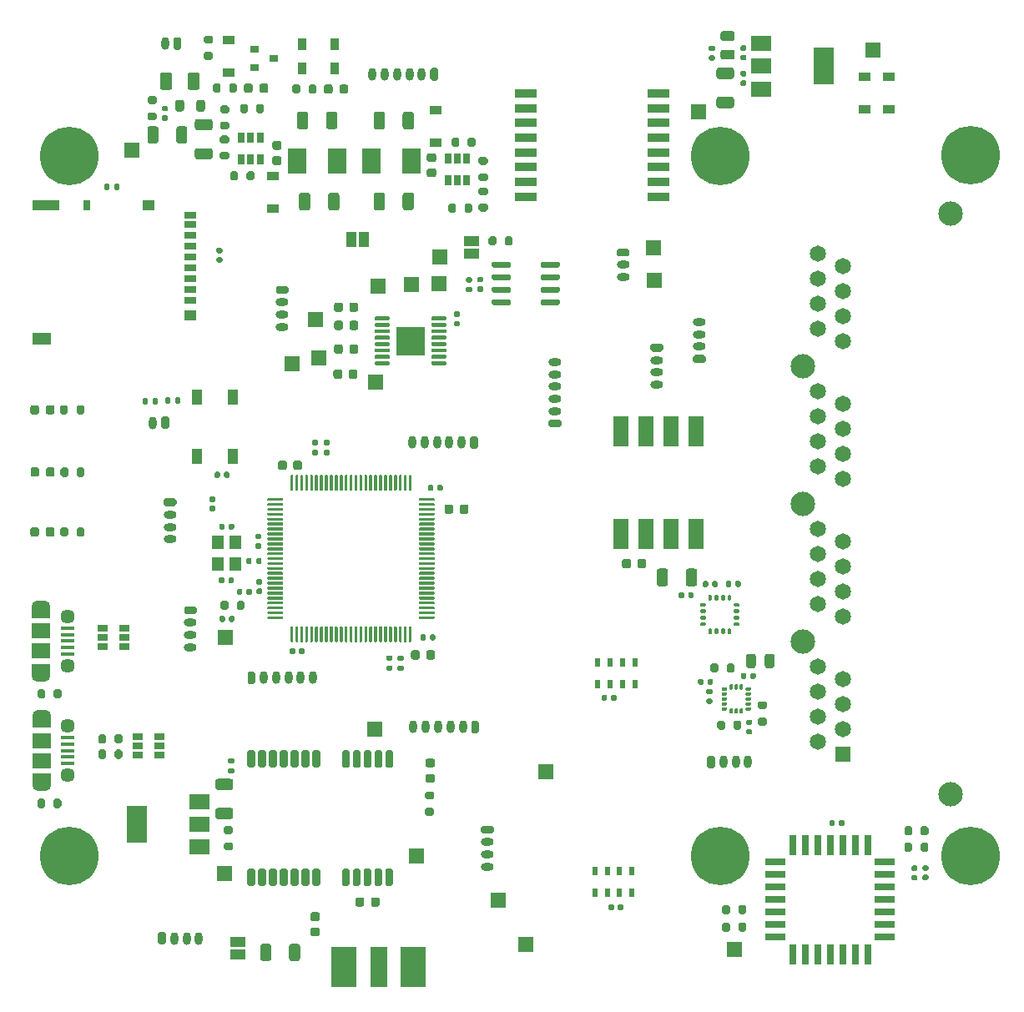
<source format=gbr>
G04 #@! TF.GenerationSoftware,KiCad,Pcbnew,(5.1.7)-1*
G04 #@! TF.CreationDate,2020-11-09T22:13:17+01:00*
G04 #@! TF.ProjectId,vario,76617269-6f2e-46b6-9963-61645f706362,v1.0*
G04 #@! TF.SameCoordinates,Original*
G04 #@! TF.FileFunction,Soldermask,Top*
G04 #@! TF.FilePolarity,Negative*
%FSLAX46Y46*%
G04 Gerber Fmt 4.6, Leading zero omitted, Abs format (unit mm)*
G04 Created by KiCad (PCBNEW (5.1.7)-1) date 2020-11-09 22:13:17*
%MOMM*%
%LPD*%
G01*
G04 APERTURE LIST*
%ADD10C,5.940000*%
%ADD11R,1.500000X1.500000*%
%ADD12R,2.000000X3.800000*%
%ADD13R,2.000000X1.500000*%
%ADD14R,1.600000X3.100000*%
%ADD15R,1.200000X0.900000*%
%ADD16O,1.300000X0.800000*%
%ADD17R,2.100000X0.760000*%
%ADD18R,0.760000X2.100000*%
%ADD19R,3.000000X3.000000*%
%ADD20R,0.900000X1.200000*%
%ADD21O,0.800000X1.300000*%
%ADD22R,2.665000X4.190000*%
%ADD23R,1.780000X4.190000*%
%ADD24R,1.900000X1.200000*%
%ADD25O,1.900000X1.200000*%
%ADD26R,1.900000X1.500000*%
%ADD27C,1.450000*%
%ADD28R,1.350000X0.400000*%
%ADD29R,1.200000X0.700000*%
%ADD30R,1.200000X1.000000*%
%ADD31R,0.800000X1.000000*%
%ADD32R,2.800000X1.000000*%
%ADD33R,1.900000X1.300000*%
%ADD34R,1.500000X1.000000*%
%ADD35R,1.900000X2.500000*%
%ADD36R,0.900000X0.800000*%
%ADD37R,1.000000X1.500000*%
%ADD38R,0.650000X1.060000*%
%ADD39R,0.550000X0.950000*%
%ADD40R,2.200000X0.900000*%
%ADD41R,1.060000X0.650000*%
%ADD42R,1.200000X1.400000*%
%ADD43R,1.650000X1.650000*%
%ADD44C,1.650000*%
%ADD45C,2.475000*%
G04 APERTURE END LIST*
D10*
X200220000Y-119570000D03*
X200220000Y-48480000D03*
X134180000Y-119570000D03*
X225620000Y-119570000D03*
X225620000Y-48450000D03*
X134180000Y-48480000D03*
D11*
X193580000Y-61130000D03*
D12*
X210710000Y-39390000D03*
D13*
X204410000Y-39390000D03*
X204410000Y-41690000D03*
X204410000Y-37090000D03*
D14*
X190160000Y-86835000D03*
X197780000Y-76435000D03*
X192700000Y-86835000D03*
X195240000Y-76435000D03*
X195240000Y-86835000D03*
X192700000Y-76435000D03*
X197780000Y-86835000D03*
X190160000Y-76435000D03*
G36*
G01*
X189863000Y-124905000D02*
X189863000Y-124565000D01*
G75*
G02*
X190003000Y-124425000I140000J0D01*
G01*
X190283000Y-124425000D01*
G75*
G02*
X190423000Y-124565000I0J-140000D01*
G01*
X190423000Y-124905000D01*
G75*
G02*
X190283000Y-125045000I-140000J0D01*
G01*
X190003000Y-125045000D01*
G75*
G02*
X189863000Y-124905000I0J140000D01*
G01*
G37*
G36*
G01*
X188903000Y-124905000D02*
X188903000Y-124565000D01*
G75*
G02*
X189043000Y-124425000I140000J0D01*
G01*
X189323000Y-124425000D01*
G75*
G02*
X189463000Y-124565000I0J-140000D01*
G01*
X189463000Y-124905000D01*
G75*
G02*
X189323000Y-125045000I-140000J0D01*
G01*
X189043000Y-125045000D01*
G75*
G02*
X188903000Y-124905000I0J140000D01*
G01*
G37*
D15*
X171400000Y-47150000D03*
X171400000Y-43850000D03*
G36*
G01*
X183940000Y-76050000D02*
X183040000Y-76050000D01*
G75*
G02*
X182840000Y-75850000I0J200000D01*
G01*
X182840000Y-75450000D01*
G75*
G02*
X183040000Y-75250000I200000J0D01*
G01*
X183940000Y-75250000D01*
G75*
G02*
X184140000Y-75450000I0J-200000D01*
G01*
X184140000Y-75850000D01*
G75*
G02*
X183940000Y-76050000I-200000J0D01*
G01*
G37*
D16*
X183490000Y-74400000D03*
X183490000Y-73150000D03*
X183490000Y-71900000D03*
X183490000Y-70650000D03*
X183490000Y-69400000D03*
D17*
X216940000Y-123950000D03*
X216940000Y-122680000D03*
X216940000Y-121410000D03*
X216940000Y-120140000D03*
D18*
X215200000Y-118400000D03*
X213930000Y-118400000D03*
X212660000Y-118400000D03*
X211390000Y-118400000D03*
X210120000Y-118400000D03*
X208850000Y-118400000D03*
X207580000Y-118400000D03*
D17*
X205840000Y-120140000D03*
X205840000Y-121410000D03*
X205840000Y-122680000D03*
X205840000Y-123950000D03*
X205840000Y-125220000D03*
X205840000Y-126490000D03*
X205840000Y-127760000D03*
D18*
X207580000Y-129500000D03*
X208850000Y-129500000D03*
X210120000Y-129500000D03*
X211390000Y-129500000D03*
X212660000Y-129500000D03*
X213930000Y-129500000D03*
X215200000Y-129500000D03*
D17*
X216940000Y-127760000D03*
X216940000Y-126490000D03*
X216940000Y-125220000D03*
G36*
G01*
X152873900Y-122589700D02*
X152473900Y-122589700D01*
G75*
G02*
X152273900Y-122389700I0J200000D01*
G01*
X152273900Y-120989700D01*
G75*
G02*
X152473900Y-120789700I200000J0D01*
G01*
X152873900Y-120789700D01*
G75*
G02*
X153073900Y-120989700I0J-200000D01*
G01*
X153073900Y-122389700D01*
G75*
G02*
X152873900Y-122589700I-200000J0D01*
G01*
G37*
G36*
G01*
X153973900Y-122589700D02*
X153573900Y-122589700D01*
G75*
G02*
X153373900Y-122389700I0J200000D01*
G01*
X153373900Y-120989700D01*
G75*
G02*
X153573900Y-120789700I200000J0D01*
G01*
X153973900Y-120789700D01*
G75*
G02*
X154173900Y-120989700I0J-200000D01*
G01*
X154173900Y-122389700D01*
G75*
G02*
X153973900Y-122589700I-200000J0D01*
G01*
G37*
G36*
G01*
X155073900Y-122589700D02*
X154673900Y-122589700D01*
G75*
G02*
X154473900Y-122389700I0J200000D01*
G01*
X154473900Y-120989700D01*
G75*
G02*
X154673900Y-120789700I200000J0D01*
G01*
X155073900Y-120789700D01*
G75*
G02*
X155273900Y-120989700I0J-200000D01*
G01*
X155273900Y-122389700D01*
G75*
G02*
X155073900Y-122589700I-200000J0D01*
G01*
G37*
G36*
G01*
X156173900Y-122589700D02*
X155773900Y-122589700D01*
G75*
G02*
X155573900Y-122389700I0J200000D01*
G01*
X155573900Y-120989700D01*
G75*
G02*
X155773900Y-120789700I200000J0D01*
G01*
X156173900Y-120789700D01*
G75*
G02*
X156373900Y-120989700I0J-200000D01*
G01*
X156373900Y-122389700D01*
G75*
G02*
X156173900Y-122589700I-200000J0D01*
G01*
G37*
G36*
G01*
X157273900Y-122589700D02*
X156873900Y-122589700D01*
G75*
G02*
X156673900Y-122389700I0J200000D01*
G01*
X156673900Y-120989700D01*
G75*
G02*
X156873900Y-120789700I200000J0D01*
G01*
X157273900Y-120789700D01*
G75*
G02*
X157473900Y-120989700I0J-200000D01*
G01*
X157473900Y-122389700D01*
G75*
G02*
X157273900Y-122589700I-200000J0D01*
G01*
G37*
G36*
G01*
X158373900Y-122589700D02*
X157973900Y-122589700D01*
G75*
G02*
X157773900Y-122389700I0J200000D01*
G01*
X157773900Y-120989700D01*
G75*
G02*
X157973900Y-120789700I200000J0D01*
G01*
X158373900Y-120789700D01*
G75*
G02*
X158573900Y-120989700I0J-200000D01*
G01*
X158573900Y-122389700D01*
G75*
G02*
X158373900Y-122589700I-200000J0D01*
G01*
G37*
G36*
G01*
X159473900Y-122589700D02*
X159073900Y-122589700D01*
G75*
G02*
X158873900Y-122389700I0J200000D01*
G01*
X158873900Y-120989700D01*
G75*
G02*
X159073900Y-120789700I200000J0D01*
G01*
X159473900Y-120789700D01*
G75*
G02*
X159673900Y-120989700I0J-200000D01*
G01*
X159673900Y-122389700D01*
G75*
G02*
X159473900Y-122589700I-200000J0D01*
G01*
G37*
G36*
G01*
X162473900Y-122589700D02*
X162073900Y-122589700D01*
G75*
G02*
X161873900Y-122389700I0J200000D01*
G01*
X161873900Y-120989700D01*
G75*
G02*
X162073900Y-120789700I200000J0D01*
G01*
X162473900Y-120789700D01*
G75*
G02*
X162673900Y-120989700I0J-200000D01*
G01*
X162673900Y-122389700D01*
G75*
G02*
X162473900Y-122589700I-200000J0D01*
G01*
G37*
G36*
G01*
X163573900Y-122589700D02*
X163173900Y-122589700D01*
G75*
G02*
X162973900Y-122389700I0J200000D01*
G01*
X162973900Y-120989700D01*
G75*
G02*
X163173900Y-120789700I200000J0D01*
G01*
X163573900Y-120789700D01*
G75*
G02*
X163773900Y-120989700I0J-200000D01*
G01*
X163773900Y-122389700D01*
G75*
G02*
X163573900Y-122589700I-200000J0D01*
G01*
G37*
G36*
G01*
X164673900Y-122589700D02*
X164273900Y-122589700D01*
G75*
G02*
X164073900Y-122389700I0J200000D01*
G01*
X164073900Y-120989700D01*
G75*
G02*
X164273900Y-120789700I200000J0D01*
G01*
X164673900Y-120789700D01*
G75*
G02*
X164873900Y-120989700I0J-200000D01*
G01*
X164873900Y-122389700D01*
G75*
G02*
X164673900Y-122589700I-200000J0D01*
G01*
G37*
G36*
G01*
X165773900Y-122589700D02*
X165373900Y-122589700D01*
G75*
G02*
X165173900Y-122389700I0J200000D01*
G01*
X165173900Y-120989700D01*
G75*
G02*
X165373900Y-120789700I200000J0D01*
G01*
X165773900Y-120789700D01*
G75*
G02*
X165973900Y-120989700I0J-200000D01*
G01*
X165973900Y-122389700D01*
G75*
G02*
X165773900Y-122589700I-200000J0D01*
G01*
G37*
G36*
G01*
X166873900Y-122589700D02*
X166473900Y-122589700D01*
G75*
G02*
X166273900Y-122389700I0J200000D01*
G01*
X166273900Y-120989700D01*
G75*
G02*
X166473900Y-120789700I200000J0D01*
G01*
X166873900Y-120789700D01*
G75*
G02*
X167073900Y-120989700I0J-200000D01*
G01*
X167073900Y-122389700D01*
G75*
G02*
X166873900Y-122589700I-200000J0D01*
G01*
G37*
G36*
G01*
X166873900Y-110589700D02*
X166473900Y-110589700D01*
G75*
G02*
X166273900Y-110389700I0J200000D01*
G01*
X166273900Y-108989700D01*
G75*
G02*
X166473900Y-108789700I200000J0D01*
G01*
X166873900Y-108789700D01*
G75*
G02*
X167073900Y-108989700I0J-200000D01*
G01*
X167073900Y-110389700D01*
G75*
G02*
X166873900Y-110589700I-200000J0D01*
G01*
G37*
G36*
G01*
X165773900Y-110589700D02*
X165373900Y-110589700D01*
G75*
G02*
X165173900Y-110389700I0J200000D01*
G01*
X165173900Y-108989700D01*
G75*
G02*
X165373900Y-108789700I200000J0D01*
G01*
X165773900Y-108789700D01*
G75*
G02*
X165973900Y-108989700I0J-200000D01*
G01*
X165973900Y-110389700D01*
G75*
G02*
X165773900Y-110589700I-200000J0D01*
G01*
G37*
G36*
G01*
X164673900Y-110589700D02*
X164273900Y-110589700D01*
G75*
G02*
X164073900Y-110389700I0J200000D01*
G01*
X164073900Y-108989700D01*
G75*
G02*
X164273900Y-108789700I200000J0D01*
G01*
X164673900Y-108789700D01*
G75*
G02*
X164873900Y-108989700I0J-200000D01*
G01*
X164873900Y-110389700D01*
G75*
G02*
X164673900Y-110589700I-200000J0D01*
G01*
G37*
G36*
G01*
X163573900Y-110589700D02*
X163173900Y-110589700D01*
G75*
G02*
X162973900Y-110389700I0J200000D01*
G01*
X162973900Y-108989700D01*
G75*
G02*
X163173900Y-108789700I200000J0D01*
G01*
X163573900Y-108789700D01*
G75*
G02*
X163773900Y-108989700I0J-200000D01*
G01*
X163773900Y-110389700D01*
G75*
G02*
X163573900Y-110589700I-200000J0D01*
G01*
G37*
G36*
G01*
X162473900Y-110589700D02*
X162073900Y-110589700D01*
G75*
G02*
X161873900Y-110389700I0J200000D01*
G01*
X161873900Y-108989700D01*
G75*
G02*
X162073900Y-108789700I200000J0D01*
G01*
X162473900Y-108789700D01*
G75*
G02*
X162673900Y-108989700I0J-200000D01*
G01*
X162673900Y-110389700D01*
G75*
G02*
X162473900Y-110589700I-200000J0D01*
G01*
G37*
G36*
G01*
X159473900Y-110589700D02*
X159073900Y-110589700D01*
G75*
G02*
X158873900Y-110389700I0J200000D01*
G01*
X158873900Y-108989700D01*
G75*
G02*
X159073900Y-108789700I200000J0D01*
G01*
X159473900Y-108789700D01*
G75*
G02*
X159673900Y-108989700I0J-200000D01*
G01*
X159673900Y-110389700D01*
G75*
G02*
X159473900Y-110589700I-200000J0D01*
G01*
G37*
G36*
G01*
X158373900Y-110589700D02*
X157973900Y-110589700D01*
G75*
G02*
X157773900Y-110389700I0J200000D01*
G01*
X157773900Y-108989700D01*
G75*
G02*
X157973900Y-108789700I200000J0D01*
G01*
X158373900Y-108789700D01*
G75*
G02*
X158573900Y-108989700I0J-200000D01*
G01*
X158573900Y-110389700D01*
G75*
G02*
X158373900Y-110589700I-200000J0D01*
G01*
G37*
G36*
G01*
X157273900Y-110589700D02*
X156873900Y-110589700D01*
G75*
G02*
X156673900Y-110389700I0J200000D01*
G01*
X156673900Y-108989700D01*
G75*
G02*
X156873900Y-108789700I200000J0D01*
G01*
X157273900Y-108789700D01*
G75*
G02*
X157473900Y-108989700I0J-200000D01*
G01*
X157473900Y-110389700D01*
G75*
G02*
X157273900Y-110589700I-200000J0D01*
G01*
G37*
G36*
G01*
X156173900Y-110589700D02*
X155773900Y-110589700D01*
G75*
G02*
X155573900Y-110389700I0J200000D01*
G01*
X155573900Y-108989700D01*
G75*
G02*
X155773900Y-108789700I200000J0D01*
G01*
X156173900Y-108789700D01*
G75*
G02*
X156373900Y-108989700I0J-200000D01*
G01*
X156373900Y-110389700D01*
G75*
G02*
X156173900Y-110589700I-200000J0D01*
G01*
G37*
G36*
G01*
X155073900Y-110589700D02*
X154673900Y-110589700D01*
G75*
G02*
X154473900Y-110389700I0J200000D01*
G01*
X154473900Y-108989700D01*
G75*
G02*
X154673900Y-108789700I200000J0D01*
G01*
X155073900Y-108789700D01*
G75*
G02*
X155273900Y-108989700I0J-200000D01*
G01*
X155273900Y-110389700D01*
G75*
G02*
X155073900Y-110589700I-200000J0D01*
G01*
G37*
G36*
G01*
X153973900Y-110589700D02*
X153573900Y-110589700D01*
G75*
G02*
X153373900Y-110389700I0J200000D01*
G01*
X153373900Y-108989700D01*
G75*
G02*
X153573900Y-108789700I200000J0D01*
G01*
X153973900Y-108789700D01*
G75*
G02*
X154173900Y-108989700I0J-200000D01*
G01*
X154173900Y-110389700D01*
G75*
G02*
X153973900Y-110589700I-200000J0D01*
G01*
G37*
G36*
G01*
X152873900Y-110589700D02*
X152473900Y-110589700D01*
G75*
G02*
X152273900Y-110389700I0J200000D01*
G01*
X152273900Y-108989700D01*
G75*
G02*
X152473900Y-108789700I200000J0D01*
G01*
X152873900Y-108789700D01*
G75*
G02*
X153073900Y-108989700I0J-200000D01*
G01*
X153073900Y-110389700D01*
G75*
G02*
X152873900Y-110589700I-200000J0D01*
G01*
G37*
D11*
X156810000Y-69600000D03*
G36*
G01*
X165181000Y-65077500D02*
X165181000Y-64877500D01*
G75*
G02*
X165281000Y-64777500I100000J0D01*
G01*
X166631000Y-64777500D01*
G75*
G02*
X166731000Y-64877500I0J-100000D01*
G01*
X166731000Y-65077500D01*
G75*
G02*
X166631000Y-65177500I-100000J0D01*
G01*
X165281000Y-65177500D01*
G75*
G02*
X165181000Y-65077500I0J100000D01*
G01*
G37*
G36*
G01*
X165181000Y-65727500D02*
X165181000Y-65527500D01*
G75*
G02*
X165281000Y-65427500I100000J0D01*
G01*
X166631000Y-65427500D01*
G75*
G02*
X166731000Y-65527500I0J-100000D01*
G01*
X166731000Y-65727500D01*
G75*
G02*
X166631000Y-65827500I-100000J0D01*
G01*
X165281000Y-65827500D01*
G75*
G02*
X165181000Y-65727500I0J100000D01*
G01*
G37*
G36*
G01*
X165181000Y-66377500D02*
X165181000Y-66177500D01*
G75*
G02*
X165281000Y-66077500I100000J0D01*
G01*
X166631000Y-66077500D01*
G75*
G02*
X166731000Y-66177500I0J-100000D01*
G01*
X166731000Y-66377500D01*
G75*
G02*
X166631000Y-66477500I-100000J0D01*
G01*
X165281000Y-66477500D01*
G75*
G02*
X165181000Y-66377500I0J100000D01*
G01*
G37*
G36*
G01*
X165181000Y-67027500D02*
X165181000Y-66827500D01*
G75*
G02*
X165281000Y-66727500I100000J0D01*
G01*
X166631000Y-66727500D01*
G75*
G02*
X166731000Y-66827500I0J-100000D01*
G01*
X166731000Y-67027500D01*
G75*
G02*
X166631000Y-67127500I-100000J0D01*
G01*
X165281000Y-67127500D01*
G75*
G02*
X165181000Y-67027500I0J100000D01*
G01*
G37*
G36*
G01*
X165181000Y-67677500D02*
X165181000Y-67477500D01*
G75*
G02*
X165281000Y-67377500I100000J0D01*
G01*
X166631000Y-67377500D01*
G75*
G02*
X166731000Y-67477500I0J-100000D01*
G01*
X166731000Y-67677500D01*
G75*
G02*
X166631000Y-67777500I-100000J0D01*
G01*
X165281000Y-67777500D01*
G75*
G02*
X165181000Y-67677500I0J100000D01*
G01*
G37*
G36*
G01*
X165181000Y-68327500D02*
X165181000Y-68127500D01*
G75*
G02*
X165281000Y-68027500I100000J0D01*
G01*
X166631000Y-68027500D01*
G75*
G02*
X166731000Y-68127500I0J-100000D01*
G01*
X166731000Y-68327500D01*
G75*
G02*
X166631000Y-68427500I-100000J0D01*
G01*
X165281000Y-68427500D01*
G75*
G02*
X165181000Y-68327500I0J100000D01*
G01*
G37*
G36*
G01*
X165181000Y-68977500D02*
X165181000Y-68777500D01*
G75*
G02*
X165281000Y-68677500I100000J0D01*
G01*
X166631000Y-68677500D01*
G75*
G02*
X166731000Y-68777500I0J-100000D01*
G01*
X166731000Y-68977500D01*
G75*
G02*
X166631000Y-69077500I-100000J0D01*
G01*
X165281000Y-69077500D01*
G75*
G02*
X165181000Y-68977500I0J100000D01*
G01*
G37*
G36*
G01*
X165181000Y-69627500D02*
X165181000Y-69427500D01*
G75*
G02*
X165281000Y-69327500I100000J0D01*
G01*
X166631000Y-69327500D01*
G75*
G02*
X166731000Y-69427500I0J-100000D01*
G01*
X166731000Y-69627500D01*
G75*
G02*
X166631000Y-69727500I-100000J0D01*
G01*
X165281000Y-69727500D01*
G75*
G02*
X165181000Y-69627500I0J100000D01*
G01*
G37*
G36*
G01*
X170931000Y-69627500D02*
X170931000Y-69427500D01*
G75*
G02*
X171031000Y-69327500I100000J0D01*
G01*
X172381000Y-69327500D01*
G75*
G02*
X172481000Y-69427500I0J-100000D01*
G01*
X172481000Y-69627500D01*
G75*
G02*
X172381000Y-69727500I-100000J0D01*
G01*
X171031000Y-69727500D01*
G75*
G02*
X170931000Y-69627500I0J100000D01*
G01*
G37*
G36*
G01*
X170931000Y-68977500D02*
X170931000Y-68777500D01*
G75*
G02*
X171031000Y-68677500I100000J0D01*
G01*
X172381000Y-68677500D01*
G75*
G02*
X172481000Y-68777500I0J-100000D01*
G01*
X172481000Y-68977500D01*
G75*
G02*
X172381000Y-69077500I-100000J0D01*
G01*
X171031000Y-69077500D01*
G75*
G02*
X170931000Y-68977500I0J100000D01*
G01*
G37*
G36*
G01*
X170931000Y-68327500D02*
X170931000Y-68127500D01*
G75*
G02*
X171031000Y-68027500I100000J0D01*
G01*
X172381000Y-68027500D01*
G75*
G02*
X172481000Y-68127500I0J-100000D01*
G01*
X172481000Y-68327500D01*
G75*
G02*
X172381000Y-68427500I-100000J0D01*
G01*
X171031000Y-68427500D01*
G75*
G02*
X170931000Y-68327500I0J100000D01*
G01*
G37*
G36*
G01*
X170931000Y-67677500D02*
X170931000Y-67477500D01*
G75*
G02*
X171031000Y-67377500I100000J0D01*
G01*
X172381000Y-67377500D01*
G75*
G02*
X172481000Y-67477500I0J-100000D01*
G01*
X172481000Y-67677500D01*
G75*
G02*
X172381000Y-67777500I-100000J0D01*
G01*
X171031000Y-67777500D01*
G75*
G02*
X170931000Y-67677500I0J100000D01*
G01*
G37*
G36*
G01*
X170931000Y-67027500D02*
X170931000Y-66827500D01*
G75*
G02*
X171031000Y-66727500I100000J0D01*
G01*
X172381000Y-66727500D01*
G75*
G02*
X172481000Y-66827500I0J-100000D01*
G01*
X172481000Y-67027500D01*
G75*
G02*
X172381000Y-67127500I-100000J0D01*
G01*
X171031000Y-67127500D01*
G75*
G02*
X170931000Y-67027500I0J100000D01*
G01*
G37*
G36*
G01*
X170931000Y-66377500D02*
X170931000Y-66177500D01*
G75*
G02*
X171031000Y-66077500I100000J0D01*
G01*
X172381000Y-66077500D01*
G75*
G02*
X172481000Y-66177500I0J-100000D01*
G01*
X172481000Y-66377500D01*
G75*
G02*
X172381000Y-66477500I-100000J0D01*
G01*
X171031000Y-66477500D01*
G75*
G02*
X170931000Y-66377500I0J100000D01*
G01*
G37*
G36*
G01*
X170931000Y-65727500D02*
X170931000Y-65527500D01*
G75*
G02*
X171031000Y-65427500I100000J0D01*
G01*
X172381000Y-65427500D01*
G75*
G02*
X172481000Y-65527500I0J-100000D01*
G01*
X172481000Y-65727500D01*
G75*
G02*
X172381000Y-65827500I-100000J0D01*
G01*
X171031000Y-65827500D01*
G75*
G02*
X170931000Y-65727500I0J100000D01*
G01*
G37*
G36*
G01*
X170931000Y-65077500D02*
X170931000Y-64877500D01*
G75*
G02*
X171031000Y-64777500I100000J0D01*
G01*
X172381000Y-64777500D01*
G75*
G02*
X172481000Y-64877500I0J-100000D01*
G01*
X172481000Y-65077500D01*
G75*
G02*
X172381000Y-65177500I-100000J0D01*
G01*
X171031000Y-65177500D01*
G75*
G02*
X170931000Y-65077500I0J100000D01*
G01*
G37*
D19*
X168831000Y-67252500D03*
G36*
G01*
X161968500Y-67838500D02*
X161968500Y-68338500D01*
G75*
G02*
X161743500Y-68563500I-225000J0D01*
G01*
X161293500Y-68563500D01*
G75*
G02*
X161068500Y-68338500I0J225000D01*
G01*
X161068500Y-67838500D01*
G75*
G02*
X161293500Y-67613500I225000J0D01*
G01*
X161743500Y-67613500D01*
G75*
G02*
X161968500Y-67838500I0J-225000D01*
G01*
G37*
G36*
G01*
X163518500Y-67838500D02*
X163518500Y-68338500D01*
G75*
G02*
X163293500Y-68563500I-225000J0D01*
G01*
X162843500Y-68563500D01*
G75*
G02*
X162618500Y-68338500I0J225000D01*
G01*
X162618500Y-67838500D01*
G75*
G02*
X162843500Y-67613500I225000J0D01*
G01*
X163293500Y-67613500D01*
G75*
G02*
X163518500Y-67838500I0J-225000D01*
G01*
G37*
G36*
G01*
X156925000Y-80130000D02*
X156925000Y-79630000D01*
G75*
G02*
X157150000Y-79405000I225000J0D01*
G01*
X157600000Y-79405000D01*
G75*
G02*
X157825000Y-79630000I0J-225000D01*
G01*
X157825000Y-80130000D01*
G75*
G02*
X157600000Y-80355000I-225000J0D01*
G01*
X157150000Y-80355000D01*
G75*
G02*
X156925000Y-80130000I0J225000D01*
G01*
G37*
G36*
G01*
X155375000Y-80130000D02*
X155375000Y-79630000D01*
G75*
G02*
X155600000Y-79405000I225000J0D01*
G01*
X156050000Y-79405000D01*
G75*
G02*
X156275000Y-79630000I0J-225000D01*
G01*
X156275000Y-80130000D01*
G75*
G02*
X156050000Y-80355000I-225000J0D01*
G01*
X155600000Y-80355000D01*
G75*
G02*
X155375000Y-80130000I0J225000D01*
G01*
G37*
G36*
G01*
X153560000Y-87380000D02*
X153220000Y-87380000D01*
G75*
G02*
X153080000Y-87240000I0J140000D01*
G01*
X153080000Y-86960000D01*
G75*
G02*
X153220000Y-86820000I140000J0D01*
G01*
X153560000Y-86820000D01*
G75*
G02*
X153700000Y-86960000I0J-140000D01*
G01*
X153700000Y-87240000D01*
G75*
G02*
X153560000Y-87380000I-140000J0D01*
G01*
G37*
G36*
G01*
X153560000Y-88340000D02*
X153220000Y-88340000D01*
G75*
G02*
X153080000Y-88200000I0J140000D01*
G01*
X153080000Y-87920000D01*
G75*
G02*
X153220000Y-87780000I140000J0D01*
G01*
X153560000Y-87780000D01*
G75*
G02*
X153700000Y-87920000I0J-140000D01*
G01*
X153700000Y-88200000D01*
G75*
G02*
X153560000Y-88340000I-140000J0D01*
G01*
G37*
G36*
G01*
X168876000Y-99378500D02*
X168876000Y-98878500D01*
G75*
G02*
X169101000Y-98653500I225000J0D01*
G01*
X169551000Y-98653500D01*
G75*
G02*
X169776000Y-98878500I0J-225000D01*
G01*
X169776000Y-99378500D01*
G75*
G02*
X169551000Y-99603500I-225000J0D01*
G01*
X169101000Y-99603500D01*
G75*
G02*
X168876000Y-99378500I0J225000D01*
G01*
G37*
G36*
G01*
X170426000Y-99378500D02*
X170426000Y-98878500D01*
G75*
G02*
X170651000Y-98653500I225000J0D01*
G01*
X171101000Y-98653500D01*
G75*
G02*
X171326000Y-98878500I0J-225000D01*
G01*
X171326000Y-99378500D01*
G75*
G02*
X171101000Y-99603500I-225000J0D01*
G01*
X170651000Y-99603500D01*
G75*
G02*
X170426000Y-99378500I0J225000D01*
G01*
G37*
G36*
G01*
X153310000Y-92390000D02*
X153650000Y-92390000D01*
G75*
G02*
X153790000Y-92530000I0J-140000D01*
G01*
X153790000Y-92810000D01*
G75*
G02*
X153650000Y-92950000I-140000J0D01*
G01*
X153310000Y-92950000D01*
G75*
G02*
X153170000Y-92810000I0J140000D01*
G01*
X153170000Y-92530000D01*
G75*
G02*
X153310000Y-92390000I140000J0D01*
G01*
G37*
G36*
G01*
X153310000Y-91430000D02*
X153650000Y-91430000D01*
G75*
G02*
X153790000Y-91570000I0J-140000D01*
G01*
X153790000Y-91850000D01*
G75*
G02*
X153650000Y-91990000I-140000J0D01*
G01*
X153310000Y-91990000D01*
G75*
G02*
X153170000Y-91850000I0J140000D01*
G01*
X153170000Y-91570000D01*
G75*
G02*
X153310000Y-91430000I140000J0D01*
G01*
G37*
G36*
G01*
X173817500Y-84583000D02*
X173817500Y-84083000D01*
G75*
G02*
X174042500Y-83858000I225000J0D01*
G01*
X174492500Y-83858000D01*
G75*
G02*
X174717500Y-84083000I0J-225000D01*
G01*
X174717500Y-84583000D01*
G75*
G02*
X174492500Y-84808000I-225000J0D01*
G01*
X174042500Y-84808000D01*
G75*
G02*
X173817500Y-84583000I0J225000D01*
G01*
G37*
G36*
G01*
X172267500Y-84583000D02*
X172267500Y-84083000D01*
G75*
G02*
X172492500Y-83858000I225000J0D01*
G01*
X172942500Y-83858000D01*
G75*
G02*
X173167500Y-84083000I0J-225000D01*
G01*
X173167500Y-84583000D01*
G75*
G02*
X172942500Y-84808000I-225000J0D01*
G01*
X172492500Y-84808000D01*
G75*
G02*
X172267500Y-84583000I0J225000D01*
G01*
G37*
G36*
G01*
X158075000Y-98577500D02*
X158075000Y-98917500D01*
G75*
G02*
X157935000Y-99057500I-140000J0D01*
G01*
X157655000Y-99057500D01*
G75*
G02*
X157515000Y-98917500I0J140000D01*
G01*
X157515000Y-98577500D01*
G75*
G02*
X157655000Y-98437500I140000J0D01*
G01*
X157935000Y-98437500D01*
G75*
G02*
X158075000Y-98577500I0J-140000D01*
G01*
G37*
G36*
G01*
X157115000Y-98577500D02*
X157115000Y-98917500D01*
G75*
G02*
X156975000Y-99057500I-140000J0D01*
G01*
X156695000Y-99057500D01*
G75*
G02*
X156555000Y-98917500I0J140000D01*
G01*
X156555000Y-98577500D01*
G75*
G02*
X156695000Y-98437500I140000J0D01*
G01*
X156975000Y-98437500D01*
G75*
G02*
X157115000Y-98577500I0J-140000D01*
G01*
G37*
G36*
G01*
X170794000Y-97520500D02*
X170794000Y-97180500D01*
G75*
G02*
X170934000Y-97040500I140000J0D01*
G01*
X171214000Y-97040500D01*
G75*
G02*
X171354000Y-97180500I0J-140000D01*
G01*
X171354000Y-97520500D01*
G75*
G02*
X171214000Y-97660500I-140000J0D01*
G01*
X170934000Y-97660500D01*
G75*
G02*
X170794000Y-97520500I0J140000D01*
G01*
G37*
G36*
G01*
X169834000Y-97520500D02*
X169834000Y-97180500D01*
G75*
G02*
X169974000Y-97040500I140000J0D01*
G01*
X170254000Y-97040500D01*
G75*
G02*
X170394000Y-97180500I0J-140000D01*
G01*
X170394000Y-97520500D01*
G75*
G02*
X170254000Y-97660500I-140000J0D01*
G01*
X169974000Y-97660500D01*
G75*
G02*
X169834000Y-97520500I0J140000D01*
G01*
G37*
G36*
G01*
X149502500Y-80670500D02*
X149502500Y-81010500D01*
G75*
G02*
X149362500Y-81150500I-140000J0D01*
G01*
X149082500Y-81150500D01*
G75*
G02*
X148942500Y-81010500I0J140000D01*
G01*
X148942500Y-80670500D01*
G75*
G02*
X149082500Y-80530500I140000J0D01*
G01*
X149362500Y-80530500D01*
G75*
G02*
X149502500Y-80670500I0J-140000D01*
G01*
G37*
G36*
G01*
X150462500Y-80670500D02*
X150462500Y-81010500D01*
G75*
G02*
X150322500Y-81150500I-140000J0D01*
G01*
X150042500Y-81150500D01*
G75*
G02*
X149902500Y-81010500I0J140000D01*
G01*
X149902500Y-80670500D01*
G75*
G02*
X150042500Y-80530500I140000J0D01*
G01*
X150322500Y-80530500D01*
G75*
G02*
X150462500Y-80670500I0J-140000D01*
G01*
G37*
G36*
G01*
X170596000Y-82344000D02*
X170596000Y-82004000D01*
G75*
G02*
X170736000Y-81864000I140000J0D01*
G01*
X171016000Y-81864000D01*
G75*
G02*
X171156000Y-82004000I0J-140000D01*
G01*
X171156000Y-82344000D01*
G75*
G02*
X171016000Y-82484000I-140000J0D01*
G01*
X170736000Y-82484000D01*
G75*
G02*
X170596000Y-82344000I0J140000D01*
G01*
G37*
G36*
G01*
X171556000Y-82344000D02*
X171556000Y-82004000D01*
G75*
G02*
X171696000Y-81864000I140000J0D01*
G01*
X171976000Y-81864000D01*
G75*
G02*
X172116000Y-82004000I0J-140000D01*
G01*
X172116000Y-82344000D01*
G75*
G02*
X171976000Y-82484000I-140000J0D01*
G01*
X171696000Y-82484000D01*
G75*
G02*
X171556000Y-82344000I0J140000D01*
G01*
G37*
G36*
G01*
X147199999Y-44740000D02*
X148500001Y-44740000D01*
G75*
G02*
X148750000Y-44989999I0J-249999D01*
G01*
X148750000Y-45640001D01*
G75*
G02*
X148500001Y-45890000I-249999J0D01*
G01*
X147199999Y-45890000D01*
G75*
G02*
X146950000Y-45640001I0J249999D01*
G01*
X146950000Y-44989999D01*
G75*
G02*
X147199999Y-44740000I249999J0D01*
G01*
G37*
G36*
G01*
X147199999Y-47690000D02*
X148500001Y-47690000D01*
G75*
G02*
X148750000Y-47939999I0J-249999D01*
G01*
X148750000Y-48590001D01*
G75*
G02*
X148500001Y-48840000I-249999J0D01*
G01*
X147199999Y-48840000D01*
G75*
G02*
X146950000Y-48590001I0J249999D01*
G01*
X146950000Y-47939999D01*
G75*
G02*
X147199999Y-47690000I249999J0D01*
G01*
G37*
G36*
G01*
X144080000Y-44920000D02*
X143740000Y-44920000D01*
G75*
G02*
X143600000Y-44780000I0J140000D01*
G01*
X143600000Y-44500000D01*
G75*
G02*
X143740000Y-44360000I140000J0D01*
G01*
X144080000Y-44360000D01*
G75*
G02*
X144220000Y-44500000I0J-140000D01*
G01*
X144220000Y-44780000D01*
G75*
G02*
X144080000Y-44920000I-140000J0D01*
G01*
G37*
G36*
G01*
X144080000Y-43960000D02*
X143740000Y-43960000D01*
G75*
G02*
X143600000Y-43820000I0J140000D01*
G01*
X143600000Y-43540000D01*
G75*
G02*
X143740000Y-43400000I140000J0D01*
G01*
X144080000Y-43400000D01*
G75*
G02*
X144220000Y-43540000I0J-140000D01*
G01*
X144220000Y-43820000D01*
G75*
G02*
X144080000Y-43960000I-140000J0D01*
G01*
G37*
G36*
G01*
X149410500Y-86271000D02*
X149410500Y-85931000D01*
G75*
G02*
X149550500Y-85791000I140000J0D01*
G01*
X149830500Y-85791000D01*
G75*
G02*
X149970500Y-85931000I0J-140000D01*
G01*
X149970500Y-86271000D01*
G75*
G02*
X149830500Y-86411000I-140000J0D01*
G01*
X149550500Y-86411000D01*
G75*
G02*
X149410500Y-86271000I0J140000D01*
G01*
G37*
G36*
G01*
X150370500Y-86271000D02*
X150370500Y-85931000D01*
G75*
G02*
X150510500Y-85791000I140000J0D01*
G01*
X150790500Y-85791000D01*
G75*
G02*
X150930500Y-85931000I0J-140000D01*
G01*
X150930500Y-86271000D01*
G75*
G02*
X150790500Y-86411000I-140000J0D01*
G01*
X150510500Y-86411000D01*
G75*
G02*
X150370500Y-86271000I0J140000D01*
G01*
G37*
G36*
G01*
X155530000Y-47865000D02*
X155030000Y-47865000D01*
G75*
G02*
X154805000Y-47640000I0J225000D01*
G01*
X154805000Y-47190000D01*
G75*
G02*
X155030000Y-46965000I225000J0D01*
G01*
X155530000Y-46965000D01*
G75*
G02*
X155755000Y-47190000I0J-225000D01*
G01*
X155755000Y-47640000D01*
G75*
G02*
X155530000Y-47865000I-225000J0D01*
G01*
G37*
G36*
G01*
X155530000Y-49415000D02*
X155030000Y-49415000D01*
G75*
G02*
X154805000Y-49190000I0J225000D01*
G01*
X154805000Y-48740000D01*
G75*
G02*
X155030000Y-48515000I225000J0D01*
G01*
X155530000Y-48515000D01*
G75*
G02*
X155755000Y-48740000I0J-225000D01*
G01*
X155755000Y-49190000D01*
G75*
G02*
X155530000Y-49415000I-225000J0D01*
G01*
G37*
G36*
G01*
X149942500Y-91392000D02*
X149942500Y-91732000D01*
G75*
G02*
X149802500Y-91872000I-140000J0D01*
G01*
X149522500Y-91872000D01*
G75*
G02*
X149382500Y-91732000I0J140000D01*
G01*
X149382500Y-91392000D01*
G75*
G02*
X149522500Y-91252000I140000J0D01*
G01*
X149802500Y-91252000D01*
G75*
G02*
X149942500Y-91392000I0J-140000D01*
G01*
G37*
G36*
G01*
X150902500Y-91392000D02*
X150902500Y-91732000D01*
G75*
G02*
X150762500Y-91872000I-140000J0D01*
G01*
X150482500Y-91872000D01*
G75*
G02*
X150342500Y-91732000I0J140000D01*
G01*
X150342500Y-91392000D01*
G75*
G02*
X150482500Y-91252000I140000J0D01*
G01*
X150762500Y-91252000D01*
G75*
G02*
X150902500Y-91392000I0J-140000D01*
G01*
G37*
G36*
G01*
X150970000Y-95310000D02*
X150970000Y-95650000D01*
G75*
G02*
X150830000Y-95790000I-140000J0D01*
G01*
X150550000Y-95790000D01*
G75*
G02*
X150410000Y-95650000I0J140000D01*
G01*
X150410000Y-95310000D01*
G75*
G02*
X150550000Y-95170000I140000J0D01*
G01*
X150830000Y-95170000D01*
G75*
G02*
X150970000Y-95310000I0J-140000D01*
G01*
G37*
G36*
G01*
X150010000Y-95310000D02*
X150010000Y-95650000D01*
G75*
G02*
X149870000Y-95790000I-140000J0D01*
G01*
X149590000Y-95790000D01*
G75*
G02*
X149450000Y-95650000I0J140000D01*
G01*
X149450000Y-95310000D01*
G75*
G02*
X149590000Y-95170000I140000J0D01*
G01*
X149870000Y-95170000D01*
G75*
G02*
X150010000Y-95310000I0J-140000D01*
G01*
G37*
G36*
G01*
X161610000Y-52469999D02*
X161610000Y-53770001D01*
G75*
G02*
X161360001Y-54020000I-249999J0D01*
G01*
X160709999Y-54020000D01*
G75*
G02*
X160460000Y-53770001I0J249999D01*
G01*
X160460000Y-52469999D01*
G75*
G02*
X160709999Y-52220000I249999J0D01*
G01*
X161360001Y-52220000D01*
G75*
G02*
X161610000Y-52469999I0J-249999D01*
G01*
G37*
G36*
G01*
X158660000Y-52469999D02*
X158660000Y-53770001D01*
G75*
G02*
X158410001Y-54020000I-249999J0D01*
G01*
X157759999Y-54020000D01*
G75*
G02*
X157510000Y-53770001I0J249999D01*
G01*
X157510000Y-52469999D01*
G75*
G02*
X157759999Y-52220000I249999J0D01*
G01*
X158410001Y-52220000D01*
G75*
G02*
X158660000Y-52469999I0J-249999D01*
G01*
G37*
G36*
G01*
X152170000Y-92880000D02*
X152170000Y-92540000D01*
G75*
G02*
X152310000Y-92400000I140000J0D01*
G01*
X152590000Y-92400000D01*
G75*
G02*
X152730000Y-92540000I0J-140000D01*
G01*
X152730000Y-92880000D01*
G75*
G02*
X152590000Y-93020000I-140000J0D01*
G01*
X152310000Y-93020000D01*
G75*
G02*
X152170000Y-92880000I0J140000D01*
G01*
G37*
G36*
G01*
X151210000Y-92880000D02*
X151210000Y-92540000D01*
G75*
G02*
X151350000Y-92400000I140000J0D01*
G01*
X151630000Y-92400000D01*
G75*
G02*
X151770000Y-92540000I0J-140000D01*
G01*
X151770000Y-92880000D01*
G75*
G02*
X151630000Y-93020000I-140000J0D01*
G01*
X151350000Y-93020000D01*
G75*
G02*
X151210000Y-92880000I0J140000D01*
G01*
G37*
G36*
G01*
X161410000Y-44229999D02*
X161410000Y-45530001D01*
G75*
G02*
X161160001Y-45780000I-249999J0D01*
G01*
X160509999Y-45780000D01*
G75*
G02*
X160260000Y-45530001I0J249999D01*
G01*
X160260000Y-44229999D01*
G75*
G02*
X160509999Y-43980000I249999J0D01*
G01*
X161160001Y-43980000D01*
G75*
G02*
X161410000Y-44229999I0J-249999D01*
G01*
G37*
G36*
G01*
X158460000Y-44229999D02*
X158460000Y-45530001D01*
G75*
G02*
X158210001Y-45780000I-249999J0D01*
G01*
X157559999Y-45780000D01*
G75*
G02*
X157310000Y-45530001I0J249999D01*
G01*
X157310000Y-44229999D01*
G75*
G02*
X157559999Y-43980000I249999J0D01*
G01*
X158210001Y-43980000D01*
G75*
G02*
X158460000Y-44229999I0J-249999D01*
G01*
G37*
G36*
G01*
X198000000Y-102030000D02*
X198000000Y-101690000D01*
G75*
G02*
X198140000Y-101550000I140000J0D01*
G01*
X198420000Y-101550000D01*
G75*
G02*
X198560000Y-101690000I0J-140000D01*
G01*
X198560000Y-102030000D01*
G75*
G02*
X198420000Y-102170000I-140000J0D01*
G01*
X198140000Y-102170000D01*
G75*
G02*
X198000000Y-102030000I0J140000D01*
G01*
G37*
G36*
G01*
X198960000Y-102030000D02*
X198960000Y-101690000D01*
G75*
G02*
X199100000Y-101550000I140000J0D01*
G01*
X199380000Y-101550000D01*
G75*
G02*
X199520000Y-101690000I0J-140000D01*
G01*
X199520000Y-102030000D01*
G75*
G02*
X199380000Y-102170000I-140000J0D01*
G01*
X199100000Y-102170000D01*
G75*
G02*
X198960000Y-102030000I0J140000D01*
G01*
G37*
G36*
G01*
X199320000Y-103140000D02*
X198980000Y-103140000D01*
G75*
G02*
X198840000Y-103000000I0J140000D01*
G01*
X198840000Y-102720000D01*
G75*
G02*
X198980000Y-102580000I140000J0D01*
G01*
X199320000Y-102580000D01*
G75*
G02*
X199460000Y-102720000I0J-140000D01*
G01*
X199460000Y-103000000D01*
G75*
G02*
X199320000Y-103140000I-140000J0D01*
G01*
G37*
G36*
G01*
X199320000Y-104100000D02*
X198980000Y-104100000D01*
G75*
G02*
X198840000Y-103960000I0J140000D01*
G01*
X198840000Y-103680000D01*
G75*
G02*
X198980000Y-103540000I140000J0D01*
G01*
X199320000Y-103540000D01*
G75*
G02*
X199460000Y-103680000I0J-140000D01*
G01*
X199460000Y-103960000D01*
G75*
G02*
X199320000Y-104100000I-140000J0D01*
G01*
G37*
G36*
G01*
X202330000Y-91750000D02*
X202330000Y-92090000D01*
G75*
G02*
X202190000Y-92230000I-140000J0D01*
G01*
X201910000Y-92230000D01*
G75*
G02*
X201770000Y-92090000I0J140000D01*
G01*
X201770000Y-91750000D01*
G75*
G02*
X201910000Y-91610000I140000J0D01*
G01*
X202190000Y-91610000D01*
G75*
G02*
X202330000Y-91750000I0J-140000D01*
G01*
G37*
G36*
G01*
X201370000Y-91750000D02*
X201370000Y-92090000D01*
G75*
G02*
X201230000Y-92230000I-140000J0D01*
G01*
X200950000Y-92230000D01*
G75*
G02*
X200810000Y-92090000I0J140000D01*
G01*
X200810000Y-91750000D01*
G75*
G02*
X200950000Y-91610000I140000J0D01*
G01*
X201230000Y-91610000D01*
G75*
G02*
X201370000Y-91750000I0J-140000D01*
G01*
G37*
G36*
G01*
X203360000Y-106250000D02*
X203020000Y-106250000D01*
G75*
G02*
X202880000Y-106110000I0J140000D01*
G01*
X202880000Y-105830000D01*
G75*
G02*
X203020000Y-105690000I140000J0D01*
G01*
X203360000Y-105690000D01*
G75*
G02*
X203500000Y-105830000I0J-140000D01*
G01*
X203500000Y-106110000D01*
G75*
G02*
X203360000Y-106250000I-140000J0D01*
G01*
G37*
G36*
G01*
X203360000Y-107210000D02*
X203020000Y-107210000D01*
G75*
G02*
X202880000Y-107070000I0J140000D01*
G01*
X202880000Y-106790000D01*
G75*
G02*
X203020000Y-106650000I140000J0D01*
G01*
X203360000Y-106650000D01*
G75*
G02*
X203500000Y-106790000I0J-140000D01*
G01*
X203500000Y-107070000D01*
G75*
G02*
X203360000Y-107210000I-140000J0D01*
G01*
G37*
G36*
G01*
X170710000Y-48200000D02*
X171210000Y-48200000D01*
G75*
G02*
X171435000Y-48425000I0J-225000D01*
G01*
X171435000Y-48875000D01*
G75*
G02*
X171210000Y-49100000I-225000J0D01*
G01*
X170710000Y-49100000D01*
G75*
G02*
X170485000Y-48875000I0J225000D01*
G01*
X170485000Y-48425000D01*
G75*
G02*
X170710000Y-48200000I225000J0D01*
G01*
G37*
G36*
G01*
X170710000Y-49750000D02*
X171210000Y-49750000D01*
G75*
G02*
X171435000Y-49975000I0J-225000D01*
G01*
X171435000Y-50425000D01*
G75*
G02*
X171210000Y-50650000I-225000J0D01*
G01*
X170710000Y-50650000D01*
G75*
G02*
X170485000Y-50425000I0J225000D01*
G01*
X170485000Y-49975000D01*
G75*
G02*
X170710000Y-49750000I225000J0D01*
G01*
G37*
G36*
G01*
X199430000Y-92110000D02*
X199430000Y-91770000D01*
G75*
G02*
X199570000Y-91630000I140000J0D01*
G01*
X199850000Y-91630000D01*
G75*
G02*
X199990000Y-91770000I0J-140000D01*
G01*
X199990000Y-92110000D01*
G75*
G02*
X199850000Y-92250000I-140000J0D01*
G01*
X199570000Y-92250000D01*
G75*
G02*
X199430000Y-92110000I0J140000D01*
G01*
G37*
G36*
G01*
X198470000Y-92110000D02*
X198470000Y-91770000D01*
G75*
G02*
X198610000Y-91630000I140000J0D01*
G01*
X198890000Y-91630000D01*
G75*
G02*
X199030000Y-91770000I0J-140000D01*
G01*
X199030000Y-92110000D01*
G75*
G02*
X198890000Y-92250000I-140000J0D01*
G01*
X198610000Y-92250000D01*
G75*
G02*
X198470000Y-92110000I0J140000D01*
G01*
G37*
G36*
G01*
X194955000Y-90609999D02*
X194955000Y-91910001D01*
G75*
G02*
X194705001Y-92160000I-249999J0D01*
G01*
X194054999Y-92160000D01*
G75*
G02*
X193805000Y-91910001I0J249999D01*
G01*
X193805000Y-90609999D01*
G75*
G02*
X194054999Y-90360000I249999J0D01*
G01*
X194705001Y-90360000D01*
G75*
G02*
X194955000Y-90609999I0J-249999D01*
G01*
G37*
G36*
G01*
X197905000Y-90609999D02*
X197905000Y-91910001D01*
G75*
G02*
X197655001Y-92160000I-249999J0D01*
G01*
X197004999Y-92160000D01*
G75*
G02*
X196755000Y-91910001I0J249999D01*
G01*
X196755000Y-90609999D01*
G75*
G02*
X197004999Y-90360000I249999J0D01*
G01*
X197655001Y-90360000D01*
G75*
G02*
X197905000Y-90609999I0J-249999D01*
G01*
G37*
G36*
G01*
X168032000Y-53750001D02*
X168032000Y-52449999D01*
G75*
G02*
X168281999Y-52200000I249999J0D01*
G01*
X168932001Y-52200000D01*
G75*
G02*
X169182000Y-52449999I0J-249999D01*
G01*
X169182000Y-53750001D01*
G75*
G02*
X168932001Y-54000000I-249999J0D01*
G01*
X168281999Y-54000000D01*
G75*
G02*
X168032000Y-53750001I0J249999D01*
G01*
G37*
G36*
G01*
X165082000Y-53750001D02*
X165082000Y-52449999D01*
G75*
G02*
X165331999Y-52200000I249999J0D01*
G01*
X165982001Y-52200000D01*
G75*
G02*
X166232000Y-52449999I0J-249999D01*
G01*
X166232000Y-53750001D01*
G75*
G02*
X165982001Y-54000000I-249999J0D01*
G01*
X165331999Y-54000000D01*
G75*
G02*
X165082000Y-53750001I0J249999D01*
G01*
G37*
G36*
G01*
X202340000Y-101430000D02*
X202340000Y-101090000D01*
G75*
G02*
X202480000Y-100950000I140000J0D01*
G01*
X202760000Y-100950000D01*
G75*
G02*
X202900000Y-101090000I0J-140000D01*
G01*
X202900000Y-101430000D01*
G75*
G02*
X202760000Y-101570000I-140000J0D01*
G01*
X202480000Y-101570000D01*
G75*
G02*
X202340000Y-101430000I0J140000D01*
G01*
G37*
G36*
G01*
X203300000Y-101430000D02*
X203300000Y-101090000D01*
G75*
G02*
X203440000Y-100950000I140000J0D01*
G01*
X203720000Y-100950000D01*
G75*
G02*
X203860000Y-101090000I0J-140000D01*
G01*
X203860000Y-101430000D01*
G75*
G02*
X203720000Y-101570000I-140000J0D01*
G01*
X203440000Y-101570000D01*
G75*
G02*
X203300000Y-101430000I0J140000D01*
G01*
G37*
G36*
G01*
X220110000Y-121060000D02*
X219770000Y-121060000D01*
G75*
G02*
X219630000Y-120920000I0J140000D01*
G01*
X219630000Y-120640000D01*
G75*
G02*
X219770000Y-120500000I140000J0D01*
G01*
X220110000Y-120500000D01*
G75*
G02*
X220250000Y-120640000I0J-140000D01*
G01*
X220250000Y-120920000D01*
G75*
G02*
X220110000Y-121060000I-140000J0D01*
G01*
G37*
G36*
G01*
X220110000Y-122020000D02*
X219770000Y-122020000D01*
G75*
G02*
X219630000Y-121880000I0J140000D01*
G01*
X219630000Y-121600000D01*
G75*
G02*
X219770000Y-121460000I140000J0D01*
G01*
X220110000Y-121460000D01*
G75*
G02*
X220250000Y-121600000I0J-140000D01*
G01*
X220250000Y-121880000D01*
G75*
G02*
X220110000Y-122020000I-140000J0D01*
G01*
G37*
G36*
G01*
X168030000Y-45550001D02*
X168030000Y-44249999D01*
G75*
G02*
X168279999Y-44000000I249999J0D01*
G01*
X168930001Y-44000000D01*
G75*
G02*
X169180000Y-44249999I0J-249999D01*
G01*
X169180000Y-45550001D01*
G75*
G02*
X168930001Y-45800000I-249999J0D01*
G01*
X168279999Y-45800000D01*
G75*
G02*
X168030000Y-45550001I0J249999D01*
G01*
G37*
G36*
G01*
X165080000Y-45550001D02*
X165080000Y-44249999D01*
G75*
G02*
X165329999Y-44000000I249999J0D01*
G01*
X165980001Y-44000000D01*
G75*
G02*
X166230000Y-44249999I0J-249999D01*
G01*
X166230000Y-45550001D01*
G75*
G02*
X165980001Y-45800000I-249999J0D01*
G01*
X165329999Y-45800000D01*
G75*
G02*
X165080000Y-45550001I0J249999D01*
G01*
G37*
G36*
G01*
X202860000Y-100215000D02*
X202860000Y-99265000D01*
G75*
G02*
X203110000Y-99015000I250000J0D01*
G01*
X203610000Y-99015000D01*
G75*
G02*
X203860000Y-99265000I0J-250000D01*
G01*
X203860000Y-100215000D01*
G75*
G02*
X203610000Y-100465000I-250000J0D01*
G01*
X203110000Y-100465000D01*
G75*
G02*
X202860000Y-100215000I0J250000D01*
G01*
G37*
G36*
G01*
X204760000Y-100215000D02*
X204760000Y-99265000D01*
G75*
G02*
X205010000Y-99015000I250000J0D01*
G01*
X205510000Y-99015000D01*
G75*
G02*
X205760000Y-99265000I0J-250000D01*
G01*
X205760000Y-100215000D01*
G75*
G02*
X205510000Y-100465000I-250000J0D01*
G01*
X205010000Y-100465000D01*
G75*
G02*
X204760000Y-100215000I0J250000D01*
G01*
G37*
G36*
G01*
X174930000Y-61350000D02*
X174590000Y-61350000D01*
G75*
G02*
X174450000Y-61210000I0J140000D01*
G01*
X174450000Y-60930000D01*
G75*
G02*
X174590000Y-60790000I140000J0D01*
G01*
X174930000Y-60790000D01*
G75*
G02*
X175070000Y-60930000I0J-140000D01*
G01*
X175070000Y-61210000D01*
G75*
G02*
X174930000Y-61350000I-140000J0D01*
G01*
G37*
G36*
G01*
X174930000Y-62310000D02*
X174590000Y-62310000D01*
G75*
G02*
X174450000Y-62170000I0J140000D01*
G01*
X174450000Y-61890000D01*
G75*
G02*
X174590000Y-61750000I140000J0D01*
G01*
X174930000Y-61750000D01*
G75*
G02*
X175070000Y-61890000I0J-140000D01*
G01*
X175070000Y-62170000D01*
G75*
G02*
X174930000Y-62310000I-140000J0D01*
G01*
G37*
G36*
G01*
X176060000Y-62280000D02*
X175720000Y-62280000D01*
G75*
G02*
X175580000Y-62140000I0J140000D01*
G01*
X175580000Y-61860000D01*
G75*
G02*
X175720000Y-61720000I140000J0D01*
G01*
X176060000Y-61720000D01*
G75*
G02*
X176200000Y-61860000I0J-140000D01*
G01*
X176200000Y-62140000D01*
G75*
G02*
X176060000Y-62280000I-140000J0D01*
G01*
G37*
G36*
G01*
X176060000Y-61320000D02*
X175720000Y-61320000D01*
G75*
G02*
X175580000Y-61180000I0J140000D01*
G01*
X175580000Y-60900000D01*
G75*
G02*
X175720000Y-60760000I140000J0D01*
G01*
X176060000Y-60760000D01*
G75*
G02*
X176200000Y-60900000I0J-140000D01*
G01*
X176200000Y-61180000D01*
G75*
G02*
X176060000Y-61320000I-140000J0D01*
G01*
G37*
G36*
G01*
X188202500Y-103639500D02*
X188202500Y-103299500D01*
G75*
G02*
X188342500Y-103159500I140000J0D01*
G01*
X188622500Y-103159500D01*
G75*
G02*
X188762500Y-103299500I0J-140000D01*
G01*
X188762500Y-103639500D01*
G75*
G02*
X188622500Y-103779500I-140000J0D01*
G01*
X188342500Y-103779500D01*
G75*
G02*
X188202500Y-103639500I0J140000D01*
G01*
G37*
G36*
G01*
X189162500Y-103639500D02*
X189162500Y-103299500D01*
G75*
G02*
X189302500Y-103159500I140000J0D01*
G01*
X189582500Y-103159500D01*
G75*
G02*
X189722500Y-103299500I0J-140000D01*
G01*
X189722500Y-103639500D01*
G75*
G02*
X189582500Y-103779500I-140000J0D01*
G01*
X189302500Y-103779500D01*
G75*
G02*
X189162500Y-103639500I0J140000D01*
G01*
G37*
G36*
G01*
X158904400Y-125235200D02*
X159404400Y-125235200D01*
G75*
G02*
X159629400Y-125460200I0J-225000D01*
G01*
X159629400Y-125910200D01*
G75*
G02*
X159404400Y-126135200I-225000J0D01*
G01*
X158904400Y-126135200D01*
G75*
G02*
X158679400Y-125910200I0J225000D01*
G01*
X158679400Y-125460200D01*
G75*
G02*
X158904400Y-125235200I225000J0D01*
G01*
G37*
G36*
G01*
X158904400Y-126785200D02*
X159404400Y-126785200D01*
G75*
G02*
X159629400Y-127010200I0J-225000D01*
G01*
X159629400Y-127460200D01*
G75*
G02*
X159404400Y-127685200I-225000J0D01*
G01*
X158904400Y-127685200D01*
G75*
G02*
X158679400Y-127460200I0J225000D01*
G01*
X158679400Y-127010200D01*
G75*
G02*
X158904400Y-126785200I225000J0D01*
G01*
G37*
G36*
G01*
X163531500Y-65425500D02*
X163531500Y-65925500D01*
G75*
G02*
X163306500Y-66150500I-225000J0D01*
G01*
X162856500Y-66150500D01*
G75*
G02*
X162631500Y-65925500I0J225000D01*
G01*
X162631500Y-65425500D01*
G75*
G02*
X162856500Y-65200500I225000J0D01*
G01*
X163306500Y-65200500D01*
G75*
G02*
X163531500Y-65425500I0J-225000D01*
G01*
G37*
G36*
G01*
X161981500Y-65425500D02*
X161981500Y-65925500D01*
G75*
G02*
X161756500Y-66150500I-225000J0D01*
G01*
X161306500Y-66150500D01*
G75*
G02*
X161081500Y-65925500I0J225000D01*
G01*
X161081500Y-65425500D01*
G75*
G02*
X161306500Y-65200500I225000J0D01*
G01*
X161756500Y-65200500D01*
G75*
G02*
X161981500Y-65425500I0J-225000D01*
G01*
G37*
G36*
G01*
X149610000Y-59320000D02*
X149270000Y-59320000D01*
G75*
G02*
X149130000Y-59180000I0J140000D01*
G01*
X149130000Y-58900000D01*
G75*
G02*
X149270000Y-58760000I140000J0D01*
G01*
X149610000Y-58760000D01*
G75*
G02*
X149750000Y-58900000I0J-140000D01*
G01*
X149750000Y-59180000D01*
G75*
G02*
X149610000Y-59320000I-140000J0D01*
G01*
G37*
G36*
G01*
X149610000Y-58360000D02*
X149270000Y-58360000D01*
G75*
G02*
X149130000Y-58220000I0J140000D01*
G01*
X149130000Y-57940000D01*
G75*
G02*
X149270000Y-57800000I140000J0D01*
G01*
X149610000Y-57800000D01*
G75*
G02*
X149750000Y-57940000I0J-140000D01*
G01*
X149750000Y-58220000D01*
G75*
G02*
X149610000Y-58360000I-140000J0D01*
G01*
G37*
G36*
G01*
X173363000Y-64280500D02*
X173703000Y-64280500D01*
G75*
G02*
X173843000Y-64420500I0J-140000D01*
G01*
X173843000Y-64700500D01*
G75*
G02*
X173703000Y-64840500I-140000J0D01*
G01*
X173363000Y-64840500D01*
G75*
G02*
X173223000Y-64700500I0J140000D01*
G01*
X173223000Y-64420500D01*
G75*
G02*
X173363000Y-64280500I140000J0D01*
G01*
G37*
G36*
G01*
X173363000Y-65240500D02*
X173703000Y-65240500D01*
G75*
G02*
X173843000Y-65380500I0J-140000D01*
G01*
X173843000Y-65660500D01*
G75*
G02*
X173703000Y-65800500I-140000J0D01*
G01*
X173363000Y-65800500D01*
G75*
G02*
X173223000Y-65660500I0J140000D01*
G01*
X173223000Y-65380500D01*
G75*
G02*
X173363000Y-65240500I140000J0D01*
G01*
G37*
G36*
G01*
X163518500Y-63584000D02*
X163518500Y-64084000D01*
G75*
G02*
X163293500Y-64309000I-225000J0D01*
G01*
X162843500Y-64309000D01*
G75*
G02*
X162618500Y-64084000I0J225000D01*
G01*
X162618500Y-63584000D01*
G75*
G02*
X162843500Y-63359000I225000J0D01*
G01*
X163293500Y-63359000D01*
G75*
G02*
X163518500Y-63584000I0J-225000D01*
G01*
G37*
G36*
G01*
X161968500Y-63584000D02*
X161968500Y-64084000D01*
G75*
G02*
X161743500Y-64309000I-225000J0D01*
G01*
X161293500Y-64309000D01*
G75*
G02*
X161068500Y-64084000I0J225000D01*
G01*
X161068500Y-63584000D01*
G75*
G02*
X161293500Y-63359000I225000J0D01*
G01*
X161743500Y-63359000D01*
G75*
G02*
X161968500Y-63584000I0J-225000D01*
G01*
G37*
G36*
G01*
X161905000Y-70378500D02*
X161905000Y-70878500D01*
G75*
G02*
X161680000Y-71103500I-225000J0D01*
G01*
X161230000Y-71103500D01*
G75*
G02*
X161005000Y-70878500I0J225000D01*
G01*
X161005000Y-70378500D01*
G75*
G02*
X161230000Y-70153500I225000J0D01*
G01*
X161680000Y-70153500D01*
G75*
G02*
X161905000Y-70378500I0J-225000D01*
G01*
G37*
G36*
G01*
X163455000Y-70378500D02*
X163455000Y-70878500D01*
G75*
G02*
X163230000Y-71103500I-225000J0D01*
G01*
X162780000Y-71103500D01*
G75*
G02*
X162555000Y-70878500I0J225000D01*
G01*
X162555000Y-70378500D01*
G75*
G02*
X162780000Y-70153500I225000J0D01*
G01*
X163230000Y-70153500D01*
G75*
G02*
X163455000Y-70378500I0J-225000D01*
G01*
G37*
D15*
X150340000Y-36740000D03*
X150340000Y-40040000D03*
D20*
X157810000Y-37140000D03*
X161110000Y-37140000D03*
X157800000Y-39600000D03*
X161100000Y-39600000D03*
D15*
X154860000Y-53790000D03*
X154860000Y-50490000D03*
G36*
G01*
X153510000Y-41866250D02*
X153510000Y-41353750D01*
G75*
G02*
X153728750Y-41135000I218750J0D01*
G01*
X154166250Y-41135000D01*
G75*
G02*
X154385000Y-41353750I0J-218750D01*
G01*
X154385000Y-41866250D01*
G75*
G02*
X154166250Y-42085000I-218750J0D01*
G01*
X153728750Y-42085000D01*
G75*
G02*
X153510000Y-41866250I0J218750D01*
G01*
G37*
G36*
G01*
X151935000Y-41866250D02*
X151935000Y-41353750D01*
G75*
G02*
X152153750Y-41135000I218750J0D01*
G01*
X152591250Y-41135000D01*
G75*
G02*
X152810000Y-41353750I0J-218750D01*
G01*
X152810000Y-41866250D01*
G75*
G02*
X152591250Y-42085000I-218750J0D01*
G01*
X152153750Y-42085000D01*
G75*
G02*
X151935000Y-41866250I0J218750D01*
G01*
G37*
G36*
G01*
X161625500Y-41960250D02*
X161625500Y-41447750D01*
G75*
G02*
X161844250Y-41229000I218750J0D01*
G01*
X162281750Y-41229000D01*
G75*
G02*
X162500500Y-41447750I0J-218750D01*
G01*
X162500500Y-41960250D01*
G75*
G02*
X162281750Y-42179000I-218750J0D01*
G01*
X161844250Y-42179000D01*
G75*
G02*
X161625500Y-41960250I0J218750D01*
G01*
G37*
G36*
G01*
X160050500Y-41960250D02*
X160050500Y-41447750D01*
G75*
G02*
X160269250Y-41229000I218750J0D01*
G01*
X160706750Y-41229000D01*
G75*
G02*
X160925500Y-41447750I0J-218750D01*
G01*
X160925500Y-41960250D01*
G75*
G02*
X160706750Y-42179000I-218750J0D01*
G01*
X160269250Y-42179000D01*
G75*
G02*
X160050500Y-41960250I0J218750D01*
G01*
G37*
G36*
G01*
X131830000Y-74506250D02*
X131830000Y-73993750D01*
G75*
G02*
X132048750Y-73775000I218750J0D01*
G01*
X132486250Y-73775000D01*
G75*
G02*
X132705000Y-73993750I0J-218750D01*
G01*
X132705000Y-74506250D01*
G75*
G02*
X132486250Y-74725000I-218750J0D01*
G01*
X132048750Y-74725000D01*
G75*
G02*
X131830000Y-74506250I0J218750D01*
G01*
G37*
G36*
G01*
X130255000Y-74506250D02*
X130255000Y-73993750D01*
G75*
G02*
X130473750Y-73775000I218750J0D01*
G01*
X130911250Y-73775000D01*
G75*
G02*
X131130000Y-73993750I0J-218750D01*
G01*
X131130000Y-74506250D01*
G75*
G02*
X130911250Y-74725000I-218750J0D01*
G01*
X130473750Y-74725000D01*
G75*
G02*
X130255000Y-74506250I0J218750D01*
G01*
G37*
G36*
G01*
X130275000Y-80826250D02*
X130275000Y-80313750D01*
G75*
G02*
X130493750Y-80095000I218750J0D01*
G01*
X130931250Y-80095000D01*
G75*
G02*
X131150000Y-80313750I0J-218750D01*
G01*
X131150000Y-80826250D01*
G75*
G02*
X130931250Y-81045000I-218750J0D01*
G01*
X130493750Y-81045000D01*
G75*
G02*
X130275000Y-80826250I0J218750D01*
G01*
G37*
G36*
G01*
X131850000Y-80826250D02*
X131850000Y-80313750D01*
G75*
G02*
X132068750Y-80095000I218750J0D01*
G01*
X132506250Y-80095000D01*
G75*
G02*
X132725000Y-80313750I0J-218750D01*
G01*
X132725000Y-80826250D01*
G75*
G02*
X132506250Y-81045000I-218750J0D01*
G01*
X132068750Y-81045000D01*
G75*
G02*
X131850000Y-80826250I0J218750D01*
G01*
G37*
G36*
G01*
X171081950Y-112102500D02*
X170569450Y-112102500D01*
G75*
G02*
X170350700Y-111883750I0J218750D01*
G01*
X170350700Y-111446250D01*
G75*
G02*
X170569450Y-111227500I218750J0D01*
G01*
X171081950Y-111227500D01*
G75*
G02*
X171300700Y-111446250I0J-218750D01*
G01*
X171300700Y-111883750D01*
G75*
G02*
X171081950Y-112102500I-218750J0D01*
G01*
G37*
G36*
G01*
X171081950Y-110527500D02*
X170569450Y-110527500D01*
G75*
G02*
X170350700Y-110308750I0J218750D01*
G01*
X170350700Y-109871250D01*
G75*
G02*
X170569450Y-109652500I218750J0D01*
G01*
X171081950Y-109652500D01*
G75*
G02*
X171300700Y-109871250I0J-218750D01*
G01*
X171300700Y-110308750D01*
G75*
G02*
X171081950Y-110527500I-218750J0D01*
G01*
G37*
G36*
G01*
X130262500Y-86906250D02*
X130262500Y-86393750D01*
G75*
G02*
X130481250Y-86175000I218750J0D01*
G01*
X130918750Y-86175000D01*
G75*
G02*
X131137500Y-86393750I0J-218750D01*
G01*
X131137500Y-86906250D01*
G75*
G02*
X130918750Y-87125000I-218750J0D01*
G01*
X130481250Y-87125000D01*
G75*
G02*
X130262500Y-86906250I0J218750D01*
G01*
G37*
G36*
G01*
X131837500Y-86906250D02*
X131837500Y-86393750D01*
G75*
G02*
X132056250Y-86175000I218750J0D01*
G01*
X132493750Y-86175000D01*
G75*
G02*
X132712500Y-86393750I0J-218750D01*
G01*
X132712500Y-86906250D01*
G75*
G02*
X132493750Y-87125000I-218750J0D01*
G01*
X132056250Y-87125000D01*
G75*
G02*
X131837500Y-86906250I0J218750D01*
G01*
G37*
G36*
G01*
X147455000Y-40275000D02*
X147455000Y-41525000D01*
G75*
G02*
X147205000Y-41775000I-250000J0D01*
G01*
X146455000Y-41775000D01*
G75*
G02*
X146205000Y-41525000I0J250000D01*
G01*
X146205000Y-40275000D01*
G75*
G02*
X146455000Y-40025000I250000J0D01*
G01*
X147205000Y-40025000D01*
G75*
G02*
X147455000Y-40275000I0J-250000D01*
G01*
G37*
G36*
G01*
X144655000Y-40275000D02*
X144655000Y-41525000D01*
G75*
G02*
X144405000Y-41775000I-250000J0D01*
G01*
X143655000Y-41775000D01*
G75*
G02*
X143405000Y-41525000I0J250000D01*
G01*
X143405000Y-40275000D01*
G75*
G02*
X143655000Y-40025000I250000J0D01*
G01*
X144405000Y-40025000D01*
G75*
G02*
X144655000Y-40275000I0J-250000D01*
G01*
G37*
G36*
G01*
X147980000Y-42998750D02*
X147980000Y-43761250D01*
G75*
G02*
X147761250Y-43980000I-218750J0D01*
G01*
X147323750Y-43980000D01*
G75*
G02*
X147105000Y-43761250I0J218750D01*
G01*
X147105000Y-42998750D01*
G75*
G02*
X147323750Y-42780000I218750J0D01*
G01*
X147761250Y-42780000D01*
G75*
G02*
X147980000Y-42998750I0J-218750D01*
G01*
G37*
G36*
G01*
X145855000Y-42998750D02*
X145855000Y-43761250D01*
G75*
G02*
X145636250Y-43980000I-218750J0D01*
G01*
X145198750Y-43980000D01*
G75*
G02*
X144980000Y-43761250I0J218750D01*
G01*
X144980000Y-42998750D01*
G75*
G02*
X145198750Y-42780000I218750J0D01*
G01*
X145636250Y-42780000D01*
G75*
G02*
X145855000Y-42998750I0J-218750D01*
G01*
G37*
D21*
X142702000Y-75570000D03*
G36*
G01*
X144352000Y-75120000D02*
X144352000Y-76020000D01*
G75*
G02*
X144152000Y-76220000I-200000J0D01*
G01*
X143752000Y-76220000D01*
G75*
G02*
X143552000Y-76020000I0J200000D01*
G01*
X143552000Y-75120000D01*
G75*
G02*
X143752000Y-74920000I200000J0D01*
G01*
X144152000Y-74920000D01*
G75*
G02*
X144352000Y-75120000I0J-200000D01*
G01*
G37*
G36*
G01*
X152290000Y-101900000D02*
X152290000Y-101000000D01*
G75*
G02*
X152490000Y-100800000I200000J0D01*
G01*
X152890000Y-100800000D01*
G75*
G02*
X153090000Y-101000000I0J-200000D01*
G01*
X153090000Y-101900000D01*
G75*
G02*
X152890000Y-102100000I-200000J0D01*
G01*
X152490000Y-102100000D01*
G75*
G02*
X152290000Y-101900000I0J200000D01*
G01*
G37*
X153940000Y-101450000D03*
X155190000Y-101450000D03*
X156440000Y-101450000D03*
X157690000Y-101450000D03*
X158940000Y-101450000D03*
G36*
G01*
X143210000Y-128340000D02*
X143210000Y-127440000D01*
G75*
G02*
X143410000Y-127240000I200000J0D01*
G01*
X143810000Y-127240000D01*
G75*
G02*
X144010000Y-127440000I0J-200000D01*
G01*
X144010000Y-128340000D01*
G75*
G02*
X143810000Y-128540000I-200000J0D01*
G01*
X143410000Y-128540000D01*
G75*
G02*
X143210000Y-128340000I0J200000D01*
G01*
G37*
X144860000Y-127890000D03*
X146110000Y-127890000D03*
X147360000Y-127890000D03*
G36*
G01*
X155370000Y-61670000D02*
X156270000Y-61670000D01*
G75*
G02*
X156470000Y-61870000I0J-200000D01*
G01*
X156470000Y-62270000D01*
G75*
G02*
X156270000Y-62470000I-200000J0D01*
G01*
X155370000Y-62470000D01*
G75*
G02*
X155170000Y-62270000I0J200000D01*
G01*
X155170000Y-61870000D01*
G75*
G02*
X155370000Y-61670000I200000J0D01*
G01*
G37*
D16*
X155820000Y-63320000D03*
X155820000Y-64570000D03*
X155820000Y-65820000D03*
G36*
G01*
X145560000Y-36630000D02*
X145560000Y-37530000D01*
G75*
G02*
X145360000Y-37730000I-200000J0D01*
G01*
X144960000Y-37730000D01*
G75*
G02*
X144760000Y-37530000I0J200000D01*
G01*
X144760000Y-36630000D01*
G75*
G02*
X144960000Y-36430000I200000J0D01*
G01*
X145360000Y-36430000D01*
G75*
G02*
X145560000Y-36630000I0J-200000D01*
G01*
G37*
D21*
X143910000Y-37080000D03*
D16*
X176640000Y-120600000D03*
X176640000Y-119350000D03*
X176640000Y-118100000D03*
G36*
G01*
X176190000Y-116450000D02*
X177090000Y-116450000D01*
G75*
G02*
X177290000Y-116650000I0J-200000D01*
G01*
X177290000Y-117050000D01*
G75*
G02*
X177090000Y-117250000I-200000J0D01*
G01*
X176190000Y-117250000D01*
G75*
G02*
X175990000Y-117050000I0J200000D01*
G01*
X175990000Y-116650000D01*
G75*
G02*
X176190000Y-116450000I200000J0D01*
G01*
G37*
G36*
G01*
X146050000Y-94200000D02*
X146950000Y-94200000D01*
G75*
G02*
X147150000Y-94400000I0J-200000D01*
G01*
X147150000Y-94800000D01*
G75*
G02*
X146950000Y-95000000I-200000J0D01*
G01*
X146050000Y-95000000D01*
G75*
G02*
X145850000Y-94800000I0J200000D01*
G01*
X145850000Y-94400000D01*
G75*
G02*
X146050000Y-94200000I200000J0D01*
G01*
G37*
X146500000Y-95850000D03*
X146500000Y-97100000D03*
X146500000Y-98350000D03*
X193810000Y-71700000D03*
X193810000Y-70450000D03*
X193810000Y-69200000D03*
G36*
G01*
X193360000Y-67550000D02*
X194260000Y-67550000D01*
G75*
G02*
X194460000Y-67750000I0J-200000D01*
G01*
X194460000Y-68150000D01*
G75*
G02*
X194260000Y-68350000I-200000J0D01*
G01*
X193360000Y-68350000D01*
G75*
G02*
X193160000Y-68150000I0J200000D01*
G01*
X193160000Y-67750000D01*
G75*
G02*
X193360000Y-67550000I200000J0D01*
G01*
G37*
G36*
G01*
X189940000Y-57890000D02*
X190840000Y-57890000D01*
G75*
G02*
X191040000Y-58090000I0J-200000D01*
G01*
X191040000Y-58490000D01*
G75*
G02*
X190840000Y-58690000I-200000J0D01*
G01*
X189940000Y-58690000D01*
G75*
G02*
X189740000Y-58490000I0J200000D01*
G01*
X189740000Y-58090000D01*
G75*
G02*
X189940000Y-57890000I200000J0D01*
G01*
G37*
X190390000Y-59540000D03*
X190390000Y-60790000D03*
G36*
G01*
X198580000Y-69480000D02*
X197680000Y-69480000D01*
G75*
G02*
X197480000Y-69280000I0J200000D01*
G01*
X197480000Y-68880000D01*
G75*
G02*
X197680000Y-68680000I200000J0D01*
G01*
X198580000Y-68680000D01*
G75*
G02*
X198780000Y-68880000I0J-200000D01*
G01*
X198780000Y-69280000D01*
G75*
G02*
X198580000Y-69480000I-200000J0D01*
G01*
G37*
X198130000Y-67830000D03*
X198130000Y-66580000D03*
X198130000Y-65330000D03*
D21*
X169130000Y-106440000D03*
X170380000Y-106440000D03*
X171630000Y-106440000D03*
X172880000Y-106440000D03*
X174130000Y-106440000D03*
G36*
G01*
X175780000Y-105990000D02*
X175780000Y-106890000D01*
G75*
G02*
X175580000Y-107090000I-200000J0D01*
G01*
X175180000Y-107090000D01*
G75*
G02*
X174980000Y-106890000I0J200000D01*
G01*
X174980000Y-105990000D01*
G75*
G02*
X175180000Y-105790000I200000J0D01*
G01*
X175580000Y-105790000D01*
G75*
G02*
X175780000Y-105990000I0J-200000D01*
G01*
G37*
X164970000Y-40200000D03*
X166220000Y-40200000D03*
X167470000Y-40200000D03*
X168720000Y-40200000D03*
X169970000Y-40200000D03*
G36*
G01*
X171620000Y-39750000D02*
X171620000Y-40650000D01*
G75*
G02*
X171420000Y-40850000I-200000J0D01*
G01*
X171020000Y-40850000D01*
G75*
G02*
X170820000Y-40650000I0J200000D01*
G01*
X170820000Y-39750000D01*
G75*
G02*
X171020000Y-39550000I200000J0D01*
G01*
X171420000Y-39550000D01*
G75*
G02*
X171620000Y-39750000I0J-200000D01*
G01*
G37*
X203070000Y-110000000D03*
X201820000Y-110000000D03*
X200570000Y-110000000D03*
G36*
G01*
X198920000Y-110450000D02*
X198920000Y-109550000D01*
G75*
G02*
X199120000Y-109350000I200000J0D01*
G01*
X199520000Y-109350000D01*
G75*
G02*
X199720000Y-109550000I0J-200000D01*
G01*
X199720000Y-110450000D01*
G75*
G02*
X199520000Y-110650000I-200000J0D01*
G01*
X199120000Y-110650000D01*
G75*
G02*
X198920000Y-110450000I0J200000D01*
G01*
G37*
D16*
X144440000Y-87390000D03*
X144440000Y-86140000D03*
X144440000Y-84890000D03*
G36*
G01*
X143990000Y-83240000D02*
X144890000Y-83240000D01*
G75*
G02*
X145090000Y-83440000I0J-200000D01*
G01*
X145090000Y-83840000D01*
G75*
G02*
X144890000Y-84040000I-200000J0D01*
G01*
X143990000Y-84040000D01*
G75*
G02*
X143790000Y-83840000I0J200000D01*
G01*
X143790000Y-83440000D01*
G75*
G02*
X143990000Y-83240000I200000J0D01*
G01*
G37*
G36*
G01*
X175660000Y-77100000D02*
X175660000Y-78000000D01*
G75*
G02*
X175460000Y-78200000I-200000J0D01*
G01*
X175060000Y-78200000D01*
G75*
G02*
X174860000Y-78000000I0J200000D01*
G01*
X174860000Y-77100000D01*
G75*
G02*
X175060000Y-76900000I200000J0D01*
G01*
X175460000Y-76900000D01*
G75*
G02*
X175660000Y-77100000I0J-200000D01*
G01*
G37*
D21*
X174010000Y-77550000D03*
X172760000Y-77550000D03*
X171510000Y-77550000D03*
X170260000Y-77550000D03*
X169010000Y-77550000D03*
D22*
X162087500Y-130820000D03*
D23*
X165580000Y-130820000D03*
D22*
X169072500Y-130820000D03*
D24*
X131372500Y-105940000D03*
X131372500Y-111740000D03*
D25*
X131372500Y-112340000D03*
X131372500Y-105340000D03*
D26*
X131372500Y-107840000D03*
D27*
X134072500Y-111340000D03*
D28*
X134072500Y-108840000D03*
X134072500Y-109490000D03*
X134072500Y-110140000D03*
X134072500Y-107540000D03*
X134072500Y-108190000D03*
D27*
X134072500Y-106340000D03*
D26*
X131372500Y-109840000D03*
X131362500Y-98710000D03*
D27*
X134062500Y-95210000D03*
D28*
X134062500Y-97060000D03*
X134062500Y-96410000D03*
X134062500Y-99010000D03*
X134062500Y-98360000D03*
X134062500Y-97710000D03*
D27*
X134062500Y-100210000D03*
D26*
X131362500Y-96710000D03*
D25*
X131362500Y-94210000D03*
X131362500Y-101210000D03*
D24*
X131362500Y-100610000D03*
X131362500Y-94810000D03*
D29*
X146525000Y-54475000D03*
X146525000Y-55425000D03*
X146525000Y-63125000D03*
X146525000Y-62025000D03*
X146525000Y-60925000D03*
X146525000Y-59825000D03*
X146525000Y-58725000D03*
X146525000Y-57625000D03*
X146525000Y-56525000D03*
D30*
X146525000Y-64675000D03*
X142225000Y-53525000D03*
D31*
X136025000Y-53525000D03*
D32*
X131875000Y-53525000D03*
D33*
X131425000Y-67025000D03*
D34*
X175030000Y-57120000D03*
X175030000Y-58420000D03*
X151331200Y-128251200D03*
X151331200Y-129551200D03*
D35*
X161407000Y-48994500D03*
X157307000Y-48994500D03*
X168950000Y-49010000D03*
X164850000Y-49010000D03*
G36*
G01*
X165695000Y-123943750D02*
X165695000Y-124456250D01*
G75*
G02*
X165476250Y-124675000I-218750J0D01*
G01*
X165038750Y-124675000D01*
G75*
G02*
X164820000Y-124456250I0J218750D01*
G01*
X164820000Y-123943750D01*
G75*
G02*
X165038750Y-123725000I218750J0D01*
G01*
X165476250Y-123725000D01*
G75*
G02*
X165695000Y-123943750I0J-218750D01*
G01*
G37*
G36*
G01*
X164120000Y-123943750D02*
X164120000Y-124456250D01*
G75*
G02*
X163901250Y-124675000I-218750J0D01*
G01*
X163463750Y-124675000D01*
G75*
G02*
X163245000Y-124456250I0J218750D01*
G01*
X163245000Y-123943750D01*
G75*
G02*
X163463750Y-123725000I218750J0D01*
G01*
X163901250Y-123725000D01*
G75*
G02*
X164120000Y-123943750I0J-218750D01*
G01*
G37*
D36*
X152990000Y-37660000D03*
X152990000Y-39560000D03*
X154990000Y-38610000D03*
G36*
G01*
X148045000Y-36290000D02*
X148595000Y-36290000D01*
G75*
G02*
X148795000Y-36490000I0J-200000D01*
G01*
X148795000Y-36890000D01*
G75*
G02*
X148595000Y-37090000I-200000J0D01*
G01*
X148045000Y-37090000D01*
G75*
G02*
X147845000Y-36890000I0J200000D01*
G01*
X147845000Y-36490000D01*
G75*
G02*
X148045000Y-36290000I200000J0D01*
G01*
G37*
G36*
G01*
X148045000Y-37940000D02*
X148595000Y-37940000D01*
G75*
G02*
X148795000Y-38140000I0J-200000D01*
G01*
X148795000Y-38540000D01*
G75*
G02*
X148595000Y-38740000I-200000J0D01*
G01*
X148045000Y-38740000D01*
G75*
G02*
X147845000Y-38540000I0J200000D01*
G01*
X147845000Y-38140000D01*
G75*
G02*
X148045000Y-37940000I200000J0D01*
G01*
G37*
G36*
G01*
X143920000Y-73495000D02*
X143920000Y-73125000D01*
G75*
G02*
X144055000Y-72990000I135000J0D01*
G01*
X144325000Y-72990000D01*
G75*
G02*
X144460000Y-73125000I0J-135000D01*
G01*
X144460000Y-73495000D01*
G75*
G02*
X144325000Y-73630000I-135000J0D01*
G01*
X144055000Y-73630000D01*
G75*
G02*
X143920000Y-73495000I0J135000D01*
G01*
G37*
G36*
G01*
X144940000Y-73495000D02*
X144940000Y-73125000D01*
G75*
G02*
X145075000Y-72990000I135000J0D01*
G01*
X145345000Y-72990000D01*
G75*
G02*
X145480000Y-73125000I0J-135000D01*
G01*
X145480000Y-73495000D01*
G75*
G02*
X145345000Y-73630000I-135000J0D01*
G01*
X145075000Y-73630000D01*
G75*
G02*
X144940000Y-73495000I0J135000D01*
G01*
G37*
G36*
G01*
X142650000Y-73585000D02*
X142650000Y-73215000D01*
G75*
G02*
X142785000Y-73080000I135000J0D01*
G01*
X143055000Y-73080000D01*
G75*
G02*
X143190000Y-73215000I0J-135000D01*
G01*
X143190000Y-73585000D01*
G75*
G02*
X143055000Y-73720000I-135000J0D01*
G01*
X142785000Y-73720000D01*
G75*
G02*
X142650000Y-73585000I0J135000D01*
G01*
G37*
G36*
G01*
X141630000Y-73585000D02*
X141630000Y-73215000D01*
G75*
G02*
X141765000Y-73080000I135000J0D01*
G01*
X142035000Y-73080000D01*
G75*
G02*
X142170000Y-73215000I0J-135000D01*
G01*
X142170000Y-73585000D01*
G75*
G02*
X142035000Y-73720000I-135000J0D01*
G01*
X141765000Y-73720000D01*
G75*
G02*
X141630000Y-73585000I0J135000D01*
G01*
G37*
G36*
G01*
X145060000Y-46985003D02*
X145060000Y-45734997D01*
G75*
G02*
X145309997Y-45485000I249997J0D01*
G01*
X145935003Y-45485000D01*
G75*
G02*
X146185000Y-45734997I0J-249997D01*
G01*
X146185000Y-46985003D01*
G75*
G02*
X145935003Y-47235000I-249997J0D01*
G01*
X145309997Y-47235000D01*
G75*
G02*
X145060000Y-46985003I0J249997D01*
G01*
G37*
G36*
G01*
X142135000Y-46985003D02*
X142135000Y-45734997D01*
G75*
G02*
X142384997Y-45485000I249997J0D01*
G01*
X143010003Y-45485000D01*
G75*
G02*
X143260000Y-45734997I0J-249997D01*
G01*
X143260000Y-46985003D01*
G75*
G02*
X143010003Y-47235000I-249997J0D01*
G01*
X142384997Y-47235000D01*
G75*
G02*
X142135000Y-46985003I0J249997D01*
G01*
G37*
G36*
G01*
X142335000Y-44055000D02*
X142885000Y-44055000D01*
G75*
G02*
X143085000Y-44255000I0J-200000D01*
G01*
X143085000Y-44655000D01*
G75*
G02*
X142885000Y-44855000I-200000J0D01*
G01*
X142335000Y-44855000D01*
G75*
G02*
X142135000Y-44655000I0J200000D01*
G01*
X142135000Y-44255000D01*
G75*
G02*
X142335000Y-44055000I200000J0D01*
G01*
G37*
G36*
G01*
X142335000Y-42405000D02*
X142885000Y-42405000D01*
G75*
G02*
X143085000Y-42605000I0J-200000D01*
G01*
X143085000Y-43005000D01*
G75*
G02*
X142885000Y-43205000I-200000J0D01*
G01*
X142335000Y-43205000D01*
G75*
G02*
X142135000Y-43005000I0J200000D01*
G01*
X142135000Y-42605000D01*
G75*
G02*
X142335000Y-42405000I200000J0D01*
G01*
G37*
G36*
G01*
X152995000Y-50235000D02*
X152995000Y-50785000D01*
G75*
G02*
X152795000Y-50985000I-200000J0D01*
G01*
X152395000Y-50985000D01*
G75*
G02*
X152195000Y-50785000I0J200000D01*
G01*
X152195000Y-50235000D01*
G75*
G02*
X152395000Y-50035000I200000J0D01*
G01*
X152795000Y-50035000D01*
G75*
G02*
X152995000Y-50235000I0J-200000D01*
G01*
G37*
G36*
G01*
X151345000Y-50235000D02*
X151345000Y-50785000D01*
G75*
G02*
X151145000Y-50985000I-200000J0D01*
G01*
X150745000Y-50985000D01*
G75*
G02*
X150545000Y-50785000I0J200000D01*
G01*
X150545000Y-50235000D01*
G75*
G02*
X150745000Y-50035000I200000J0D01*
G01*
X151145000Y-50035000D01*
G75*
G02*
X151345000Y-50235000I0J-200000D01*
G01*
G37*
G36*
G01*
X150235000Y-47215000D02*
X149685000Y-47215000D01*
G75*
G02*
X149485000Y-47015000I0J200000D01*
G01*
X149485000Y-46615000D01*
G75*
G02*
X149685000Y-46415000I200000J0D01*
G01*
X150235000Y-46415000D01*
G75*
G02*
X150435000Y-46615000I0J-200000D01*
G01*
X150435000Y-47015000D01*
G75*
G02*
X150235000Y-47215000I-200000J0D01*
G01*
G37*
G36*
G01*
X150235000Y-48865000D02*
X149685000Y-48865000D01*
G75*
G02*
X149485000Y-48665000I0J200000D01*
G01*
X149485000Y-48265000D01*
G75*
G02*
X149685000Y-48065000I200000J0D01*
G01*
X150235000Y-48065000D01*
G75*
G02*
X150435000Y-48265000I0J-200000D01*
G01*
X150435000Y-48665000D01*
G75*
G02*
X150235000Y-48865000I-200000J0D01*
G01*
G37*
G36*
G01*
X151995000Y-93825000D02*
X151995000Y-94375000D01*
G75*
G02*
X151795000Y-94575000I-200000J0D01*
G01*
X151395000Y-94575000D01*
G75*
G02*
X151195000Y-94375000I0J200000D01*
G01*
X151195000Y-93825000D01*
G75*
G02*
X151395000Y-93625000I200000J0D01*
G01*
X151795000Y-93625000D01*
G75*
G02*
X151995000Y-93825000I0J-200000D01*
G01*
G37*
G36*
G01*
X150345000Y-93825000D02*
X150345000Y-94375000D01*
G75*
G02*
X150145000Y-94575000I-200000J0D01*
G01*
X149745000Y-94575000D01*
G75*
G02*
X149545000Y-94375000I0J200000D01*
G01*
X149545000Y-93825000D01*
G75*
G02*
X149745000Y-93625000I200000J0D01*
G01*
X150145000Y-93625000D01*
G75*
G02*
X150345000Y-93825000I0J-200000D01*
G01*
G37*
G36*
G01*
X153975000Y-43405000D02*
X153975000Y-43955000D01*
G75*
G02*
X153775000Y-44155000I-200000J0D01*
G01*
X153375000Y-44155000D01*
G75*
G02*
X153175000Y-43955000I0J200000D01*
G01*
X153175000Y-43405000D01*
G75*
G02*
X153375000Y-43205000I200000J0D01*
G01*
X153775000Y-43205000D01*
G75*
G02*
X153975000Y-43405000I0J-200000D01*
G01*
G37*
G36*
G01*
X152325000Y-43405000D02*
X152325000Y-43955000D01*
G75*
G02*
X152125000Y-44155000I-200000J0D01*
G01*
X151725000Y-44155000D01*
G75*
G02*
X151525000Y-43955000I0J200000D01*
G01*
X151525000Y-43405000D01*
G75*
G02*
X151725000Y-43205000I200000J0D01*
G01*
X152125000Y-43205000D01*
G75*
G02*
X152325000Y-43405000I0J-200000D01*
G01*
G37*
G36*
G01*
X149695000Y-43365000D02*
X150245000Y-43365000D01*
G75*
G02*
X150445000Y-43565000I0J-200000D01*
G01*
X150445000Y-43965000D01*
G75*
G02*
X150245000Y-44165000I-200000J0D01*
G01*
X149695000Y-44165000D01*
G75*
G02*
X149495000Y-43965000I0J200000D01*
G01*
X149495000Y-43565000D01*
G75*
G02*
X149695000Y-43365000I200000J0D01*
G01*
G37*
G36*
G01*
X149695000Y-45015000D02*
X150245000Y-45015000D01*
G75*
G02*
X150445000Y-45215000I0J-200000D01*
G01*
X150445000Y-45615000D01*
G75*
G02*
X150245000Y-45815000I-200000J0D01*
G01*
X149695000Y-45815000D01*
G75*
G02*
X149495000Y-45615000I0J200000D01*
G01*
X149495000Y-45215000D01*
G75*
G02*
X149695000Y-45015000I200000J0D01*
G01*
G37*
G36*
G01*
X153720000Y-89415000D02*
X153720000Y-89785000D01*
G75*
G02*
X153585000Y-89920000I-135000J0D01*
G01*
X153315000Y-89920000D01*
G75*
G02*
X153180000Y-89785000I0J135000D01*
G01*
X153180000Y-89415000D01*
G75*
G02*
X153315000Y-89280000I135000J0D01*
G01*
X153585000Y-89280000D01*
G75*
G02*
X153720000Y-89415000I0J-135000D01*
G01*
G37*
G36*
G01*
X152700000Y-89415000D02*
X152700000Y-89785000D01*
G75*
G02*
X152565000Y-89920000I-135000J0D01*
G01*
X152295000Y-89920000D01*
G75*
G02*
X152160000Y-89785000I0J135000D01*
G01*
X152160000Y-89415000D01*
G75*
G02*
X152295000Y-89280000I135000J0D01*
G01*
X152565000Y-89280000D01*
G75*
G02*
X152700000Y-89415000I0J-135000D01*
G01*
G37*
G36*
G01*
X172975000Y-47375000D02*
X172975000Y-46825000D01*
G75*
G02*
X173175000Y-46625000I200000J0D01*
G01*
X173575000Y-46625000D01*
G75*
G02*
X173775000Y-46825000I0J-200000D01*
G01*
X173775000Y-47375000D01*
G75*
G02*
X173575000Y-47575000I-200000J0D01*
G01*
X173175000Y-47575000D01*
G75*
G02*
X172975000Y-47375000I0J200000D01*
G01*
G37*
G36*
G01*
X174625000Y-47375000D02*
X174625000Y-46825000D01*
G75*
G02*
X174825000Y-46625000I200000J0D01*
G01*
X175225000Y-46625000D01*
G75*
G02*
X175425000Y-46825000I0J-200000D01*
G01*
X175425000Y-47375000D01*
G75*
G02*
X175225000Y-47575000I-200000J0D01*
G01*
X174825000Y-47575000D01*
G75*
G02*
X174625000Y-47375000I0J200000D01*
G01*
G37*
G36*
G01*
X175925000Y-50250000D02*
X176475000Y-50250000D01*
G75*
G02*
X176675000Y-50450000I0J-200000D01*
G01*
X176675000Y-50850000D01*
G75*
G02*
X176475000Y-51050000I-200000J0D01*
G01*
X175925000Y-51050000D01*
G75*
G02*
X175725000Y-50850000I0J200000D01*
G01*
X175725000Y-50450000D01*
G75*
G02*
X175925000Y-50250000I200000J0D01*
G01*
G37*
G36*
G01*
X175925000Y-48600000D02*
X176475000Y-48600000D01*
G75*
G02*
X176675000Y-48800000I0J-200000D01*
G01*
X176675000Y-49200000D01*
G75*
G02*
X176475000Y-49400000I-200000J0D01*
G01*
X175925000Y-49400000D01*
G75*
G02*
X175725000Y-49200000I0J200000D01*
G01*
X175725000Y-48800000D01*
G75*
G02*
X175925000Y-48600000I200000J0D01*
G01*
G37*
G36*
G01*
X202395000Y-105975000D02*
X202395000Y-106525000D01*
G75*
G02*
X202195000Y-106725000I-200000J0D01*
G01*
X201795000Y-106725000D01*
G75*
G02*
X201595000Y-106525000I0J200000D01*
G01*
X201595000Y-105975000D01*
G75*
G02*
X201795000Y-105775000I200000J0D01*
G01*
X202195000Y-105775000D01*
G75*
G02*
X202395000Y-105975000I0J-200000D01*
G01*
G37*
G36*
G01*
X200745000Y-105975000D02*
X200745000Y-106525000D01*
G75*
G02*
X200545000Y-106725000I-200000J0D01*
G01*
X200145000Y-106725000D01*
G75*
G02*
X199945000Y-106525000I0J200000D01*
G01*
X199945000Y-105975000D01*
G75*
G02*
X200145000Y-105775000I200000J0D01*
G01*
X200545000Y-105775000D01*
G75*
G02*
X200745000Y-105975000I0J-200000D01*
G01*
G37*
G36*
G01*
X200451000Y-127021000D02*
X200451000Y-126471000D01*
G75*
G02*
X200651000Y-126271000I200000J0D01*
G01*
X201051000Y-126271000D01*
G75*
G02*
X201251000Y-126471000I0J-200000D01*
G01*
X201251000Y-127021000D01*
G75*
G02*
X201051000Y-127221000I-200000J0D01*
G01*
X200651000Y-127221000D01*
G75*
G02*
X200451000Y-127021000I0J200000D01*
G01*
G37*
G36*
G01*
X202101000Y-127021000D02*
X202101000Y-126471000D01*
G75*
G02*
X202301000Y-126271000I200000J0D01*
G01*
X202701000Y-126271000D01*
G75*
G02*
X202901000Y-126471000I0J-200000D01*
G01*
X202901000Y-127021000D01*
G75*
G02*
X202701000Y-127221000I-200000J0D01*
G01*
X202301000Y-127221000D01*
G75*
G02*
X202101000Y-127021000I0J200000D01*
G01*
G37*
G36*
G01*
X202101000Y-125243000D02*
X202101000Y-124693000D01*
G75*
G02*
X202301000Y-124493000I200000J0D01*
G01*
X202701000Y-124493000D01*
G75*
G02*
X202901000Y-124693000I0J-200000D01*
G01*
X202901000Y-125243000D01*
G75*
G02*
X202701000Y-125443000I-200000J0D01*
G01*
X202301000Y-125443000D01*
G75*
G02*
X202101000Y-125243000I0J200000D01*
G01*
G37*
G36*
G01*
X200451000Y-125243000D02*
X200451000Y-124693000D01*
G75*
G02*
X200651000Y-124493000I200000J0D01*
G01*
X201051000Y-124493000D01*
G75*
G02*
X201251000Y-124693000I0J-200000D01*
G01*
X201251000Y-125243000D01*
G75*
G02*
X201051000Y-125443000I-200000J0D01*
G01*
X200651000Y-125443000D01*
G75*
G02*
X200451000Y-125243000I0J200000D01*
G01*
G37*
G36*
G01*
X174300000Y-54075000D02*
X174300000Y-53525000D01*
G75*
G02*
X174500000Y-53325000I200000J0D01*
G01*
X174900000Y-53325000D01*
G75*
G02*
X175100000Y-53525000I0J-200000D01*
G01*
X175100000Y-54075000D01*
G75*
G02*
X174900000Y-54275000I-200000J0D01*
G01*
X174500000Y-54275000D01*
G75*
G02*
X174300000Y-54075000I0J200000D01*
G01*
G37*
G36*
G01*
X172650000Y-54075000D02*
X172650000Y-53525000D01*
G75*
G02*
X172850000Y-53325000I200000J0D01*
G01*
X173250000Y-53325000D01*
G75*
G02*
X173450000Y-53525000I0J-200000D01*
G01*
X173450000Y-54075000D01*
G75*
G02*
X173250000Y-54275000I-200000J0D01*
G01*
X172850000Y-54275000D01*
G75*
G02*
X172650000Y-54075000I0J200000D01*
G01*
G37*
G36*
G01*
X176475000Y-54125000D02*
X175925000Y-54125000D01*
G75*
G02*
X175725000Y-53925000I0J200000D01*
G01*
X175725000Y-53525000D01*
G75*
G02*
X175925000Y-53325000I200000J0D01*
G01*
X176475000Y-53325000D01*
G75*
G02*
X176675000Y-53525000I0J-200000D01*
G01*
X176675000Y-53925000D01*
G75*
G02*
X176475000Y-54125000I-200000J0D01*
G01*
G37*
G36*
G01*
X176475000Y-52475000D02*
X175925000Y-52475000D01*
G75*
G02*
X175725000Y-52275000I0J200000D01*
G01*
X175725000Y-51875000D01*
G75*
G02*
X175925000Y-51675000I200000J0D01*
G01*
X176475000Y-51675000D01*
G75*
G02*
X176675000Y-51875000I0J-200000D01*
G01*
X176675000Y-52275000D01*
G75*
G02*
X176475000Y-52475000I-200000J0D01*
G01*
G37*
G36*
G01*
X221380000Y-116705000D02*
X221380000Y-117255000D01*
G75*
G02*
X221180000Y-117455000I-200000J0D01*
G01*
X220780000Y-117455000D01*
G75*
G02*
X220580000Y-117255000I0J200000D01*
G01*
X220580000Y-116705000D01*
G75*
G02*
X220780000Y-116505000I200000J0D01*
G01*
X221180000Y-116505000D01*
G75*
G02*
X221380000Y-116705000I0J-200000D01*
G01*
G37*
G36*
G01*
X219730000Y-116705000D02*
X219730000Y-117255000D01*
G75*
G02*
X219530000Y-117455000I-200000J0D01*
G01*
X219130000Y-117455000D01*
G75*
G02*
X218930000Y-117255000I0J200000D01*
G01*
X218930000Y-116705000D01*
G75*
G02*
X219130000Y-116505000I200000J0D01*
G01*
X219530000Y-116505000D01*
G75*
G02*
X219730000Y-116705000I0J-200000D01*
G01*
G37*
G36*
G01*
X200915000Y-100723000D02*
X200915000Y-100173000D01*
G75*
G02*
X201115000Y-99973000I200000J0D01*
G01*
X201515000Y-99973000D01*
G75*
G02*
X201715000Y-100173000I0J-200000D01*
G01*
X201715000Y-100723000D01*
G75*
G02*
X201515000Y-100923000I-200000J0D01*
G01*
X201115000Y-100923000D01*
G75*
G02*
X200915000Y-100723000I0J200000D01*
G01*
G37*
G36*
G01*
X199265000Y-100723000D02*
X199265000Y-100173000D01*
G75*
G02*
X199465000Y-99973000I200000J0D01*
G01*
X199865000Y-99973000D01*
G75*
G02*
X200065000Y-100173000I0J-200000D01*
G01*
X200065000Y-100723000D01*
G75*
G02*
X199865000Y-100923000I-200000J0D01*
G01*
X199465000Y-100923000D01*
G75*
G02*
X199265000Y-100723000I0J200000D01*
G01*
G37*
G36*
G01*
X219720000Y-118355000D02*
X219720000Y-118905000D01*
G75*
G02*
X219520000Y-119105000I-200000J0D01*
G01*
X219120000Y-119105000D01*
G75*
G02*
X218920000Y-118905000I0J200000D01*
G01*
X218920000Y-118355000D01*
G75*
G02*
X219120000Y-118155000I200000J0D01*
G01*
X219520000Y-118155000D01*
G75*
G02*
X219720000Y-118355000I0J-200000D01*
G01*
G37*
G36*
G01*
X221370000Y-118355000D02*
X221370000Y-118905000D01*
G75*
G02*
X221170000Y-119105000I-200000J0D01*
G01*
X220770000Y-119105000D01*
G75*
G02*
X220570000Y-118905000I0J200000D01*
G01*
X220570000Y-118355000D01*
G75*
G02*
X220770000Y-118155000I200000J0D01*
G01*
X221170000Y-118155000D01*
G75*
G02*
X221370000Y-118355000I0J-200000D01*
G01*
G37*
G36*
G01*
X204235000Y-105480000D02*
X204785000Y-105480000D01*
G75*
G02*
X204985000Y-105680000I0J-200000D01*
G01*
X204985000Y-106080000D01*
G75*
G02*
X204785000Y-106280000I-200000J0D01*
G01*
X204235000Y-106280000D01*
G75*
G02*
X204035000Y-106080000I0J200000D01*
G01*
X204035000Y-105680000D01*
G75*
G02*
X204235000Y-105480000I200000J0D01*
G01*
G37*
G36*
G01*
X204235000Y-103830000D02*
X204785000Y-103830000D01*
G75*
G02*
X204985000Y-104030000I0J-200000D01*
G01*
X204985000Y-104430000D01*
G75*
G02*
X204785000Y-104630000I-200000J0D01*
G01*
X204235000Y-104630000D01*
G75*
G02*
X204035000Y-104430000I0J200000D01*
G01*
X204035000Y-104030000D01*
G75*
G02*
X204235000Y-103830000I200000J0D01*
G01*
G37*
G36*
G01*
X150805000Y-110131600D02*
X150435000Y-110131600D01*
G75*
G02*
X150300000Y-109996600I0J135000D01*
G01*
X150300000Y-109726600D01*
G75*
G02*
X150435000Y-109591600I135000J0D01*
G01*
X150805000Y-109591600D01*
G75*
G02*
X150940000Y-109726600I0J-135000D01*
G01*
X150940000Y-109996600D01*
G75*
G02*
X150805000Y-110131600I-135000J0D01*
G01*
G37*
G36*
G01*
X150805000Y-111151600D02*
X150435000Y-111151600D01*
G75*
G02*
X150300000Y-111016600I0J135000D01*
G01*
X150300000Y-110746600D01*
G75*
G02*
X150435000Y-110611600I135000J0D01*
G01*
X150805000Y-110611600D01*
G75*
G02*
X150940000Y-110746600I0J-135000D01*
G01*
X150940000Y-111016600D01*
G75*
G02*
X150805000Y-111151600I-135000J0D01*
G01*
G37*
G36*
G01*
X158940000Y-77297000D02*
X159310000Y-77297000D01*
G75*
G02*
X159445000Y-77432000I0J-135000D01*
G01*
X159445000Y-77702000D01*
G75*
G02*
X159310000Y-77837000I-135000J0D01*
G01*
X158940000Y-77837000D01*
G75*
G02*
X158805000Y-77702000I0J135000D01*
G01*
X158805000Y-77432000D01*
G75*
G02*
X158940000Y-77297000I135000J0D01*
G01*
G37*
G36*
G01*
X158940000Y-78317000D02*
X159310000Y-78317000D01*
G75*
G02*
X159445000Y-78452000I0J-135000D01*
G01*
X159445000Y-78722000D01*
G75*
G02*
X159310000Y-78857000I-135000J0D01*
G01*
X158940000Y-78857000D01*
G75*
G02*
X158805000Y-78722000I0J135000D01*
G01*
X158805000Y-78452000D01*
G75*
G02*
X158940000Y-78317000I135000J0D01*
G01*
G37*
G36*
G01*
X148775000Y-41885000D02*
X148775000Y-41335000D01*
G75*
G02*
X148975000Y-41135000I200000J0D01*
G01*
X149375000Y-41135000D01*
G75*
G02*
X149575000Y-41335000I0J-200000D01*
G01*
X149575000Y-41885000D01*
G75*
G02*
X149375000Y-42085000I-200000J0D01*
G01*
X148975000Y-42085000D01*
G75*
G02*
X148775000Y-41885000I0J200000D01*
G01*
G37*
G36*
G01*
X150425000Y-41885000D02*
X150425000Y-41335000D01*
G75*
G02*
X150625000Y-41135000I200000J0D01*
G01*
X151025000Y-41135000D01*
G75*
G02*
X151225000Y-41335000I0J-200000D01*
G01*
X151225000Y-41885000D01*
G75*
G02*
X151025000Y-42085000I-200000J0D01*
G01*
X150625000Y-42085000D01*
G75*
G02*
X150425000Y-41885000I0J200000D01*
G01*
G37*
G36*
G01*
X160146500Y-78317000D02*
X160516500Y-78317000D01*
G75*
G02*
X160651500Y-78452000I0J-135000D01*
G01*
X160651500Y-78722000D01*
G75*
G02*
X160516500Y-78857000I-135000J0D01*
G01*
X160146500Y-78857000D01*
G75*
G02*
X160011500Y-78722000I0J135000D01*
G01*
X160011500Y-78452000D01*
G75*
G02*
X160146500Y-78317000I135000J0D01*
G01*
G37*
G36*
G01*
X160146500Y-77297000D02*
X160516500Y-77297000D01*
G75*
G02*
X160651500Y-77432000I0J-135000D01*
G01*
X160651500Y-77702000D01*
G75*
G02*
X160516500Y-77837000I-135000J0D01*
G01*
X160146500Y-77837000D01*
G75*
G02*
X160011500Y-77702000I0J135000D01*
G01*
X160011500Y-77432000D01*
G75*
G02*
X160146500Y-77297000I135000J0D01*
G01*
G37*
G36*
G01*
X156844000Y-41968000D02*
X156844000Y-41418000D01*
G75*
G02*
X157044000Y-41218000I200000J0D01*
G01*
X157444000Y-41218000D01*
G75*
G02*
X157644000Y-41418000I0J-200000D01*
G01*
X157644000Y-41968000D01*
G75*
G02*
X157444000Y-42168000I-200000J0D01*
G01*
X157044000Y-42168000D01*
G75*
G02*
X156844000Y-41968000I0J200000D01*
G01*
G37*
G36*
G01*
X158494000Y-41968000D02*
X158494000Y-41418000D01*
G75*
G02*
X158694000Y-41218000I200000J0D01*
G01*
X159094000Y-41218000D01*
G75*
G02*
X159294000Y-41418000I0J-200000D01*
G01*
X159294000Y-41968000D01*
G75*
G02*
X159094000Y-42168000I-200000J0D01*
G01*
X158694000Y-42168000D01*
G75*
G02*
X158494000Y-41968000I0J200000D01*
G01*
G37*
G36*
G01*
X166870000Y-100734000D02*
X166500000Y-100734000D01*
G75*
G02*
X166365000Y-100599000I0J135000D01*
G01*
X166365000Y-100329000D01*
G75*
G02*
X166500000Y-100194000I135000J0D01*
G01*
X166870000Y-100194000D01*
G75*
G02*
X167005000Y-100329000I0J-135000D01*
G01*
X167005000Y-100599000D01*
G75*
G02*
X166870000Y-100734000I-135000J0D01*
G01*
G37*
G36*
G01*
X166870000Y-99714000D02*
X166500000Y-99714000D01*
G75*
G02*
X166365000Y-99579000I0J135000D01*
G01*
X166365000Y-99309000D01*
G75*
G02*
X166500000Y-99174000I135000J0D01*
G01*
X166870000Y-99174000D01*
G75*
G02*
X167005000Y-99309000I0J-135000D01*
G01*
X167005000Y-99579000D01*
G75*
G02*
X166870000Y-99714000I-135000J0D01*
G01*
G37*
G36*
G01*
X133280000Y-74525000D02*
X133280000Y-73975000D01*
G75*
G02*
X133480000Y-73775000I200000J0D01*
G01*
X133880000Y-73775000D01*
G75*
G02*
X134080000Y-73975000I0J-200000D01*
G01*
X134080000Y-74525000D01*
G75*
G02*
X133880000Y-74725000I-200000J0D01*
G01*
X133480000Y-74725000D01*
G75*
G02*
X133280000Y-74525000I0J200000D01*
G01*
G37*
G36*
G01*
X134930000Y-74525000D02*
X134930000Y-73975000D01*
G75*
G02*
X135130000Y-73775000I200000J0D01*
G01*
X135530000Y-73775000D01*
G75*
G02*
X135730000Y-73975000I0J-200000D01*
G01*
X135730000Y-74525000D01*
G75*
G02*
X135530000Y-74725000I-200000J0D01*
G01*
X135130000Y-74725000D01*
G75*
G02*
X134930000Y-74525000I0J200000D01*
G01*
G37*
G36*
G01*
X168013000Y-99714000D02*
X167643000Y-99714000D01*
G75*
G02*
X167508000Y-99579000I0J135000D01*
G01*
X167508000Y-99309000D01*
G75*
G02*
X167643000Y-99174000I135000J0D01*
G01*
X168013000Y-99174000D01*
G75*
G02*
X168148000Y-99309000I0J-135000D01*
G01*
X168148000Y-99579000D01*
G75*
G02*
X168013000Y-99714000I-135000J0D01*
G01*
G37*
G36*
G01*
X168013000Y-100734000D02*
X167643000Y-100734000D01*
G75*
G02*
X167508000Y-100599000I0J135000D01*
G01*
X167508000Y-100329000D01*
G75*
G02*
X167643000Y-100194000I135000J0D01*
G01*
X168013000Y-100194000D01*
G75*
G02*
X168148000Y-100329000I0J-135000D01*
G01*
X168148000Y-100599000D01*
G75*
G02*
X168013000Y-100734000I-135000J0D01*
G01*
G37*
G36*
G01*
X177545000Y-56845000D02*
X177545000Y-57395000D01*
G75*
G02*
X177345000Y-57595000I-200000J0D01*
G01*
X176945000Y-57595000D01*
G75*
G02*
X176745000Y-57395000I0J200000D01*
G01*
X176745000Y-56845000D01*
G75*
G02*
X176945000Y-56645000I200000J0D01*
G01*
X177345000Y-56645000D01*
G75*
G02*
X177545000Y-56845000I0J-200000D01*
G01*
G37*
G36*
G01*
X179195000Y-56845000D02*
X179195000Y-57395000D01*
G75*
G02*
X178995000Y-57595000I-200000J0D01*
G01*
X178595000Y-57595000D01*
G75*
G02*
X178395000Y-57395000I0J200000D01*
G01*
X178395000Y-56845000D01*
G75*
G02*
X178595000Y-56645000I200000J0D01*
G01*
X178995000Y-56645000D01*
G75*
G02*
X179195000Y-56845000I0J-200000D01*
G01*
G37*
G36*
G01*
X134960000Y-80855000D02*
X134960000Y-80305000D01*
G75*
G02*
X135160000Y-80105000I200000J0D01*
G01*
X135560000Y-80105000D01*
G75*
G02*
X135760000Y-80305000I0J-200000D01*
G01*
X135760000Y-80855000D01*
G75*
G02*
X135560000Y-81055000I-200000J0D01*
G01*
X135160000Y-81055000D01*
G75*
G02*
X134960000Y-80855000I0J200000D01*
G01*
G37*
G36*
G01*
X133310000Y-80855000D02*
X133310000Y-80305000D01*
G75*
G02*
X133510000Y-80105000I200000J0D01*
G01*
X133910000Y-80105000D01*
G75*
G02*
X134110000Y-80305000I0J-200000D01*
G01*
X134110000Y-80855000D01*
G75*
G02*
X133910000Y-81055000I-200000J0D01*
G01*
X133510000Y-81055000D01*
G75*
G02*
X133310000Y-80855000I0J200000D01*
G01*
G37*
G36*
G01*
X171037200Y-115429500D02*
X170487200Y-115429500D01*
G75*
G02*
X170287200Y-115229500I0J200000D01*
G01*
X170287200Y-114829500D01*
G75*
G02*
X170487200Y-114629500I200000J0D01*
G01*
X171037200Y-114629500D01*
G75*
G02*
X171237200Y-114829500I0J-200000D01*
G01*
X171237200Y-115229500D01*
G75*
G02*
X171037200Y-115429500I-200000J0D01*
G01*
G37*
G36*
G01*
X171037200Y-113779500D02*
X170487200Y-113779500D01*
G75*
G02*
X170287200Y-113579500I0J200000D01*
G01*
X170287200Y-113179500D01*
G75*
G02*
X170487200Y-112979500I200000J0D01*
G01*
X171037200Y-112979500D01*
G75*
G02*
X171237200Y-113179500I0J-200000D01*
G01*
X171237200Y-113579500D01*
G75*
G02*
X171037200Y-113779500I-200000J0D01*
G01*
G37*
G36*
G01*
X150085000Y-118150000D02*
X150635000Y-118150000D01*
G75*
G02*
X150835000Y-118350000I0J-200000D01*
G01*
X150835000Y-118750000D01*
G75*
G02*
X150635000Y-118950000I-200000J0D01*
G01*
X150085000Y-118950000D01*
G75*
G02*
X149885000Y-118750000I0J200000D01*
G01*
X149885000Y-118350000D01*
G75*
G02*
X150085000Y-118150000I200000J0D01*
G01*
G37*
G36*
G01*
X150085000Y-116500000D02*
X150635000Y-116500000D01*
G75*
G02*
X150835000Y-116700000I0J-200000D01*
G01*
X150835000Y-117100000D01*
G75*
G02*
X150635000Y-117300000I-200000J0D01*
G01*
X150085000Y-117300000D01*
G75*
G02*
X149885000Y-117100000I0J200000D01*
G01*
X149885000Y-116700000D01*
G75*
G02*
X150085000Y-116500000I200000J0D01*
G01*
G37*
G36*
G01*
X134960000Y-86935000D02*
X134960000Y-86385000D01*
G75*
G02*
X135160000Y-86185000I200000J0D01*
G01*
X135560000Y-86185000D01*
G75*
G02*
X135760000Y-86385000I0J-200000D01*
G01*
X135760000Y-86935000D01*
G75*
G02*
X135560000Y-87135000I-200000J0D01*
G01*
X135160000Y-87135000D01*
G75*
G02*
X134960000Y-86935000I0J200000D01*
G01*
G37*
G36*
G01*
X133310000Y-86935000D02*
X133310000Y-86385000D01*
G75*
G02*
X133510000Y-86185000I200000J0D01*
G01*
X133910000Y-86185000D01*
G75*
G02*
X134110000Y-86385000I0J-200000D01*
G01*
X134110000Y-86935000D01*
G75*
G02*
X133910000Y-87135000I-200000J0D01*
G01*
X133510000Y-87135000D01*
G75*
G02*
X133310000Y-86935000I0J200000D01*
G01*
G37*
G36*
G01*
X157634100Y-128692997D02*
X157634100Y-129943003D01*
G75*
G02*
X157384103Y-130193000I-249997J0D01*
G01*
X156759097Y-130193000D01*
G75*
G02*
X156509100Y-129943003I0J249997D01*
G01*
X156509100Y-128692997D01*
G75*
G02*
X156759097Y-128443000I249997J0D01*
G01*
X157384103Y-128443000D01*
G75*
G02*
X157634100Y-128692997I0J-249997D01*
G01*
G37*
G36*
G01*
X154709100Y-128692997D02*
X154709100Y-129943003D01*
G75*
G02*
X154459103Y-130193000I-249997J0D01*
G01*
X153834097Y-130193000D01*
G75*
G02*
X153584100Y-129943003I0J249997D01*
G01*
X153584100Y-128692997D01*
G75*
G02*
X153834097Y-128443000I249997J0D01*
G01*
X154459103Y-128443000D01*
G75*
G02*
X154709100Y-128692997I0J-249997D01*
G01*
G37*
G36*
G01*
X131760000Y-113915000D02*
X131760000Y-114465000D01*
G75*
G02*
X131560000Y-114665000I-200000J0D01*
G01*
X131160000Y-114665000D01*
G75*
G02*
X130960000Y-114465000I0J200000D01*
G01*
X130960000Y-113915000D01*
G75*
G02*
X131160000Y-113715000I200000J0D01*
G01*
X131560000Y-113715000D01*
G75*
G02*
X131760000Y-113915000I0J-200000D01*
G01*
G37*
G36*
G01*
X133410000Y-113915000D02*
X133410000Y-114465000D01*
G75*
G02*
X133210000Y-114665000I-200000J0D01*
G01*
X132810000Y-114665000D01*
G75*
G02*
X132610000Y-114465000I0J200000D01*
G01*
X132610000Y-113915000D01*
G75*
G02*
X132810000Y-113715000I200000J0D01*
G01*
X133210000Y-113715000D01*
G75*
G02*
X133410000Y-113915000I0J-200000D01*
G01*
G37*
G36*
G01*
X133440000Y-102805000D02*
X133440000Y-103355000D01*
G75*
G02*
X133240000Y-103555000I-200000J0D01*
G01*
X132840000Y-103555000D01*
G75*
G02*
X132640000Y-103355000I0J200000D01*
G01*
X132640000Y-102805000D01*
G75*
G02*
X132840000Y-102605000I200000J0D01*
G01*
X133240000Y-102605000D01*
G75*
G02*
X133440000Y-102805000I0J-200000D01*
G01*
G37*
G36*
G01*
X131790000Y-102805000D02*
X131790000Y-103355000D01*
G75*
G02*
X131590000Y-103555000I-200000J0D01*
G01*
X131190000Y-103555000D01*
G75*
G02*
X130990000Y-103355000I0J200000D01*
G01*
X130990000Y-102805000D01*
G75*
G02*
X131190000Y-102605000I200000J0D01*
G01*
X131590000Y-102605000D01*
G75*
G02*
X131790000Y-102805000I0J-200000D01*
G01*
G37*
G36*
G01*
X137155000Y-109475000D02*
X137155000Y-108925000D01*
G75*
G02*
X137355000Y-108725000I200000J0D01*
G01*
X137755000Y-108725000D01*
G75*
G02*
X137955000Y-108925000I0J-200000D01*
G01*
X137955000Y-109475000D01*
G75*
G02*
X137755000Y-109675000I-200000J0D01*
G01*
X137355000Y-109675000D01*
G75*
G02*
X137155000Y-109475000I0J200000D01*
G01*
G37*
G36*
G01*
X138805000Y-109475000D02*
X138805000Y-108925000D01*
G75*
G02*
X139005000Y-108725000I200000J0D01*
G01*
X139405000Y-108725000D01*
G75*
G02*
X139605000Y-108925000I0J-200000D01*
G01*
X139605000Y-109475000D01*
G75*
G02*
X139405000Y-109675000I-200000J0D01*
G01*
X139005000Y-109675000D01*
G75*
G02*
X138805000Y-109475000I0J200000D01*
G01*
G37*
G36*
G01*
X137940000Y-107375000D02*
X137940000Y-107925000D01*
G75*
G02*
X137740000Y-108125000I-200000J0D01*
G01*
X137340000Y-108125000D01*
G75*
G02*
X137140000Y-107925000I0J200000D01*
G01*
X137140000Y-107375000D01*
G75*
G02*
X137340000Y-107175000I200000J0D01*
G01*
X137740000Y-107175000D01*
G75*
G02*
X137940000Y-107375000I0J-200000D01*
G01*
G37*
G36*
G01*
X139590000Y-107375000D02*
X139590000Y-107925000D01*
G75*
G02*
X139390000Y-108125000I-200000J0D01*
G01*
X138990000Y-108125000D01*
G75*
G02*
X138790000Y-107925000I0J200000D01*
G01*
X138790000Y-107375000D01*
G75*
G02*
X138990000Y-107175000I200000J0D01*
G01*
X139390000Y-107175000D01*
G75*
G02*
X139590000Y-107375000I0J-200000D01*
G01*
G37*
G36*
G01*
X137750000Y-51835000D02*
X137750000Y-51465000D01*
G75*
G02*
X137885000Y-51330000I135000J0D01*
G01*
X138155000Y-51330000D01*
G75*
G02*
X138290000Y-51465000I0J-135000D01*
G01*
X138290000Y-51835000D01*
G75*
G02*
X138155000Y-51970000I-135000J0D01*
G01*
X137885000Y-51970000D01*
G75*
G02*
X137750000Y-51835000I0J135000D01*
G01*
G37*
G36*
G01*
X138770000Y-51835000D02*
X138770000Y-51465000D01*
G75*
G02*
X138905000Y-51330000I135000J0D01*
G01*
X139175000Y-51330000D01*
G75*
G02*
X139310000Y-51465000I0J-135000D01*
G01*
X139310000Y-51835000D01*
G75*
G02*
X139175000Y-51970000I-135000J0D01*
G01*
X138905000Y-51970000D01*
G75*
G02*
X138770000Y-51835000I0J135000D01*
G01*
G37*
D37*
X150841500Y-72951000D03*
X150841500Y-78951000D03*
X147141500Y-72951000D03*
X147141500Y-78951000D03*
D11*
X140540000Y-47910000D03*
X215780000Y-37720000D03*
X150000000Y-97310000D03*
X180510000Y-128500000D03*
X201676000Y-129032000D03*
X177750000Y-123980000D03*
X182540000Y-110950000D03*
X171760000Y-58720000D03*
X171730000Y-61460000D03*
X169420000Y-119510000D03*
X165220000Y-106700000D03*
X193510000Y-57820000D03*
X168961000Y-61548000D03*
X159200000Y-65090000D03*
X198050000Y-43990000D03*
X159499500Y-68977500D03*
X165240000Y-71420000D03*
X165532000Y-61675000D03*
G36*
G01*
X154315000Y-83425000D02*
X154315000Y-83275000D01*
G75*
G02*
X154390000Y-83200000I75000J0D01*
G01*
X155840000Y-83200000D01*
G75*
G02*
X155915000Y-83275000I0J-75000D01*
G01*
X155915000Y-83425000D01*
G75*
G02*
X155840000Y-83500000I-75000J0D01*
G01*
X154390000Y-83500000D01*
G75*
G02*
X154315000Y-83425000I0J75000D01*
G01*
G37*
G36*
G01*
X154315000Y-83925000D02*
X154315000Y-83775000D01*
G75*
G02*
X154390000Y-83700000I75000J0D01*
G01*
X155840000Y-83700000D01*
G75*
G02*
X155915000Y-83775000I0J-75000D01*
G01*
X155915000Y-83925000D01*
G75*
G02*
X155840000Y-84000000I-75000J0D01*
G01*
X154390000Y-84000000D01*
G75*
G02*
X154315000Y-83925000I0J75000D01*
G01*
G37*
G36*
G01*
X154315000Y-84425000D02*
X154315000Y-84275000D01*
G75*
G02*
X154390000Y-84200000I75000J0D01*
G01*
X155840000Y-84200000D01*
G75*
G02*
X155915000Y-84275000I0J-75000D01*
G01*
X155915000Y-84425000D01*
G75*
G02*
X155840000Y-84500000I-75000J0D01*
G01*
X154390000Y-84500000D01*
G75*
G02*
X154315000Y-84425000I0J75000D01*
G01*
G37*
G36*
G01*
X154315000Y-84925000D02*
X154315000Y-84775000D01*
G75*
G02*
X154390000Y-84700000I75000J0D01*
G01*
X155840000Y-84700000D01*
G75*
G02*
X155915000Y-84775000I0J-75000D01*
G01*
X155915000Y-84925000D01*
G75*
G02*
X155840000Y-85000000I-75000J0D01*
G01*
X154390000Y-85000000D01*
G75*
G02*
X154315000Y-84925000I0J75000D01*
G01*
G37*
G36*
G01*
X154315000Y-85425000D02*
X154315000Y-85275000D01*
G75*
G02*
X154390000Y-85200000I75000J0D01*
G01*
X155840000Y-85200000D01*
G75*
G02*
X155915000Y-85275000I0J-75000D01*
G01*
X155915000Y-85425000D01*
G75*
G02*
X155840000Y-85500000I-75000J0D01*
G01*
X154390000Y-85500000D01*
G75*
G02*
X154315000Y-85425000I0J75000D01*
G01*
G37*
G36*
G01*
X154315000Y-85925000D02*
X154315000Y-85775000D01*
G75*
G02*
X154390000Y-85700000I75000J0D01*
G01*
X155840000Y-85700000D01*
G75*
G02*
X155915000Y-85775000I0J-75000D01*
G01*
X155915000Y-85925000D01*
G75*
G02*
X155840000Y-86000000I-75000J0D01*
G01*
X154390000Y-86000000D01*
G75*
G02*
X154315000Y-85925000I0J75000D01*
G01*
G37*
G36*
G01*
X154315000Y-86425000D02*
X154315000Y-86275000D01*
G75*
G02*
X154390000Y-86200000I75000J0D01*
G01*
X155840000Y-86200000D01*
G75*
G02*
X155915000Y-86275000I0J-75000D01*
G01*
X155915000Y-86425000D01*
G75*
G02*
X155840000Y-86500000I-75000J0D01*
G01*
X154390000Y-86500000D01*
G75*
G02*
X154315000Y-86425000I0J75000D01*
G01*
G37*
G36*
G01*
X154315000Y-86925000D02*
X154315000Y-86775000D01*
G75*
G02*
X154390000Y-86700000I75000J0D01*
G01*
X155840000Y-86700000D01*
G75*
G02*
X155915000Y-86775000I0J-75000D01*
G01*
X155915000Y-86925000D01*
G75*
G02*
X155840000Y-87000000I-75000J0D01*
G01*
X154390000Y-87000000D01*
G75*
G02*
X154315000Y-86925000I0J75000D01*
G01*
G37*
G36*
G01*
X154315000Y-87425000D02*
X154315000Y-87275000D01*
G75*
G02*
X154390000Y-87200000I75000J0D01*
G01*
X155840000Y-87200000D01*
G75*
G02*
X155915000Y-87275000I0J-75000D01*
G01*
X155915000Y-87425000D01*
G75*
G02*
X155840000Y-87500000I-75000J0D01*
G01*
X154390000Y-87500000D01*
G75*
G02*
X154315000Y-87425000I0J75000D01*
G01*
G37*
G36*
G01*
X154315000Y-87925000D02*
X154315000Y-87775000D01*
G75*
G02*
X154390000Y-87700000I75000J0D01*
G01*
X155840000Y-87700000D01*
G75*
G02*
X155915000Y-87775000I0J-75000D01*
G01*
X155915000Y-87925000D01*
G75*
G02*
X155840000Y-88000000I-75000J0D01*
G01*
X154390000Y-88000000D01*
G75*
G02*
X154315000Y-87925000I0J75000D01*
G01*
G37*
G36*
G01*
X154315000Y-88425000D02*
X154315000Y-88275000D01*
G75*
G02*
X154390000Y-88200000I75000J0D01*
G01*
X155840000Y-88200000D01*
G75*
G02*
X155915000Y-88275000I0J-75000D01*
G01*
X155915000Y-88425000D01*
G75*
G02*
X155840000Y-88500000I-75000J0D01*
G01*
X154390000Y-88500000D01*
G75*
G02*
X154315000Y-88425000I0J75000D01*
G01*
G37*
G36*
G01*
X154315000Y-88925000D02*
X154315000Y-88775000D01*
G75*
G02*
X154390000Y-88700000I75000J0D01*
G01*
X155840000Y-88700000D01*
G75*
G02*
X155915000Y-88775000I0J-75000D01*
G01*
X155915000Y-88925000D01*
G75*
G02*
X155840000Y-89000000I-75000J0D01*
G01*
X154390000Y-89000000D01*
G75*
G02*
X154315000Y-88925000I0J75000D01*
G01*
G37*
G36*
G01*
X154315000Y-89425000D02*
X154315000Y-89275000D01*
G75*
G02*
X154390000Y-89200000I75000J0D01*
G01*
X155840000Y-89200000D01*
G75*
G02*
X155915000Y-89275000I0J-75000D01*
G01*
X155915000Y-89425000D01*
G75*
G02*
X155840000Y-89500000I-75000J0D01*
G01*
X154390000Y-89500000D01*
G75*
G02*
X154315000Y-89425000I0J75000D01*
G01*
G37*
G36*
G01*
X154315000Y-89925000D02*
X154315000Y-89775000D01*
G75*
G02*
X154390000Y-89700000I75000J0D01*
G01*
X155840000Y-89700000D01*
G75*
G02*
X155915000Y-89775000I0J-75000D01*
G01*
X155915000Y-89925000D01*
G75*
G02*
X155840000Y-90000000I-75000J0D01*
G01*
X154390000Y-90000000D01*
G75*
G02*
X154315000Y-89925000I0J75000D01*
G01*
G37*
G36*
G01*
X154315000Y-90425000D02*
X154315000Y-90275000D01*
G75*
G02*
X154390000Y-90200000I75000J0D01*
G01*
X155840000Y-90200000D01*
G75*
G02*
X155915000Y-90275000I0J-75000D01*
G01*
X155915000Y-90425000D01*
G75*
G02*
X155840000Y-90500000I-75000J0D01*
G01*
X154390000Y-90500000D01*
G75*
G02*
X154315000Y-90425000I0J75000D01*
G01*
G37*
G36*
G01*
X154315000Y-90925000D02*
X154315000Y-90775000D01*
G75*
G02*
X154390000Y-90700000I75000J0D01*
G01*
X155840000Y-90700000D01*
G75*
G02*
X155915000Y-90775000I0J-75000D01*
G01*
X155915000Y-90925000D01*
G75*
G02*
X155840000Y-91000000I-75000J0D01*
G01*
X154390000Y-91000000D01*
G75*
G02*
X154315000Y-90925000I0J75000D01*
G01*
G37*
G36*
G01*
X154315000Y-91425000D02*
X154315000Y-91275000D01*
G75*
G02*
X154390000Y-91200000I75000J0D01*
G01*
X155840000Y-91200000D01*
G75*
G02*
X155915000Y-91275000I0J-75000D01*
G01*
X155915000Y-91425000D01*
G75*
G02*
X155840000Y-91500000I-75000J0D01*
G01*
X154390000Y-91500000D01*
G75*
G02*
X154315000Y-91425000I0J75000D01*
G01*
G37*
G36*
G01*
X154315000Y-91925000D02*
X154315000Y-91775000D01*
G75*
G02*
X154390000Y-91700000I75000J0D01*
G01*
X155840000Y-91700000D01*
G75*
G02*
X155915000Y-91775000I0J-75000D01*
G01*
X155915000Y-91925000D01*
G75*
G02*
X155840000Y-92000000I-75000J0D01*
G01*
X154390000Y-92000000D01*
G75*
G02*
X154315000Y-91925000I0J75000D01*
G01*
G37*
G36*
G01*
X154315000Y-92425000D02*
X154315000Y-92275000D01*
G75*
G02*
X154390000Y-92200000I75000J0D01*
G01*
X155840000Y-92200000D01*
G75*
G02*
X155915000Y-92275000I0J-75000D01*
G01*
X155915000Y-92425000D01*
G75*
G02*
X155840000Y-92500000I-75000J0D01*
G01*
X154390000Y-92500000D01*
G75*
G02*
X154315000Y-92425000I0J75000D01*
G01*
G37*
G36*
G01*
X154315000Y-92925000D02*
X154315000Y-92775000D01*
G75*
G02*
X154390000Y-92700000I75000J0D01*
G01*
X155840000Y-92700000D01*
G75*
G02*
X155915000Y-92775000I0J-75000D01*
G01*
X155915000Y-92925000D01*
G75*
G02*
X155840000Y-93000000I-75000J0D01*
G01*
X154390000Y-93000000D01*
G75*
G02*
X154315000Y-92925000I0J75000D01*
G01*
G37*
G36*
G01*
X154315000Y-93425000D02*
X154315000Y-93275000D01*
G75*
G02*
X154390000Y-93200000I75000J0D01*
G01*
X155840000Y-93200000D01*
G75*
G02*
X155915000Y-93275000I0J-75000D01*
G01*
X155915000Y-93425000D01*
G75*
G02*
X155840000Y-93500000I-75000J0D01*
G01*
X154390000Y-93500000D01*
G75*
G02*
X154315000Y-93425000I0J75000D01*
G01*
G37*
G36*
G01*
X154315000Y-93925000D02*
X154315000Y-93775000D01*
G75*
G02*
X154390000Y-93700000I75000J0D01*
G01*
X155840000Y-93700000D01*
G75*
G02*
X155915000Y-93775000I0J-75000D01*
G01*
X155915000Y-93925000D01*
G75*
G02*
X155840000Y-94000000I-75000J0D01*
G01*
X154390000Y-94000000D01*
G75*
G02*
X154315000Y-93925000I0J75000D01*
G01*
G37*
G36*
G01*
X154315000Y-94425000D02*
X154315000Y-94275000D01*
G75*
G02*
X154390000Y-94200000I75000J0D01*
G01*
X155840000Y-94200000D01*
G75*
G02*
X155915000Y-94275000I0J-75000D01*
G01*
X155915000Y-94425000D01*
G75*
G02*
X155840000Y-94500000I-75000J0D01*
G01*
X154390000Y-94500000D01*
G75*
G02*
X154315000Y-94425000I0J75000D01*
G01*
G37*
G36*
G01*
X154315000Y-94925000D02*
X154315000Y-94775000D01*
G75*
G02*
X154390000Y-94700000I75000J0D01*
G01*
X155840000Y-94700000D01*
G75*
G02*
X155915000Y-94775000I0J-75000D01*
G01*
X155915000Y-94925000D01*
G75*
G02*
X155840000Y-95000000I-75000J0D01*
G01*
X154390000Y-95000000D01*
G75*
G02*
X154315000Y-94925000I0J75000D01*
G01*
G37*
G36*
G01*
X154315000Y-95425000D02*
X154315000Y-95275000D01*
G75*
G02*
X154390000Y-95200000I75000J0D01*
G01*
X155840000Y-95200000D01*
G75*
G02*
X155915000Y-95275000I0J-75000D01*
G01*
X155915000Y-95425000D01*
G75*
G02*
X155840000Y-95500000I-75000J0D01*
G01*
X154390000Y-95500000D01*
G75*
G02*
X154315000Y-95425000I0J75000D01*
G01*
G37*
G36*
G01*
X156640000Y-97750000D02*
X156640000Y-96300000D01*
G75*
G02*
X156715000Y-96225000I75000J0D01*
G01*
X156865000Y-96225000D01*
G75*
G02*
X156940000Y-96300000I0J-75000D01*
G01*
X156940000Y-97750000D01*
G75*
G02*
X156865000Y-97825000I-75000J0D01*
G01*
X156715000Y-97825000D01*
G75*
G02*
X156640000Y-97750000I0J75000D01*
G01*
G37*
G36*
G01*
X157140000Y-97750000D02*
X157140000Y-96300000D01*
G75*
G02*
X157215000Y-96225000I75000J0D01*
G01*
X157365000Y-96225000D01*
G75*
G02*
X157440000Y-96300000I0J-75000D01*
G01*
X157440000Y-97750000D01*
G75*
G02*
X157365000Y-97825000I-75000J0D01*
G01*
X157215000Y-97825000D01*
G75*
G02*
X157140000Y-97750000I0J75000D01*
G01*
G37*
G36*
G01*
X157640000Y-97750000D02*
X157640000Y-96300000D01*
G75*
G02*
X157715000Y-96225000I75000J0D01*
G01*
X157865000Y-96225000D01*
G75*
G02*
X157940000Y-96300000I0J-75000D01*
G01*
X157940000Y-97750000D01*
G75*
G02*
X157865000Y-97825000I-75000J0D01*
G01*
X157715000Y-97825000D01*
G75*
G02*
X157640000Y-97750000I0J75000D01*
G01*
G37*
G36*
G01*
X158140000Y-97750000D02*
X158140000Y-96300000D01*
G75*
G02*
X158215000Y-96225000I75000J0D01*
G01*
X158365000Y-96225000D01*
G75*
G02*
X158440000Y-96300000I0J-75000D01*
G01*
X158440000Y-97750000D01*
G75*
G02*
X158365000Y-97825000I-75000J0D01*
G01*
X158215000Y-97825000D01*
G75*
G02*
X158140000Y-97750000I0J75000D01*
G01*
G37*
G36*
G01*
X158640000Y-97750000D02*
X158640000Y-96300000D01*
G75*
G02*
X158715000Y-96225000I75000J0D01*
G01*
X158865000Y-96225000D01*
G75*
G02*
X158940000Y-96300000I0J-75000D01*
G01*
X158940000Y-97750000D01*
G75*
G02*
X158865000Y-97825000I-75000J0D01*
G01*
X158715000Y-97825000D01*
G75*
G02*
X158640000Y-97750000I0J75000D01*
G01*
G37*
G36*
G01*
X159140000Y-97750000D02*
X159140000Y-96300000D01*
G75*
G02*
X159215000Y-96225000I75000J0D01*
G01*
X159365000Y-96225000D01*
G75*
G02*
X159440000Y-96300000I0J-75000D01*
G01*
X159440000Y-97750000D01*
G75*
G02*
X159365000Y-97825000I-75000J0D01*
G01*
X159215000Y-97825000D01*
G75*
G02*
X159140000Y-97750000I0J75000D01*
G01*
G37*
G36*
G01*
X159640000Y-97750000D02*
X159640000Y-96300000D01*
G75*
G02*
X159715000Y-96225000I75000J0D01*
G01*
X159865000Y-96225000D01*
G75*
G02*
X159940000Y-96300000I0J-75000D01*
G01*
X159940000Y-97750000D01*
G75*
G02*
X159865000Y-97825000I-75000J0D01*
G01*
X159715000Y-97825000D01*
G75*
G02*
X159640000Y-97750000I0J75000D01*
G01*
G37*
G36*
G01*
X160140000Y-97750000D02*
X160140000Y-96300000D01*
G75*
G02*
X160215000Y-96225000I75000J0D01*
G01*
X160365000Y-96225000D01*
G75*
G02*
X160440000Y-96300000I0J-75000D01*
G01*
X160440000Y-97750000D01*
G75*
G02*
X160365000Y-97825000I-75000J0D01*
G01*
X160215000Y-97825000D01*
G75*
G02*
X160140000Y-97750000I0J75000D01*
G01*
G37*
G36*
G01*
X160640000Y-97750000D02*
X160640000Y-96300000D01*
G75*
G02*
X160715000Y-96225000I75000J0D01*
G01*
X160865000Y-96225000D01*
G75*
G02*
X160940000Y-96300000I0J-75000D01*
G01*
X160940000Y-97750000D01*
G75*
G02*
X160865000Y-97825000I-75000J0D01*
G01*
X160715000Y-97825000D01*
G75*
G02*
X160640000Y-97750000I0J75000D01*
G01*
G37*
G36*
G01*
X161140000Y-97750000D02*
X161140000Y-96300000D01*
G75*
G02*
X161215000Y-96225000I75000J0D01*
G01*
X161365000Y-96225000D01*
G75*
G02*
X161440000Y-96300000I0J-75000D01*
G01*
X161440000Y-97750000D01*
G75*
G02*
X161365000Y-97825000I-75000J0D01*
G01*
X161215000Y-97825000D01*
G75*
G02*
X161140000Y-97750000I0J75000D01*
G01*
G37*
G36*
G01*
X161640000Y-97750000D02*
X161640000Y-96300000D01*
G75*
G02*
X161715000Y-96225000I75000J0D01*
G01*
X161865000Y-96225000D01*
G75*
G02*
X161940000Y-96300000I0J-75000D01*
G01*
X161940000Y-97750000D01*
G75*
G02*
X161865000Y-97825000I-75000J0D01*
G01*
X161715000Y-97825000D01*
G75*
G02*
X161640000Y-97750000I0J75000D01*
G01*
G37*
G36*
G01*
X162140000Y-97750000D02*
X162140000Y-96300000D01*
G75*
G02*
X162215000Y-96225000I75000J0D01*
G01*
X162365000Y-96225000D01*
G75*
G02*
X162440000Y-96300000I0J-75000D01*
G01*
X162440000Y-97750000D01*
G75*
G02*
X162365000Y-97825000I-75000J0D01*
G01*
X162215000Y-97825000D01*
G75*
G02*
X162140000Y-97750000I0J75000D01*
G01*
G37*
G36*
G01*
X162640000Y-97750000D02*
X162640000Y-96300000D01*
G75*
G02*
X162715000Y-96225000I75000J0D01*
G01*
X162865000Y-96225000D01*
G75*
G02*
X162940000Y-96300000I0J-75000D01*
G01*
X162940000Y-97750000D01*
G75*
G02*
X162865000Y-97825000I-75000J0D01*
G01*
X162715000Y-97825000D01*
G75*
G02*
X162640000Y-97750000I0J75000D01*
G01*
G37*
G36*
G01*
X163140000Y-97750000D02*
X163140000Y-96300000D01*
G75*
G02*
X163215000Y-96225000I75000J0D01*
G01*
X163365000Y-96225000D01*
G75*
G02*
X163440000Y-96300000I0J-75000D01*
G01*
X163440000Y-97750000D01*
G75*
G02*
X163365000Y-97825000I-75000J0D01*
G01*
X163215000Y-97825000D01*
G75*
G02*
X163140000Y-97750000I0J75000D01*
G01*
G37*
G36*
G01*
X163640000Y-97750000D02*
X163640000Y-96300000D01*
G75*
G02*
X163715000Y-96225000I75000J0D01*
G01*
X163865000Y-96225000D01*
G75*
G02*
X163940000Y-96300000I0J-75000D01*
G01*
X163940000Y-97750000D01*
G75*
G02*
X163865000Y-97825000I-75000J0D01*
G01*
X163715000Y-97825000D01*
G75*
G02*
X163640000Y-97750000I0J75000D01*
G01*
G37*
G36*
G01*
X164140000Y-97750000D02*
X164140000Y-96300000D01*
G75*
G02*
X164215000Y-96225000I75000J0D01*
G01*
X164365000Y-96225000D01*
G75*
G02*
X164440000Y-96300000I0J-75000D01*
G01*
X164440000Y-97750000D01*
G75*
G02*
X164365000Y-97825000I-75000J0D01*
G01*
X164215000Y-97825000D01*
G75*
G02*
X164140000Y-97750000I0J75000D01*
G01*
G37*
G36*
G01*
X164640000Y-97750000D02*
X164640000Y-96300000D01*
G75*
G02*
X164715000Y-96225000I75000J0D01*
G01*
X164865000Y-96225000D01*
G75*
G02*
X164940000Y-96300000I0J-75000D01*
G01*
X164940000Y-97750000D01*
G75*
G02*
X164865000Y-97825000I-75000J0D01*
G01*
X164715000Y-97825000D01*
G75*
G02*
X164640000Y-97750000I0J75000D01*
G01*
G37*
G36*
G01*
X165140000Y-97750000D02*
X165140000Y-96300000D01*
G75*
G02*
X165215000Y-96225000I75000J0D01*
G01*
X165365000Y-96225000D01*
G75*
G02*
X165440000Y-96300000I0J-75000D01*
G01*
X165440000Y-97750000D01*
G75*
G02*
X165365000Y-97825000I-75000J0D01*
G01*
X165215000Y-97825000D01*
G75*
G02*
X165140000Y-97750000I0J75000D01*
G01*
G37*
G36*
G01*
X165640000Y-97750000D02*
X165640000Y-96300000D01*
G75*
G02*
X165715000Y-96225000I75000J0D01*
G01*
X165865000Y-96225000D01*
G75*
G02*
X165940000Y-96300000I0J-75000D01*
G01*
X165940000Y-97750000D01*
G75*
G02*
X165865000Y-97825000I-75000J0D01*
G01*
X165715000Y-97825000D01*
G75*
G02*
X165640000Y-97750000I0J75000D01*
G01*
G37*
G36*
G01*
X166140000Y-97750000D02*
X166140000Y-96300000D01*
G75*
G02*
X166215000Y-96225000I75000J0D01*
G01*
X166365000Y-96225000D01*
G75*
G02*
X166440000Y-96300000I0J-75000D01*
G01*
X166440000Y-97750000D01*
G75*
G02*
X166365000Y-97825000I-75000J0D01*
G01*
X166215000Y-97825000D01*
G75*
G02*
X166140000Y-97750000I0J75000D01*
G01*
G37*
G36*
G01*
X166640000Y-97750000D02*
X166640000Y-96300000D01*
G75*
G02*
X166715000Y-96225000I75000J0D01*
G01*
X166865000Y-96225000D01*
G75*
G02*
X166940000Y-96300000I0J-75000D01*
G01*
X166940000Y-97750000D01*
G75*
G02*
X166865000Y-97825000I-75000J0D01*
G01*
X166715000Y-97825000D01*
G75*
G02*
X166640000Y-97750000I0J75000D01*
G01*
G37*
G36*
G01*
X167140000Y-97750000D02*
X167140000Y-96300000D01*
G75*
G02*
X167215000Y-96225000I75000J0D01*
G01*
X167365000Y-96225000D01*
G75*
G02*
X167440000Y-96300000I0J-75000D01*
G01*
X167440000Y-97750000D01*
G75*
G02*
X167365000Y-97825000I-75000J0D01*
G01*
X167215000Y-97825000D01*
G75*
G02*
X167140000Y-97750000I0J75000D01*
G01*
G37*
G36*
G01*
X167640000Y-97750000D02*
X167640000Y-96300000D01*
G75*
G02*
X167715000Y-96225000I75000J0D01*
G01*
X167865000Y-96225000D01*
G75*
G02*
X167940000Y-96300000I0J-75000D01*
G01*
X167940000Y-97750000D01*
G75*
G02*
X167865000Y-97825000I-75000J0D01*
G01*
X167715000Y-97825000D01*
G75*
G02*
X167640000Y-97750000I0J75000D01*
G01*
G37*
G36*
G01*
X168140000Y-97750000D02*
X168140000Y-96300000D01*
G75*
G02*
X168215000Y-96225000I75000J0D01*
G01*
X168365000Y-96225000D01*
G75*
G02*
X168440000Y-96300000I0J-75000D01*
G01*
X168440000Y-97750000D01*
G75*
G02*
X168365000Y-97825000I-75000J0D01*
G01*
X168215000Y-97825000D01*
G75*
G02*
X168140000Y-97750000I0J75000D01*
G01*
G37*
G36*
G01*
X168640000Y-97750000D02*
X168640000Y-96300000D01*
G75*
G02*
X168715000Y-96225000I75000J0D01*
G01*
X168865000Y-96225000D01*
G75*
G02*
X168940000Y-96300000I0J-75000D01*
G01*
X168940000Y-97750000D01*
G75*
G02*
X168865000Y-97825000I-75000J0D01*
G01*
X168715000Y-97825000D01*
G75*
G02*
X168640000Y-97750000I0J75000D01*
G01*
G37*
G36*
G01*
X169665000Y-95425000D02*
X169665000Y-95275000D01*
G75*
G02*
X169740000Y-95200000I75000J0D01*
G01*
X171190000Y-95200000D01*
G75*
G02*
X171265000Y-95275000I0J-75000D01*
G01*
X171265000Y-95425000D01*
G75*
G02*
X171190000Y-95500000I-75000J0D01*
G01*
X169740000Y-95500000D01*
G75*
G02*
X169665000Y-95425000I0J75000D01*
G01*
G37*
G36*
G01*
X169665000Y-94925000D02*
X169665000Y-94775000D01*
G75*
G02*
X169740000Y-94700000I75000J0D01*
G01*
X171190000Y-94700000D01*
G75*
G02*
X171265000Y-94775000I0J-75000D01*
G01*
X171265000Y-94925000D01*
G75*
G02*
X171190000Y-95000000I-75000J0D01*
G01*
X169740000Y-95000000D01*
G75*
G02*
X169665000Y-94925000I0J75000D01*
G01*
G37*
G36*
G01*
X169665000Y-94425000D02*
X169665000Y-94275000D01*
G75*
G02*
X169740000Y-94200000I75000J0D01*
G01*
X171190000Y-94200000D01*
G75*
G02*
X171265000Y-94275000I0J-75000D01*
G01*
X171265000Y-94425000D01*
G75*
G02*
X171190000Y-94500000I-75000J0D01*
G01*
X169740000Y-94500000D01*
G75*
G02*
X169665000Y-94425000I0J75000D01*
G01*
G37*
G36*
G01*
X169665000Y-93925000D02*
X169665000Y-93775000D01*
G75*
G02*
X169740000Y-93700000I75000J0D01*
G01*
X171190000Y-93700000D01*
G75*
G02*
X171265000Y-93775000I0J-75000D01*
G01*
X171265000Y-93925000D01*
G75*
G02*
X171190000Y-94000000I-75000J0D01*
G01*
X169740000Y-94000000D01*
G75*
G02*
X169665000Y-93925000I0J75000D01*
G01*
G37*
G36*
G01*
X169665000Y-93425000D02*
X169665000Y-93275000D01*
G75*
G02*
X169740000Y-93200000I75000J0D01*
G01*
X171190000Y-93200000D01*
G75*
G02*
X171265000Y-93275000I0J-75000D01*
G01*
X171265000Y-93425000D01*
G75*
G02*
X171190000Y-93500000I-75000J0D01*
G01*
X169740000Y-93500000D01*
G75*
G02*
X169665000Y-93425000I0J75000D01*
G01*
G37*
G36*
G01*
X169665000Y-92925000D02*
X169665000Y-92775000D01*
G75*
G02*
X169740000Y-92700000I75000J0D01*
G01*
X171190000Y-92700000D01*
G75*
G02*
X171265000Y-92775000I0J-75000D01*
G01*
X171265000Y-92925000D01*
G75*
G02*
X171190000Y-93000000I-75000J0D01*
G01*
X169740000Y-93000000D01*
G75*
G02*
X169665000Y-92925000I0J75000D01*
G01*
G37*
G36*
G01*
X169665000Y-92425000D02*
X169665000Y-92275000D01*
G75*
G02*
X169740000Y-92200000I75000J0D01*
G01*
X171190000Y-92200000D01*
G75*
G02*
X171265000Y-92275000I0J-75000D01*
G01*
X171265000Y-92425000D01*
G75*
G02*
X171190000Y-92500000I-75000J0D01*
G01*
X169740000Y-92500000D01*
G75*
G02*
X169665000Y-92425000I0J75000D01*
G01*
G37*
G36*
G01*
X169665000Y-91925000D02*
X169665000Y-91775000D01*
G75*
G02*
X169740000Y-91700000I75000J0D01*
G01*
X171190000Y-91700000D01*
G75*
G02*
X171265000Y-91775000I0J-75000D01*
G01*
X171265000Y-91925000D01*
G75*
G02*
X171190000Y-92000000I-75000J0D01*
G01*
X169740000Y-92000000D01*
G75*
G02*
X169665000Y-91925000I0J75000D01*
G01*
G37*
G36*
G01*
X169665000Y-91425000D02*
X169665000Y-91275000D01*
G75*
G02*
X169740000Y-91200000I75000J0D01*
G01*
X171190000Y-91200000D01*
G75*
G02*
X171265000Y-91275000I0J-75000D01*
G01*
X171265000Y-91425000D01*
G75*
G02*
X171190000Y-91500000I-75000J0D01*
G01*
X169740000Y-91500000D01*
G75*
G02*
X169665000Y-91425000I0J75000D01*
G01*
G37*
G36*
G01*
X169665000Y-90925000D02*
X169665000Y-90775000D01*
G75*
G02*
X169740000Y-90700000I75000J0D01*
G01*
X171190000Y-90700000D01*
G75*
G02*
X171265000Y-90775000I0J-75000D01*
G01*
X171265000Y-90925000D01*
G75*
G02*
X171190000Y-91000000I-75000J0D01*
G01*
X169740000Y-91000000D01*
G75*
G02*
X169665000Y-90925000I0J75000D01*
G01*
G37*
G36*
G01*
X169665000Y-90425000D02*
X169665000Y-90275000D01*
G75*
G02*
X169740000Y-90200000I75000J0D01*
G01*
X171190000Y-90200000D01*
G75*
G02*
X171265000Y-90275000I0J-75000D01*
G01*
X171265000Y-90425000D01*
G75*
G02*
X171190000Y-90500000I-75000J0D01*
G01*
X169740000Y-90500000D01*
G75*
G02*
X169665000Y-90425000I0J75000D01*
G01*
G37*
G36*
G01*
X169665000Y-89925000D02*
X169665000Y-89775000D01*
G75*
G02*
X169740000Y-89700000I75000J0D01*
G01*
X171190000Y-89700000D01*
G75*
G02*
X171265000Y-89775000I0J-75000D01*
G01*
X171265000Y-89925000D01*
G75*
G02*
X171190000Y-90000000I-75000J0D01*
G01*
X169740000Y-90000000D01*
G75*
G02*
X169665000Y-89925000I0J75000D01*
G01*
G37*
G36*
G01*
X169665000Y-89425000D02*
X169665000Y-89275000D01*
G75*
G02*
X169740000Y-89200000I75000J0D01*
G01*
X171190000Y-89200000D01*
G75*
G02*
X171265000Y-89275000I0J-75000D01*
G01*
X171265000Y-89425000D01*
G75*
G02*
X171190000Y-89500000I-75000J0D01*
G01*
X169740000Y-89500000D01*
G75*
G02*
X169665000Y-89425000I0J75000D01*
G01*
G37*
G36*
G01*
X169665000Y-88925000D02*
X169665000Y-88775000D01*
G75*
G02*
X169740000Y-88700000I75000J0D01*
G01*
X171190000Y-88700000D01*
G75*
G02*
X171265000Y-88775000I0J-75000D01*
G01*
X171265000Y-88925000D01*
G75*
G02*
X171190000Y-89000000I-75000J0D01*
G01*
X169740000Y-89000000D01*
G75*
G02*
X169665000Y-88925000I0J75000D01*
G01*
G37*
G36*
G01*
X169665000Y-88425000D02*
X169665000Y-88275000D01*
G75*
G02*
X169740000Y-88200000I75000J0D01*
G01*
X171190000Y-88200000D01*
G75*
G02*
X171265000Y-88275000I0J-75000D01*
G01*
X171265000Y-88425000D01*
G75*
G02*
X171190000Y-88500000I-75000J0D01*
G01*
X169740000Y-88500000D01*
G75*
G02*
X169665000Y-88425000I0J75000D01*
G01*
G37*
G36*
G01*
X169665000Y-87925000D02*
X169665000Y-87775000D01*
G75*
G02*
X169740000Y-87700000I75000J0D01*
G01*
X171190000Y-87700000D01*
G75*
G02*
X171265000Y-87775000I0J-75000D01*
G01*
X171265000Y-87925000D01*
G75*
G02*
X171190000Y-88000000I-75000J0D01*
G01*
X169740000Y-88000000D01*
G75*
G02*
X169665000Y-87925000I0J75000D01*
G01*
G37*
G36*
G01*
X169665000Y-87425000D02*
X169665000Y-87275000D01*
G75*
G02*
X169740000Y-87200000I75000J0D01*
G01*
X171190000Y-87200000D01*
G75*
G02*
X171265000Y-87275000I0J-75000D01*
G01*
X171265000Y-87425000D01*
G75*
G02*
X171190000Y-87500000I-75000J0D01*
G01*
X169740000Y-87500000D01*
G75*
G02*
X169665000Y-87425000I0J75000D01*
G01*
G37*
G36*
G01*
X169665000Y-86925000D02*
X169665000Y-86775000D01*
G75*
G02*
X169740000Y-86700000I75000J0D01*
G01*
X171190000Y-86700000D01*
G75*
G02*
X171265000Y-86775000I0J-75000D01*
G01*
X171265000Y-86925000D01*
G75*
G02*
X171190000Y-87000000I-75000J0D01*
G01*
X169740000Y-87000000D01*
G75*
G02*
X169665000Y-86925000I0J75000D01*
G01*
G37*
G36*
G01*
X169665000Y-86425000D02*
X169665000Y-86275000D01*
G75*
G02*
X169740000Y-86200000I75000J0D01*
G01*
X171190000Y-86200000D01*
G75*
G02*
X171265000Y-86275000I0J-75000D01*
G01*
X171265000Y-86425000D01*
G75*
G02*
X171190000Y-86500000I-75000J0D01*
G01*
X169740000Y-86500000D01*
G75*
G02*
X169665000Y-86425000I0J75000D01*
G01*
G37*
G36*
G01*
X169665000Y-85925000D02*
X169665000Y-85775000D01*
G75*
G02*
X169740000Y-85700000I75000J0D01*
G01*
X171190000Y-85700000D01*
G75*
G02*
X171265000Y-85775000I0J-75000D01*
G01*
X171265000Y-85925000D01*
G75*
G02*
X171190000Y-86000000I-75000J0D01*
G01*
X169740000Y-86000000D01*
G75*
G02*
X169665000Y-85925000I0J75000D01*
G01*
G37*
G36*
G01*
X169665000Y-85425000D02*
X169665000Y-85275000D01*
G75*
G02*
X169740000Y-85200000I75000J0D01*
G01*
X171190000Y-85200000D01*
G75*
G02*
X171265000Y-85275000I0J-75000D01*
G01*
X171265000Y-85425000D01*
G75*
G02*
X171190000Y-85500000I-75000J0D01*
G01*
X169740000Y-85500000D01*
G75*
G02*
X169665000Y-85425000I0J75000D01*
G01*
G37*
G36*
G01*
X169665000Y-84925000D02*
X169665000Y-84775000D01*
G75*
G02*
X169740000Y-84700000I75000J0D01*
G01*
X171190000Y-84700000D01*
G75*
G02*
X171265000Y-84775000I0J-75000D01*
G01*
X171265000Y-84925000D01*
G75*
G02*
X171190000Y-85000000I-75000J0D01*
G01*
X169740000Y-85000000D01*
G75*
G02*
X169665000Y-84925000I0J75000D01*
G01*
G37*
G36*
G01*
X169665000Y-84425000D02*
X169665000Y-84275000D01*
G75*
G02*
X169740000Y-84200000I75000J0D01*
G01*
X171190000Y-84200000D01*
G75*
G02*
X171265000Y-84275000I0J-75000D01*
G01*
X171265000Y-84425000D01*
G75*
G02*
X171190000Y-84500000I-75000J0D01*
G01*
X169740000Y-84500000D01*
G75*
G02*
X169665000Y-84425000I0J75000D01*
G01*
G37*
G36*
G01*
X169665000Y-83925000D02*
X169665000Y-83775000D01*
G75*
G02*
X169740000Y-83700000I75000J0D01*
G01*
X171190000Y-83700000D01*
G75*
G02*
X171265000Y-83775000I0J-75000D01*
G01*
X171265000Y-83925000D01*
G75*
G02*
X171190000Y-84000000I-75000J0D01*
G01*
X169740000Y-84000000D01*
G75*
G02*
X169665000Y-83925000I0J75000D01*
G01*
G37*
G36*
G01*
X169665000Y-83425000D02*
X169665000Y-83275000D01*
G75*
G02*
X169740000Y-83200000I75000J0D01*
G01*
X171190000Y-83200000D01*
G75*
G02*
X171265000Y-83275000I0J-75000D01*
G01*
X171265000Y-83425000D01*
G75*
G02*
X171190000Y-83500000I-75000J0D01*
G01*
X169740000Y-83500000D01*
G75*
G02*
X169665000Y-83425000I0J75000D01*
G01*
G37*
G36*
G01*
X168640000Y-82400000D02*
X168640000Y-80950000D01*
G75*
G02*
X168715000Y-80875000I75000J0D01*
G01*
X168865000Y-80875000D01*
G75*
G02*
X168940000Y-80950000I0J-75000D01*
G01*
X168940000Y-82400000D01*
G75*
G02*
X168865000Y-82475000I-75000J0D01*
G01*
X168715000Y-82475000D01*
G75*
G02*
X168640000Y-82400000I0J75000D01*
G01*
G37*
G36*
G01*
X168140000Y-82400000D02*
X168140000Y-80950000D01*
G75*
G02*
X168215000Y-80875000I75000J0D01*
G01*
X168365000Y-80875000D01*
G75*
G02*
X168440000Y-80950000I0J-75000D01*
G01*
X168440000Y-82400000D01*
G75*
G02*
X168365000Y-82475000I-75000J0D01*
G01*
X168215000Y-82475000D01*
G75*
G02*
X168140000Y-82400000I0J75000D01*
G01*
G37*
G36*
G01*
X167640000Y-82400000D02*
X167640000Y-80950000D01*
G75*
G02*
X167715000Y-80875000I75000J0D01*
G01*
X167865000Y-80875000D01*
G75*
G02*
X167940000Y-80950000I0J-75000D01*
G01*
X167940000Y-82400000D01*
G75*
G02*
X167865000Y-82475000I-75000J0D01*
G01*
X167715000Y-82475000D01*
G75*
G02*
X167640000Y-82400000I0J75000D01*
G01*
G37*
G36*
G01*
X167140000Y-82400000D02*
X167140000Y-80950000D01*
G75*
G02*
X167215000Y-80875000I75000J0D01*
G01*
X167365000Y-80875000D01*
G75*
G02*
X167440000Y-80950000I0J-75000D01*
G01*
X167440000Y-82400000D01*
G75*
G02*
X167365000Y-82475000I-75000J0D01*
G01*
X167215000Y-82475000D01*
G75*
G02*
X167140000Y-82400000I0J75000D01*
G01*
G37*
G36*
G01*
X166640000Y-82400000D02*
X166640000Y-80950000D01*
G75*
G02*
X166715000Y-80875000I75000J0D01*
G01*
X166865000Y-80875000D01*
G75*
G02*
X166940000Y-80950000I0J-75000D01*
G01*
X166940000Y-82400000D01*
G75*
G02*
X166865000Y-82475000I-75000J0D01*
G01*
X166715000Y-82475000D01*
G75*
G02*
X166640000Y-82400000I0J75000D01*
G01*
G37*
G36*
G01*
X166140000Y-82400000D02*
X166140000Y-80950000D01*
G75*
G02*
X166215000Y-80875000I75000J0D01*
G01*
X166365000Y-80875000D01*
G75*
G02*
X166440000Y-80950000I0J-75000D01*
G01*
X166440000Y-82400000D01*
G75*
G02*
X166365000Y-82475000I-75000J0D01*
G01*
X166215000Y-82475000D01*
G75*
G02*
X166140000Y-82400000I0J75000D01*
G01*
G37*
G36*
G01*
X165640000Y-82400000D02*
X165640000Y-80950000D01*
G75*
G02*
X165715000Y-80875000I75000J0D01*
G01*
X165865000Y-80875000D01*
G75*
G02*
X165940000Y-80950000I0J-75000D01*
G01*
X165940000Y-82400000D01*
G75*
G02*
X165865000Y-82475000I-75000J0D01*
G01*
X165715000Y-82475000D01*
G75*
G02*
X165640000Y-82400000I0J75000D01*
G01*
G37*
G36*
G01*
X165140000Y-82400000D02*
X165140000Y-80950000D01*
G75*
G02*
X165215000Y-80875000I75000J0D01*
G01*
X165365000Y-80875000D01*
G75*
G02*
X165440000Y-80950000I0J-75000D01*
G01*
X165440000Y-82400000D01*
G75*
G02*
X165365000Y-82475000I-75000J0D01*
G01*
X165215000Y-82475000D01*
G75*
G02*
X165140000Y-82400000I0J75000D01*
G01*
G37*
G36*
G01*
X164640000Y-82400000D02*
X164640000Y-80950000D01*
G75*
G02*
X164715000Y-80875000I75000J0D01*
G01*
X164865000Y-80875000D01*
G75*
G02*
X164940000Y-80950000I0J-75000D01*
G01*
X164940000Y-82400000D01*
G75*
G02*
X164865000Y-82475000I-75000J0D01*
G01*
X164715000Y-82475000D01*
G75*
G02*
X164640000Y-82400000I0J75000D01*
G01*
G37*
G36*
G01*
X164140000Y-82400000D02*
X164140000Y-80950000D01*
G75*
G02*
X164215000Y-80875000I75000J0D01*
G01*
X164365000Y-80875000D01*
G75*
G02*
X164440000Y-80950000I0J-75000D01*
G01*
X164440000Y-82400000D01*
G75*
G02*
X164365000Y-82475000I-75000J0D01*
G01*
X164215000Y-82475000D01*
G75*
G02*
X164140000Y-82400000I0J75000D01*
G01*
G37*
G36*
G01*
X163640000Y-82400000D02*
X163640000Y-80950000D01*
G75*
G02*
X163715000Y-80875000I75000J0D01*
G01*
X163865000Y-80875000D01*
G75*
G02*
X163940000Y-80950000I0J-75000D01*
G01*
X163940000Y-82400000D01*
G75*
G02*
X163865000Y-82475000I-75000J0D01*
G01*
X163715000Y-82475000D01*
G75*
G02*
X163640000Y-82400000I0J75000D01*
G01*
G37*
G36*
G01*
X163140000Y-82400000D02*
X163140000Y-80950000D01*
G75*
G02*
X163215000Y-80875000I75000J0D01*
G01*
X163365000Y-80875000D01*
G75*
G02*
X163440000Y-80950000I0J-75000D01*
G01*
X163440000Y-82400000D01*
G75*
G02*
X163365000Y-82475000I-75000J0D01*
G01*
X163215000Y-82475000D01*
G75*
G02*
X163140000Y-82400000I0J75000D01*
G01*
G37*
G36*
G01*
X162640000Y-82400000D02*
X162640000Y-80950000D01*
G75*
G02*
X162715000Y-80875000I75000J0D01*
G01*
X162865000Y-80875000D01*
G75*
G02*
X162940000Y-80950000I0J-75000D01*
G01*
X162940000Y-82400000D01*
G75*
G02*
X162865000Y-82475000I-75000J0D01*
G01*
X162715000Y-82475000D01*
G75*
G02*
X162640000Y-82400000I0J75000D01*
G01*
G37*
G36*
G01*
X162140000Y-82400000D02*
X162140000Y-80950000D01*
G75*
G02*
X162215000Y-80875000I75000J0D01*
G01*
X162365000Y-80875000D01*
G75*
G02*
X162440000Y-80950000I0J-75000D01*
G01*
X162440000Y-82400000D01*
G75*
G02*
X162365000Y-82475000I-75000J0D01*
G01*
X162215000Y-82475000D01*
G75*
G02*
X162140000Y-82400000I0J75000D01*
G01*
G37*
G36*
G01*
X161640000Y-82400000D02*
X161640000Y-80950000D01*
G75*
G02*
X161715000Y-80875000I75000J0D01*
G01*
X161865000Y-80875000D01*
G75*
G02*
X161940000Y-80950000I0J-75000D01*
G01*
X161940000Y-82400000D01*
G75*
G02*
X161865000Y-82475000I-75000J0D01*
G01*
X161715000Y-82475000D01*
G75*
G02*
X161640000Y-82400000I0J75000D01*
G01*
G37*
G36*
G01*
X161140000Y-82400000D02*
X161140000Y-80950000D01*
G75*
G02*
X161215000Y-80875000I75000J0D01*
G01*
X161365000Y-80875000D01*
G75*
G02*
X161440000Y-80950000I0J-75000D01*
G01*
X161440000Y-82400000D01*
G75*
G02*
X161365000Y-82475000I-75000J0D01*
G01*
X161215000Y-82475000D01*
G75*
G02*
X161140000Y-82400000I0J75000D01*
G01*
G37*
G36*
G01*
X160640000Y-82400000D02*
X160640000Y-80950000D01*
G75*
G02*
X160715000Y-80875000I75000J0D01*
G01*
X160865000Y-80875000D01*
G75*
G02*
X160940000Y-80950000I0J-75000D01*
G01*
X160940000Y-82400000D01*
G75*
G02*
X160865000Y-82475000I-75000J0D01*
G01*
X160715000Y-82475000D01*
G75*
G02*
X160640000Y-82400000I0J75000D01*
G01*
G37*
G36*
G01*
X160140000Y-82400000D02*
X160140000Y-80950000D01*
G75*
G02*
X160215000Y-80875000I75000J0D01*
G01*
X160365000Y-80875000D01*
G75*
G02*
X160440000Y-80950000I0J-75000D01*
G01*
X160440000Y-82400000D01*
G75*
G02*
X160365000Y-82475000I-75000J0D01*
G01*
X160215000Y-82475000D01*
G75*
G02*
X160140000Y-82400000I0J75000D01*
G01*
G37*
G36*
G01*
X159640000Y-82400000D02*
X159640000Y-80950000D01*
G75*
G02*
X159715000Y-80875000I75000J0D01*
G01*
X159865000Y-80875000D01*
G75*
G02*
X159940000Y-80950000I0J-75000D01*
G01*
X159940000Y-82400000D01*
G75*
G02*
X159865000Y-82475000I-75000J0D01*
G01*
X159715000Y-82475000D01*
G75*
G02*
X159640000Y-82400000I0J75000D01*
G01*
G37*
G36*
G01*
X159140000Y-82400000D02*
X159140000Y-80950000D01*
G75*
G02*
X159215000Y-80875000I75000J0D01*
G01*
X159365000Y-80875000D01*
G75*
G02*
X159440000Y-80950000I0J-75000D01*
G01*
X159440000Y-82400000D01*
G75*
G02*
X159365000Y-82475000I-75000J0D01*
G01*
X159215000Y-82475000D01*
G75*
G02*
X159140000Y-82400000I0J75000D01*
G01*
G37*
G36*
G01*
X158640000Y-82400000D02*
X158640000Y-80950000D01*
G75*
G02*
X158715000Y-80875000I75000J0D01*
G01*
X158865000Y-80875000D01*
G75*
G02*
X158940000Y-80950000I0J-75000D01*
G01*
X158940000Y-82400000D01*
G75*
G02*
X158865000Y-82475000I-75000J0D01*
G01*
X158715000Y-82475000D01*
G75*
G02*
X158640000Y-82400000I0J75000D01*
G01*
G37*
G36*
G01*
X158140000Y-82400000D02*
X158140000Y-80950000D01*
G75*
G02*
X158215000Y-80875000I75000J0D01*
G01*
X158365000Y-80875000D01*
G75*
G02*
X158440000Y-80950000I0J-75000D01*
G01*
X158440000Y-82400000D01*
G75*
G02*
X158365000Y-82475000I-75000J0D01*
G01*
X158215000Y-82475000D01*
G75*
G02*
X158140000Y-82400000I0J75000D01*
G01*
G37*
G36*
G01*
X157640000Y-82400000D02*
X157640000Y-80950000D01*
G75*
G02*
X157715000Y-80875000I75000J0D01*
G01*
X157865000Y-80875000D01*
G75*
G02*
X157940000Y-80950000I0J-75000D01*
G01*
X157940000Y-82400000D01*
G75*
G02*
X157865000Y-82475000I-75000J0D01*
G01*
X157715000Y-82475000D01*
G75*
G02*
X157640000Y-82400000I0J75000D01*
G01*
G37*
G36*
G01*
X157140000Y-82400000D02*
X157140000Y-80950000D01*
G75*
G02*
X157215000Y-80875000I75000J0D01*
G01*
X157365000Y-80875000D01*
G75*
G02*
X157440000Y-80950000I0J-75000D01*
G01*
X157440000Y-82400000D01*
G75*
G02*
X157365000Y-82475000I-75000J0D01*
G01*
X157215000Y-82475000D01*
G75*
G02*
X157140000Y-82400000I0J75000D01*
G01*
G37*
G36*
G01*
X156640000Y-82400000D02*
X156640000Y-80950000D01*
G75*
G02*
X156715000Y-80875000I75000J0D01*
G01*
X156865000Y-80875000D01*
G75*
G02*
X156940000Y-80950000I0J-75000D01*
G01*
X156940000Y-82400000D01*
G75*
G02*
X156865000Y-82475000I-75000J0D01*
G01*
X156715000Y-82475000D01*
G75*
G02*
X156640000Y-82400000I0J75000D01*
G01*
G37*
D38*
X153560000Y-46650000D03*
X152610000Y-46650000D03*
X151660000Y-46650000D03*
X151660000Y-48850000D03*
X153560000Y-48850000D03*
X152610000Y-48850000D03*
X173590000Y-48750000D03*
X172640000Y-48750000D03*
X174540000Y-48750000D03*
X174540000Y-50950000D03*
X173590000Y-50950000D03*
X172640000Y-50950000D03*
G36*
G01*
X198225500Y-94150500D02*
X198225500Y-93950500D01*
G75*
G02*
X198325500Y-93850500I100000J0D01*
G01*
X198675500Y-93850500D01*
G75*
G02*
X198775500Y-93950500I0J-100000D01*
G01*
X198775500Y-94150500D01*
G75*
G02*
X198675500Y-94250500I-100000J0D01*
G01*
X198325500Y-94250500D01*
G75*
G02*
X198225500Y-94150500I0J100000D01*
G01*
G37*
G36*
G01*
X198225500Y-94800500D02*
X198225500Y-94600500D01*
G75*
G02*
X198325500Y-94500500I100000J0D01*
G01*
X198675500Y-94500500D01*
G75*
G02*
X198775500Y-94600500I0J-100000D01*
G01*
X198775500Y-94800500D01*
G75*
G02*
X198675500Y-94900500I-100000J0D01*
G01*
X198325500Y-94900500D01*
G75*
G02*
X198225500Y-94800500I0J100000D01*
G01*
G37*
G36*
G01*
X198225500Y-95450500D02*
X198225500Y-95250500D01*
G75*
G02*
X198325500Y-95150500I100000J0D01*
G01*
X198675500Y-95150500D01*
G75*
G02*
X198775500Y-95250500I0J-100000D01*
G01*
X198775500Y-95450500D01*
G75*
G02*
X198675500Y-95550500I-100000J0D01*
G01*
X198325500Y-95550500D01*
G75*
G02*
X198225500Y-95450500I0J100000D01*
G01*
G37*
G36*
G01*
X198225500Y-96100500D02*
X198225500Y-95900500D01*
G75*
G02*
X198325500Y-95800500I100000J0D01*
G01*
X198675500Y-95800500D01*
G75*
G02*
X198775500Y-95900500I0J-100000D01*
G01*
X198775500Y-96100500D01*
G75*
G02*
X198675500Y-96200500I-100000J0D01*
G01*
X198325500Y-96200500D01*
G75*
G02*
X198225500Y-96100500I0J100000D01*
G01*
G37*
G36*
G01*
X199025500Y-96900500D02*
X199025500Y-96550500D01*
G75*
G02*
X199125500Y-96450500I100000J0D01*
G01*
X199325500Y-96450500D01*
G75*
G02*
X199425500Y-96550500I0J-100000D01*
G01*
X199425500Y-96900500D01*
G75*
G02*
X199325500Y-97000500I-100000J0D01*
G01*
X199125500Y-97000500D01*
G75*
G02*
X199025500Y-96900500I0J100000D01*
G01*
G37*
G36*
G01*
X199675500Y-96900500D02*
X199675500Y-96550500D01*
G75*
G02*
X199775500Y-96450500I100000J0D01*
G01*
X199975500Y-96450500D01*
G75*
G02*
X200075500Y-96550500I0J-100000D01*
G01*
X200075500Y-96900500D01*
G75*
G02*
X199975500Y-97000500I-100000J0D01*
G01*
X199775500Y-97000500D01*
G75*
G02*
X199675500Y-96900500I0J100000D01*
G01*
G37*
G36*
G01*
X200325500Y-96900500D02*
X200325500Y-96550500D01*
G75*
G02*
X200425500Y-96450500I100000J0D01*
G01*
X200625500Y-96450500D01*
G75*
G02*
X200725500Y-96550500I0J-100000D01*
G01*
X200725500Y-96900500D01*
G75*
G02*
X200625500Y-97000500I-100000J0D01*
G01*
X200425500Y-97000500D01*
G75*
G02*
X200325500Y-96900500I0J100000D01*
G01*
G37*
G36*
G01*
X200975500Y-96900500D02*
X200975500Y-96550500D01*
G75*
G02*
X201075500Y-96450500I100000J0D01*
G01*
X201275500Y-96450500D01*
G75*
G02*
X201375500Y-96550500I0J-100000D01*
G01*
X201375500Y-96900500D01*
G75*
G02*
X201275500Y-97000500I-100000J0D01*
G01*
X201075500Y-97000500D01*
G75*
G02*
X200975500Y-96900500I0J100000D01*
G01*
G37*
G36*
G01*
X201625500Y-96100500D02*
X201625500Y-95900500D01*
G75*
G02*
X201725500Y-95800500I100000J0D01*
G01*
X202075500Y-95800500D01*
G75*
G02*
X202175500Y-95900500I0J-100000D01*
G01*
X202175500Y-96100500D01*
G75*
G02*
X202075500Y-96200500I-100000J0D01*
G01*
X201725500Y-96200500D01*
G75*
G02*
X201625500Y-96100500I0J100000D01*
G01*
G37*
G36*
G01*
X201625500Y-95450500D02*
X201625500Y-95250500D01*
G75*
G02*
X201725500Y-95150500I100000J0D01*
G01*
X202075500Y-95150500D01*
G75*
G02*
X202175500Y-95250500I0J-100000D01*
G01*
X202175500Y-95450500D01*
G75*
G02*
X202075500Y-95550500I-100000J0D01*
G01*
X201725500Y-95550500D01*
G75*
G02*
X201625500Y-95450500I0J100000D01*
G01*
G37*
G36*
G01*
X201625500Y-94800500D02*
X201625500Y-94600500D01*
G75*
G02*
X201725500Y-94500500I100000J0D01*
G01*
X202075500Y-94500500D01*
G75*
G02*
X202175500Y-94600500I0J-100000D01*
G01*
X202175500Y-94800500D01*
G75*
G02*
X202075500Y-94900500I-100000J0D01*
G01*
X201725500Y-94900500D01*
G75*
G02*
X201625500Y-94800500I0J100000D01*
G01*
G37*
G36*
G01*
X201625500Y-94150500D02*
X201625500Y-93950500D01*
G75*
G02*
X201725500Y-93850500I100000J0D01*
G01*
X202075500Y-93850500D01*
G75*
G02*
X202175500Y-93950500I0J-100000D01*
G01*
X202175500Y-94150500D01*
G75*
G02*
X202075500Y-94250500I-100000J0D01*
G01*
X201725500Y-94250500D01*
G75*
G02*
X201625500Y-94150500I0J100000D01*
G01*
G37*
G36*
G01*
X200975500Y-93500500D02*
X200975500Y-93150500D01*
G75*
G02*
X201075500Y-93050500I100000J0D01*
G01*
X201275500Y-93050500D01*
G75*
G02*
X201375500Y-93150500I0J-100000D01*
G01*
X201375500Y-93500500D01*
G75*
G02*
X201275500Y-93600500I-100000J0D01*
G01*
X201075500Y-93600500D01*
G75*
G02*
X200975500Y-93500500I0J100000D01*
G01*
G37*
G36*
G01*
X200325500Y-93500500D02*
X200325500Y-93150500D01*
G75*
G02*
X200425500Y-93050500I100000J0D01*
G01*
X200625500Y-93050500D01*
G75*
G02*
X200725500Y-93150500I0J-100000D01*
G01*
X200725500Y-93500500D01*
G75*
G02*
X200625500Y-93600500I-100000J0D01*
G01*
X200425500Y-93600500D01*
G75*
G02*
X200325500Y-93500500I0J100000D01*
G01*
G37*
G36*
G01*
X199675500Y-93500500D02*
X199675500Y-93150500D01*
G75*
G02*
X199775500Y-93050500I100000J0D01*
G01*
X199975500Y-93050500D01*
G75*
G02*
X200075500Y-93150500I0J-100000D01*
G01*
X200075500Y-93500500D01*
G75*
G02*
X199975500Y-93600500I-100000J0D01*
G01*
X199775500Y-93600500D01*
G75*
G02*
X199675500Y-93500500I0J100000D01*
G01*
G37*
G36*
G01*
X199025500Y-93500500D02*
X199025500Y-93150500D01*
G75*
G02*
X199125500Y-93050500I100000J0D01*
G01*
X199325500Y-93050500D01*
G75*
G02*
X199425500Y-93150500I0J-100000D01*
G01*
X199425500Y-93500500D01*
G75*
G02*
X199325500Y-93600500I-100000J0D01*
G01*
X199125500Y-93600500D01*
G75*
G02*
X199025500Y-93500500I0J100000D01*
G01*
G37*
G36*
G01*
X200378000Y-102679500D02*
X200378000Y-102504500D01*
G75*
G02*
X200465500Y-102417000I87500J0D01*
G01*
X200840500Y-102417000D01*
G75*
G02*
X200928000Y-102504500I0J-87500D01*
G01*
X200928000Y-102679500D01*
G75*
G02*
X200840500Y-102767000I-87500J0D01*
G01*
X200465500Y-102767000D01*
G75*
G02*
X200378000Y-102679500I0J87500D01*
G01*
G37*
G36*
G01*
X200378000Y-103179500D02*
X200378000Y-103004500D01*
G75*
G02*
X200465500Y-102917000I87500J0D01*
G01*
X200840500Y-102917000D01*
G75*
G02*
X200928000Y-103004500I0J-87500D01*
G01*
X200928000Y-103179500D01*
G75*
G02*
X200840500Y-103267000I-87500J0D01*
G01*
X200465500Y-103267000D01*
G75*
G02*
X200378000Y-103179500I0J87500D01*
G01*
G37*
G36*
G01*
X200378000Y-103679500D02*
X200378000Y-103504500D01*
G75*
G02*
X200465500Y-103417000I87500J0D01*
G01*
X200840500Y-103417000D01*
G75*
G02*
X200928000Y-103504500I0J-87500D01*
G01*
X200928000Y-103679500D01*
G75*
G02*
X200840500Y-103767000I-87500J0D01*
G01*
X200465500Y-103767000D01*
G75*
G02*
X200378000Y-103679500I0J87500D01*
G01*
G37*
G36*
G01*
X200378000Y-104179500D02*
X200378000Y-104004500D01*
G75*
G02*
X200465500Y-103917000I87500J0D01*
G01*
X200840500Y-103917000D01*
G75*
G02*
X200928000Y-104004500I0J-87500D01*
G01*
X200928000Y-104179500D01*
G75*
G02*
X200840500Y-104267000I-87500J0D01*
G01*
X200465500Y-104267000D01*
G75*
G02*
X200378000Y-104179500I0J87500D01*
G01*
G37*
G36*
G01*
X200378000Y-104679500D02*
X200378000Y-104504500D01*
G75*
G02*
X200465500Y-104417000I87500J0D01*
G01*
X200840500Y-104417000D01*
G75*
G02*
X200928000Y-104504500I0J-87500D01*
G01*
X200928000Y-104679500D01*
G75*
G02*
X200840500Y-104767000I-87500J0D01*
G01*
X200465500Y-104767000D01*
G75*
G02*
X200378000Y-104679500I0J87500D01*
G01*
G37*
G36*
G01*
X201203000Y-105004500D02*
X201203000Y-104629500D01*
G75*
G02*
X201290500Y-104542000I87500J0D01*
G01*
X201465500Y-104542000D01*
G75*
G02*
X201553000Y-104629500I0J-87500D01*
G01*
X201553000Y-105004500D01*
G75*
G02*
X201465500Y-105092000I-87500J0D01*
G01*
X201290500Y-105092000D01*
G75*
G02*
X201203000Y-105004500I0J87500D01*
G01*
G37*
G36*
G01*
X201703000Y-105004500D02*
X201703000Y-104629500D01*
G75*
G02*
X201790500Y-104542000I87500J0D01*
G01*
X201965500Y-104542000D01*
G75*
G02*
X202053000Y-104629500I0J-87500D01*
G01*
X202053000Y-105004500D01*
G75*
G02*
X201965500Y-105092000I-87500J0D01*
G01*
X201790500Y-105092000D01*
G75*
G02*
X201703000Y-105004500I0J87500D01*
G01*
G37*
G36*
G01*
X202203000Y-105004500D02*
X202203000Y-104629500D01*
G75*
G02*
X202290500Y-104542000I87500J0D01*
G01*
X202465500Y-104542000D01*
G75*
G02*
X202553000Y-104629500I0J-87500D01*
G01*
X202553000Y-105004500D01*
G75*
G02*
X202465500Y-105092000I-87500J0D01*
G01*
X202290500Y-105092000D01*
G75*
G02*
X202203000Y-105004500I0J87500D01*
G01*
G37*
G36*
G01*
X202828000Y-104679500D02*
X202828000Y-104504500D01*
G75*
G02*
X202915500Y-104417000I87500J0D01*
G01*
X203290500Y-104417000D01*
G75*
G02*
X203378000Y-104504500I0J-87500D01*
G01*
X203378000Y-104679500D01*
G75*
G02*
X203290500Y-104767000I-87500J0D01*
G01*
X202915500Y-104767000D01*
G75*
G02*
X202828000Y-104679500I0J87500D01*
G01*
G37*
G36*
G01*
X202828000Y-104179500D02*
X202828000Y-104004500D01*
G75*
G02*
X202915500Y-103917000I87500J0D01*
G01*
X203290500Y-103917000D01*
G75*
G02*
X203378000Y-104004500I0J-87500D01*
G01*
X203378000Y-104179500D01*
G75*
G02*
X203290500Y-104267000I-87500J0D01*
G01*
X202915500Y-104267000D01*
G75*
G02*
X202828000Y-104179500I0J87500D01*
G01*
G37*
G36*
G01*
X202828000Y-103679500D02*
X202828000Y-103504500D01*
G75*
G02*
X202915500Y-103417000I87500J0D01*
G01*
X203290500Y-103417000D01*
G75*
G02*
X203378000Y-103504500I0J-87500D01*
G01*
X203378000Y-103679500D01*
G75*
G02*
X203290500Y-103767000I-87500J0D01*
G01*
X202915500Y-103767000D01*
G75*
G02*
X202828000Y-103679500I0J87500D01*
G01*
G37*
G36*
G01*
X202828000Y-103179500D02*
X202828000Y-103004500D01*
G75*
G02*
X202915500Y-102917000I87500J0D01*
G01*
X203290500Y-102917000D01*
G75*
G02*
X203378000Y-103004500I0J-87500D01*
G01*
X203378000Y-103179500D01*
G75*
G02*
X203290500Y-103267000I-87500J0D01*
G01*
X202915500Y-103267000D01*
G75*
G02*
X202828000Y-103179500I0J87500D01*
G01*
G37*
G36*
G01*
X202828000Y-102679500D02*
X202828000Y-102504500D01*
G75*
G02*
X202915500Y-102417000I87500J0D01*
G01*
X203290500Y-102417000D01*
G75*
G02*
X203378000Y-102504500I0J-87500D01*
G01*
X203378000Y-102679500D01*
G75*
G02*
X203290500Y-102767000I-87500J0D01*
G01*
X202915500Y-102767000D01*
G75*
G02*
X202828000Y-102679500I0J87500D01*
G01*
G37*
G36*
G01*
X202203000Y-102554500D02*
X202203000Y-102179500D01*
G75*
G02*
X202290500Y-102092000I87500J0D01*
G01*
X202465500Y-102092000D01*
G75*
G02*
X202553000Y-102179500I0J-87500D01*
G01*
X202553000Y-102554500D01*
G75*
G02*
X202465500Y-102642000I-87500J0D01*
G01*
X202290500Y-102642000D01*
G75*
G02*
X202203000Y-102554500I0J87500D01*
G01*
G37*
G36*
G01*
X201703000Y-102554500D02*
X201703000Y-102179500D01*
G75*
G02*
X201790500Y-102092000I87500J0D01*
G01*
X201965500Y-102092000D01*
G75*
G02*
X202053000Y-102179500I0J-87500D01*
G01*
X202053000Y-102554500D01*
G75*
G02*
X201965500Y-102642000I-87500J0D01*
G01*
X201790500Y-102642000D01*
G75*
G02*
X201703000Y-102554500I0J87500D01*
G01*
G37*
G36*
G01*
X201203000Y-102554500D02*
X201203000Y-102179500D01*
G75*
G02*
X201290500Y-102092000I87500J0D01*
G01*
X201465500Y-102092000D01*
G75*
G02*
X201553000Y-102179500I0J-87500D01*
G01*
X201553000Y-102554500D01*
G75*
G02*
X201465500Y-102642000I-87500J0D01*
G01*
X201290500Y-102642000D01*
G75*
G02*
X201203000Y-102554500I0J87500D01*
G01*
G37*
D39*
X191580500Y-99897500D03*
X190330500Y-99897500D03*
X189080500Y-99897500D03*
X187830500Y-99897500D03*
X190330500Y-102047500D03*
X189080500Y-102047500D03*
X187830500Y-102047500D03*
X191580500Y-102047500D03*
G36*
G01*
X177070000Y-59665000D02*
X177070000Y-59365000D01*
G75*
G02*
X177220000Y-59215000I150000J0D01*
G01*
X178870000Y-59215000D01*
G75*
G02*
X179020000Y-59365000I0J-150000D01*
G01*
X179020000Y-59665000D01*
G75*
G02*
X178870000Y-59815000I-150000J0D01*
G01*
X177220000Y-59815000D01*
G75*
G02*
X177070000Y-59665000I0J150000D01*
G01*
G37*
G36*
G01*
X177070000Y-60935000D02*
X177070000Y-60635000D01*
G75*
G02*
X177220000Y-60485000I150000J0D01*
G01*
X178870000Y-60485000D01*
G75*
G02*
X179020000Y-60635000I0J-150000D01*
G01*
X179020000Y-60935000D01*
G75*
G02*
X178870000Y-61085000I-150000J0D01*
G01*
X177220000Y-61085000D01*
G75*
G02*
X177070000Y-60935000I0J150000D01*
G01*
G37*
G36*
G01*
X177070000Y-62205000D02*
X177070000Y-61905000D01*
G75*
G02*
X177220000Y-61755000I150000J0D01*
G01*
X178870000Y-61755000D01*
G75*
G02*
X179020000Y-61905000I0J-150000D01*
G01*
X179020000Y-62205000D01*
G75*
G02*
X178870000Y-62355000I-150000J0D01*
G01*
X177220000Y-62355000D01*
G75*
G02*
X177070000Y-62205000I0J150000D01*
G01*
G37*
G36*
G01*
X177070000Y-63475000D02*
X177070000Y-63175000D01*
G75*
G02*
X177220000Y-63025000I150000J0D01*
G01*
X178870000Y-63025000D01*
G75*
G02*
X179020000Y-63175000I0J-150000D01*
G01*
X179020000Y-63475000D01*
G75*
G02*
X178870000Y-63625000I-150000J0D01*
G01*
X177220000Y-63625000D01*
G75*
G02*
X177070000Y-63475000I0J150000D01*
G01*
G37*
G36*
G01*
X182020000Y-63475000D02*
X182020000Y-63175000D01*
G75*
G02*
X182170000Y-63025000I150000J0D01*
G01*
X183820000Y-63025000D01*
G75*
G02*
X183970000Y-63175000I0J-150000D01*
G01*
X183970000Y-63475000D01*
G75*
G02*
X183820000Y-63625000I-150000J0D01*
G01*
X182170000Y-63625000D01*
G75*
G02*
X182020000Y-63475000I0J150000D01*
G01*
G37*
G36*
G01*
X182020000Y-62205000D02*
X182020000Y-61905000D01*
G75*
G02*
X182170000Y-61755000I150000J0D01*
G01*
X183820000Y-61755000D01*
G75*
G02*
X183970000Y-61905000I0J-150000D01*
G01*
X183970000Y-62205000D01*
G75*
G02*
X183820000Y-62355000I-150000J0D01*
G01*
X182170000Y-62355000D01*
G75*
G02*
X182020000Y-62205000I0J150000D01*
G01*
G37*
G36*
G01*
X182020000Y-60935000D02*
X182020000Y-60635000D01*
G75*
G02*
X182170000Y-60485000I150000J0D01*
G01*
X183820000Y-60485000D01*
G75*
G02*
X183970000Y-60635000I0J-150000D01*
G01*
X183970000Y-60935000D01*
G75*
G02*
X183820000Y-61085000I-150000J0D01*
G01*
X182170000Y-61085000D01*
G75*
G02*
X182020000Y-60935000I0J150000D01*
G01*
G37*
G36*
G01*
X182020000Y-59665000D02*
X182020000Y-59365000D01*
G75*
G02*
X182170000Y-59215000I150000J0D01*
G01*
X183820000Y-59215000D01*
G75*
G02*
X183970000Y-59365000I0J-150000D01*
G01*
X183970000Y-59665000D01*
G75*
G02*
X183820000Y-59815000I-150000J0D01*
G01*
X182170000Y-59815000D01*
G75*
G02*
X182020000Y-59665000I0J150000D01*
G01*
G37*
D12*
X141080000Y-116320000D03*
D13*
X147380000Y-116320000D03*
X147380000Y-114020000D03*
X147380000Y-118620000D03*
D39*
X191291500Y-123234500D03*
X187541500Y-123234500D03*
X188791500Y-123234500D03*
X190041500Y-123234500D03*
X187541500Y-121084500D03*
X188791500Y-121084500D03*
X190041500Y-121084500D03*
X191291500Y-121084500D03*
D40*
X180480000Y-42130000D03*
X180480000Y-43630000D03*
X180480000Y-45130000D03*
X180480000Y-46630000D03*
X180480000Y-48130000D03*
X180480000Y-49630000D03*
X180480000Y-51130000D03*
X180480000Y-52630000D03*
X193980000Y-52630000D03*
X193980000Y-51130000D03*
X193980000Y-49630000D03*
X193980000Y-48130000D03*
X193980000Y-46630000D03*
X193980000Y-45130000D03*
X193980000Y-43630000D03*
X193980000Y-42130000D03*
D41*
X141180000Y-107410000D03*
X141180000Y-108360000D03*
X141180000Y-109310000D03*
X143380000Y-109310000D03*
X143380000Y-107410000D03*
X143380000Y-108360000D03*
X137570000Y-96410000D03*
X137570000Y-97360000D03*
X137570000Y-98310000D03*
X139770000Y-98310000D03*
X139770000Y-96410000D03*
X139770000Y-97360000D03*
D42*
X149320500Y-87731500D03*
X149320500Y-89931500D03*
X151020500Y-89931500D03*
X151020500Y-87731500D03*
D11*
X149960000Y-121290000D03*
G36*
G01*
X202430000Y-39850000D02*
X202770000Y-39850000D01*
G75*
G02*
X202910000Y-39990000I0J-140000D01*
G01*
X202910000Y-40270000D01*
G75*
G02*
X202770000Y-40410000I-140000J0D01*
G01*
X202430000Y-40410000D01*
G75*
G02*
X202290000Y-40270000I0J140000D01*
G01*
X202290000Y-39990000D01*
G75*
G02*
X202430000Y-39850000I140000J0D01*
G01*
G37*
G36*
G01*
X202430000Y-40810000D02*
X202770000Y-40810000D01*
G75*
G02*
X202910000Y-40950000I0J-140000D01*
G01*
X202910000Y-41230000D01*
G75*
G02*
X202770000Y-41370000I-140000J0D01*
G01*
X202430000Y-41370000D01*
G75*
G02*
X202290000Y-41230000I0J140000D01*
G01*
X202290000Y-40950000D01*
G75*
G02*
X202430000Y-40810000I140000J0D01*
G01*
G37*
G36*
G01*
X202770000Y-37820000D02*
X202430000Y-37820000D01*
G75*
G02*
X202290000Y-37680000I0J140000D01*
G01*
X202290000Y-37400000D01*
G75*
G02*
X202430000Y-37260000I140000J0D01*
G01*
X202770000Y-37260000D01*
G75*
G02*
X202910000Y-37400000I0J-140000D01*
G01*
X202910000Y-37680000D01*
G75*
G02*
X202770000Y-37820000I-140000J0D01*
G01*
G37*
G36*
G01*
X202770000Y-38780000D02*
X202430000Y-38780000D01*
G75*
G02*
X202290000Y-38640000I0J140000D01*
G01*
X202290000Y-38360000D01*
G75*
G02*
X202430000Y-38220000I140000J0D01*
G01*
X202770000Y-38220000D01*
G75*
G02*
X202910000Y-38360000I0J-140000D01*
G01*
X202910000Y-38640000D01*
G75*
G02*
X202770000Y-38780000I-140000J0D01*
G01*
G37*
G36*
G01*
X199570000Y-38820000D02*
X199230000Y-38820000D01*
G75*
G02*
X199090000Y-38680000I0J140000D01*
G01*
X199090000Y-38400000D01*
G75*
G02*
X199230000Y-38260000I140000J0D01*
G01*
X199570000Y-38260000D01*
G75*
G02*
X199710000Y-38400000I0J-140000D01*
G01*
X199710000Y-38680000D01*
G75*
G02*
X199570000Y-38820000I-140000J0D01*
G01*
G37*
G36*
G01*
X199570000Y-37860000D02*
X199230000Y-37860000D01*
G75*
G02*
X199090000Y-37720000I0J140000D01*
G01*
X199090000Y-37440000D01*
G75*
G02*
X199230000Y-37300000I140000J0D01*
G01*
X199570000Y-37300000D01*
G75*
G02*
X199710000Y-37440000I0J-140000D01*
G01*
X199710000Y-37720000D01*
G75*
G02*
X199570000Y-37860000I-140000J0D01*
G01*
G37*
G36*
G01*
X201475000Y-38710000D02*
X200525000Y-38710000D01*
G75*
G02*
X200275000Y-38460000I0J250000D01*
G01*
X200275000Y-37960000D01*
G75*
G02*
X200525000Y-37710000I250000J0D01*
G01*
X201475000Y-37710000D01*
G75*
G02*
X201725000Y-37960000I0J-250000D01*
G01*
X201725000Y-38460000D01*
G75*
G02*
X201475000Y-38710000I-250000J0D01*
G01*
G37*
G36*
G01*
X201475000Y-36810000D02*
X200525000Y-36810000D01*
G75*
G02*
X200275000Y-36560000I0J250000D01*
G01*
X200275000Y-36060000D01*
G75*
G02*
X200525000Y-35810000I250000J0D01*
G01*
X201475000Y-35810000D01*
G75*
G02*
X201725000Y-36060000I0J-250000D01*
G01*
X201725000Y-36560000D01*
G75*
G02*
X201475000Y-36810000I-250000J0D01*
G01*
G37*
G36*
G01*
X200109999Y-42480000D02*
X201410001Y-42480000D01*
G75*
G02*
X201660000Y-42729999I0J-249999D01*
G01*
X201660000Y-43380001D01*
G75*
G02*
X201410001Y-43630000I-249999J0D01*
G01*
X200109999Y-43630000D01*
G75*
G02*
X199860000Y-43380001I0J249999D01*
G01*
X199860000Y-42729999D01*
G75*
G02*
X200109999Y-42480000I249999J0D01*
G01*
G37*
G36*
G01*
X200109999Y-39530000D02*
X201410001Y-39530000D01*
G75*
G02*
X201660000Y-39779999I0J-249999D01*
G01*
X201660000Y-40430001D01*
G75*
G02*
X201410001Y-40680000I-249999J0D01*
G01*
X200109999Y-40680000D01*
G75*
G02*
X199860000Y-40430001I0J249999D01*
G01*
X199860000Y-39779999D01*
G75*
G02*
X200109999Y-39530000I249999J0D01*
G01*
G37*
G36*
G01*
X197550000Y-92880000D02*
X197550000Y-93220000D01*
G75*
G02*
X197410000Y-93360000I-140000J0D01*
G01*
X197130000Y-93360000D01*
G75*
G02*
X196990000Y-93220000I0J140000D01*
G01*
X196990000Y-92880000D01*
G75*
G02*
X197130000Y-92740000I140000J0D01*
G01*
X197410000Y-92740000D01*
G75*
G02*
X197550000Y-92880000I0J-140000D01*
G01*
G37*
G36*
G01*
X196590000Y-92880000D02*
X196590000Y-93220000D01*
G75*
G02*
X196450000Y-93360000I-140000J0D01*
G01*
X196170000Y-93360000D01*
G75*
G02*
X196030000Y-93220000I0J140000D01*
G01*
X196030000Y-92880000D01*
G75*
G02*
X196170000Y-92740000I140000J0D01*
G01*
X196450000Y-92740000D01*
G75*
G02*
X196590000Y-92880000I0J-140000D01*
G01*
G37*
G36*
G01*
X220900000Y-121430000D02*
X221240000Y-121430000D01*
G75*
G02*
X221380000Y-121570000I0J-140000D01*
G01*
X221380000Y-121850000D01*
G75*
G02*
X221240000Y-121990000I-140000J0D01*
G01*
X220900000Y-121990000D01*
G75*
G02*
X220760000Y-121850000I0J140000D01*
G01*
X220760000Y-121570000D01*
G75*
G02*
X220900000Y-121430000I140000J0D01*
G01*
G37*
G36*
G01*
X220900000Y-120470000D02*
X221240000Y-120470000D01*
G75*
G02*
X221380000Y-120610000I0J-140000D01*
G01*
X221380000Y-120890000D01*
G75*
G02*
X221240000Y-121030000I-140000J0D01*
G01*
X220900000Y-121030000D01*
G75*
G02*
X220760000Y-120890000I0J140000D01*
G01*
X220760000Y-120610000D01*
G75*
G02*
X220900000Y-120470000I140000J0D01*
G01*
G37*
G36*
G01*
X212280000Y-116350000D02*
X212280000Y-116010000D01*
G75*
G02*
X212420000Y-115870000I140000J0D01*
G01*
X212700000Y-115870000D01*
G75*
G02*
X212840000Y-116010000I0J-140000D01*
G01*
X212840000Y-116350000D01*
G75*
G02*
X212700000Y-116490000I-140000J0D01*
G01*
X212420000Y-116490000D01*
G75*
G02*
X212280000Y-116350000I0J140000D01*
G01*
G37*
G36*
G01*
X211320000Y-116350000D02*
X211320000Y-116010000D01*
G75*
G02*
X211460000Y-115870000I140000J0D01*
G01*
X211740000Y-115870000D01*
G75*
G02*
X211880000Y-116010000I0J-140000D01*
G01*
X211880000Y-116350000D01*
G75*
G02*
X211740000Y-116490000I-140000J0D01*
G01*
X211460000Y-116490000D01*
G75*
G02*
X211320000Y-116350000I0J140000D01*
G01*
G37*
G36*
G01*
X190290000Y-90110000D02*
X190290000Y-89610000D01*
G75*
G02*
X190515000Y-89385000I225000J0D01*
G01*
X190965000Y-89385000D01*
G75*
G02*
X191190000Y-89610000I0J-225000D01*
G01*
X191190000Y-90110000D01*
G75*
G02*
X190965000Y-90335000I-225000J0D01*
G01*
X190515000Y-90335000D01*
G75*
G02*
X190290000Y-90110000I0J225000D01*
G01*
G37*
G36*
G01*
X191840000Y-90110000D02*
X191840000Y-89610000D01*
G75*
G02*
X192065000Y-89385000I225000J0D01*
G01*
X192515000Y-89385000D01*
G75*
G02*
X192740000Y-89610000I0J-225000D01*
G01*
X192740000Y-90110000D01*
G75*
G02*
X192515000Y-90335000I-225000J0D01*
G01*
X192065000Y-90335000D01*
G75*
G02*
X191840000Y-90110000I0J225000D01*
G01*
G37*
G36*
G01*
X150580001Y-115795000D02*
X149279999Y-115795000D01*
G75*
G02*
X149030000Y-115545001I0J249999D01*
G01*
X149030000Y-114894999D01*
G75*
G02*
X149279999Y-114645000I249999J0D01*
G01*
X150580001Y-114645000D01*
G75*
G02*
X150830000Y-114894999I0J-249999D01*
G01*
X150830000Y-115545001D01*
G75*
G02*
X150580001Y-115795000I-249999J0D01*
G01*
G37*
G36*
G01*
X150580001Y-112845000D02*
X149279999Y-112845000D01*
G75*
G02*
X149030000Y-112595001I0J249999D01*
G01*
X149030000Y-111944999D01*
G75*
G02*
X149279999Y-111695000I249999J0D01*
G01*
X150580001Y-111695000D01*
G75*
G02*
X150830000Y-111944999I0J-249999D01*
G01*
X150830000Y-112595001D01*
G75*
G02*
X150580001Y-112845000I-249999J0D01*
G01*
G37*
G36*
G01*
X148900000Y-84570000D02*
X148560000Y-84570000D01*
G75*
G02*
X148420000Y-84430000I0J140000D01*
G01*
X148420000Y-84150000D01*
G75*
G02*
X148560000Y-84010000I140000J0D01*
G01*
X148900000Y-84010000D01*
G75*
G02*
X149040000Y-84150000I0J-140000D01*
G01*
X149040000Y-84430000D01*
G75*
G02*
X148900000Y-84570000I-140000J0D01*
G01*
G37*
G36*
G01*
X148900000Y-83610000D02*
X148560000Y-83610000D01*
G75*
G02*
X148420000Y-83470000I0J140000D01*
G01*
X148420000Y-83190000D01*
G75*
G02*
X148560000Y-83050000I140000J0D01*
G01*
X148900000Y-83050000D01*
G75*
G02*
X149040000Y-83190000I0J-140000D01*
G01*
X149040000Y-83470000D01*
G75*
G02*
X148900000Y-83610000I-140000J0D01*
G01*
G37*
D37*
X164100000Y-57000000D03*
X162800000Y-57000000D03*
D15*
X217390000Y-43790000D03*
X217390000Y-40490000D03*
X214890000Y-43790000D03*
X214890000Y-40490000D03*
D43*
X212730000Y-109200000D03*
D44*
X210190000Y-107930000D03*
X212730000Y-106660000D03*
X210190000Y-105390000D03*
X212730000Y-104120000D03*
X210190000Y-102850000D03*
X212730000Y-101580000D03*
X210190000Y-100310000D03*
X212730000Y-95230000D03*
X210190000Y-93960000D03*
X212730000Y-92690000D03*
X210190000Y-91420000D03*
X212730000Y-90150000D03*
X210190000Y-88880000D03*
X212730000Y-87610000D03*
X210190000Y-86340000D03*
X212730000Y-81260000D03*
X210190000Y-79990000D03*
X212730000Y-78720000D03*
X210190000Y-77450000D03*
X212730000Y-76180000D03*
X210190000Y-74910000D03*
X212730000Y-73640000D03*
X210190000Y-72370000D03*
X212730000Y-67290000D03*
X210190000Y-66020000D03*
X212730000Y-64750000D03*
X210190000Y-63480000D03*
X212730000Y-62210000D03*
X210190000Y-60940000D03*
X212730000Y-59670000D03*
X210190000Y-58400000D03*
D45*
X223650000Y-113260000D03*
X208670000Y-97770000D03*
X208670000Y-83800000D03*
X208670000Y-69830000D03*
X223650000Y-54340000D03*
M02*

</source>
